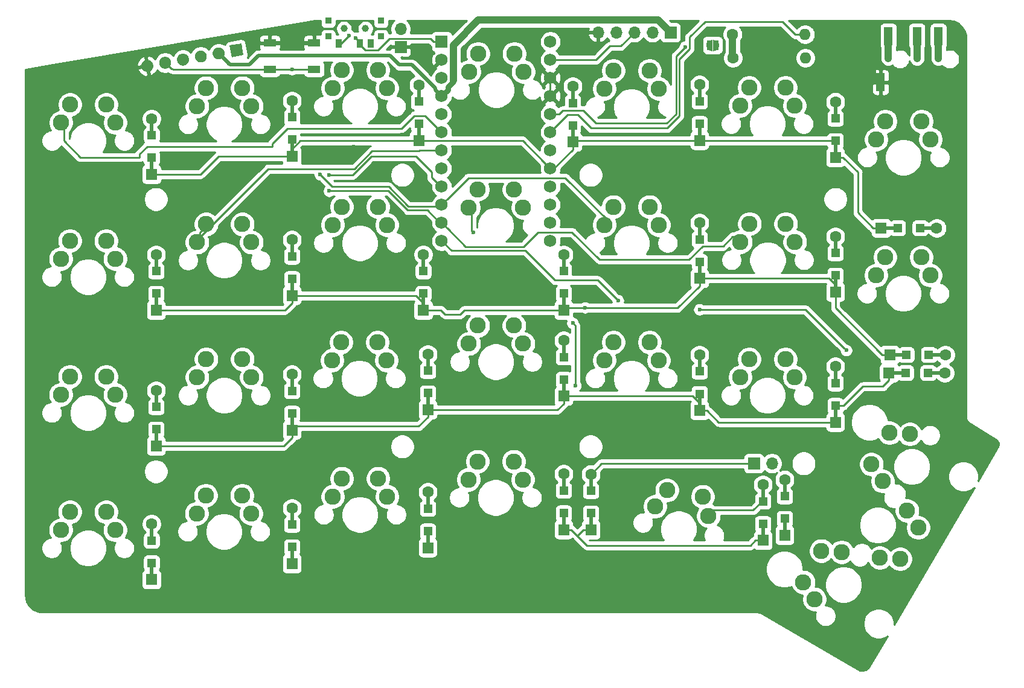
<source format=gbr>
%TF.GenerationSoftware,KiCad,Pcbnew,(5.1.10)-1*%
%TF.CreationDate,2021-10-25T17:00:00-06:00*%
%TF.ProjectId,ErgoTravel,4572676f-5472-4617-9665-6c2e6b696361,rev?*%
%TF.SameCoordinates,Original*%
%TF.FileFunction,Copper,L2,Bot*%
%TF.FilePolarity,Positive*%
%FSLAX46Y46*%
G04 Gerber Fmt 4.6, Leading zero omitted, Abs format (unit mm)*
G04 Created by KiCad (PCBNEW (5.1.10)-1) date 2021-10-25 17:00:00*
%MOMM*%
%LPD*%
G01*
G04 APERTURE LIST*
%TA.AperFunction,EtchedComponent*%
%ADD10C,0.010000*%
%TD*%
%TA.AperFunction,ComponentPad*%
%ADD11C,2.286000*%
%TD*%
%TA.AperFunction,SMDPad,CuDef*%
%ADD12R,0.500000X2.500000*%
%TD*%
%TA.AperFunction,SMDPad,CuDef*%
%ADD13R,1.200000X1.200000*%
%TD*%
%TA.AperFunction,ComponentPad*%
%ADD14R,1.600000X1.600000*%
%TD*%
%TA.AperFunction,ComponentPad*%
%ADD15C,1.600000*%
%TD*%
%TA.AperFunction,SMDPad,CuDef*%
%ADD16R,2.500000X0.500000*%
%TD*%
%TA.AperFunction,SMDPad,CuDef*%
%ADD17R,1.200000X2.500000*%
%TD*%
%TA.AperFunction,SMDPad,CuDef*%
%ADD18R,1.800000X1.100000*%
%TD*%
%TA.AperFunction,ComponentPad*%
%ADD19R,1.752600X1.752600*%
%TD*%
%TA.AperFunction,ComponentPad*%
%ADD20C,1.752600*%
%TD*%
%TA.AperFunction,ComponentPad*%
%ADD21C,0.100000*%
%TD*%
%TA.AperFunction,ComponentPad*%
%ADD22O,1.600000X1.600000*%
%TD*%
%TA.AperFunction,ComponentPad*%
%ADD23R,1.700000X1.700000*%
%TD*%
%TA.AperFunction,ComponentPad*%
%ADD24O,1.700000X1.700000*%
%TD*%
%TA.AperFunction,ComponentPad*%
%ADD25R,0.800000X1.400000*%
%TD*%
%TA.AperFunction,WasherPad*%
%ADD26C,1.000000*%
%TD*%
%TA.AperFunction,SMDPad,CuDef*%
%ADD27R,0.900000X1.250000*%
%TD*%
%TA.AperFunction,SMDPad,CuDef*%
%ADD28R,0.900000X0.900000*%
%TD*%
%TA.AperFunction,ViaPad*%
%ADD29C,0.600000*%
%TD*%
%TA.AperFunction,Conductor*%
%ADD30C,0.250000*%
%TD*%
%TA.AperFunction,Conductor*%
%ADD31C,0.500000*%
%TD*%
%TA.AperFunction,Conductor*%
%ADD32C,1.000000*%
%TD*%
%TA.AperFunction,Conductor*%
%ADD33C,0.750000*%
%TD*%
%TA.AperFunction,Conductor*%
%ADD34C,0.254000*%
%TD*%
%TA.AperFunction,Conductor*%
%ADD35C,0.100000*%
%TD*%
G04 APERTURE END LIST*
D10*
%TO.C,SJ1*%
G36*
X171916000Y-49796000D02*
G01*
X171659500Y-49841200D01*
X171433900Y-49971500D01*
X171266500Y-50171000D01*
X171177400Y-50415800D01*
X171177400Y-50676200D01*
X171266500Y-50921000D01*
X171433900Y-51120500D01*
X171659500Y-51250800D01*
X171916000Y-51296000D01*
X171916000Y-49796000D01*
G37*
X171916000Y-49796000D02*
X171659500Y-49841200D01*
X171433900Y-49971500D01*
X171266500Y-50171000D01*
X171177400Y-50415800D01*
X171177400Y-50676200D01*
X171266500Y-50921000D01*
X171433900Y-51120500D01*
X171659500Y-51250800D01*
X171916000Y-51296000D01*
X171916000Y-49796000D01*
G36*
X172116000Y-51296000D02*
G01*
X172372500Y-51250800D01*
X172598100Y-51120500D01*
X172765500Y-50921000D01*
X172854600Y-50676200D01*
X172854600Y-50415800D01*
X172765500Y-50171000D01*
X172598100Y-49971500D01*
X172372500Y-49841200D01*
X172116000Y-49796000D01*
X172116000Y-51296000D01*
G37*
X172116000Y-51296000D02*
X172372500Y-51250800D01*
X172598100Y-51120500D01*
X172765500Y-50921000D01*
X172854600Y-50676200D01*
X172854600Y-50415800D01*
X172765500Y-50171000D01*
X172598100Y-49971500D01*
X172372500Y-49841200D01*
X172116000Y-49796000D01*
X172116000Y-51296000D01*
%TD*%
D11*
%TO.P,K25,1*%
%TO.N,MOSI*%
X199290403Y-115849280D03*
%TO.P,K25,2*%
%TO.N,Net-(D24-Pad2)*%
X198315107Y-122618542D03*
%TO.P,K25,1*%
%TO.N,MOSI*%
X200855107Y-118219132D03*
%TO.P,K25,2*%
%TO.N,Net-(D24-Pad2)*%
X195480403Y-122448394D03*
%TD*%
%TO.P,K28,1*%
%TO.N,col6*%
X195863303Y-111704956D03*
%TO.P,K28,2*%
%TO.N,Net-(D27-Pad2)*%
X196838599Y-104935694D03*
%TO.P,K28,1*%
%TO.N,col6*%
X194298599Y-109335104D03*
%TO.P,K28,2*%
%TO.N,Net-(D27-Pad2)*%
X199673303Y-105105842D03*
%TD*%
%TO.P,K27,1*%
%TO.N,col6*%
X194927844Y-82837492D03*
%TO.P,K27,2*%
%TO.N,Net-(D26-Pad2)*%
X201277844Y-80297492D03*
%TO.P,K27,1*%
%TO.N,col6*%
X196197844Y-80297492D03*
%TO.P,K27,2*%
%TO.N,Net-(D26-Pad2)*%
X202547844Y-82837492D03*
%TD*%
%TO.P,K26,1*%
%TO.N,col6*%
X194967978Y-63752754D03*
%TO.P,K26,2*%
%TO.N,Net-(D25-Pad2)*%
X201317978Y-61212754D03*
%TO.P,K26,1*%
%TO.N,col6*%
X196237978Y-61212754D03*
%TO.P,K26,2*%
%TO.N,Net-(D25-Pad2)*%
X202587978Y-63752754D03*
%TD*%
%TO.P,K24,1*%
%TO.N,MOSI*%
X186297819Y-128250117D03*
%TO.P,K24,2*%
%TO.N,Net-(D24-Pad2)*%
X187273115Y-121480855D03*
%TO.P,K24,1*%
%TO.N,MOSI*%
X184733115Y-125880265D03*
%TO.P,K24,2*%
%TO.N,Net-(D24-Pad2)*%
X190107819Y-121651003D03*
%TD*%
%TO.P,K23,1*%
%TO.N,MOSI*%
X175875684Y-97126612D03*
%TO.P,K23,2*%
%TO.N,Net-(D23-Pad2)*%
X182225684Y-94586612D03*
%TO.P,K23,1*%
%TO.N,MOSI*%
X177145684Y-94586612D03*
%TO.P,K23,2*%
%TO.N,Net-(D23-Pad2)*%
X183495684Y-97126612D03*
%TD*%
%TO.P,K22,1*%
%TO.N,MOSI*%
X175935222Y-78133990D03*
%TO.P,K22,2*%
%TO.N,Net-(D22-Pad2)*%
X182285222Y-75593990D03*
%TO.P,K22,1*%
%TO.N,MOSI*%
X177205222Y-75593990D03*
%TO.P,K22,2*%
%TO.N,Net-(D22-Pad2)*%
X183555222Y-78133990D03*
%TD*%
%TO.P,K21,1*%
%TO.N,MOSI*%
X175875684Y-59022292D03*
%TO.P,K21,2*%
%TO.N,Net-(D21-Pad2)*%
X182225684Y-56482292D03*
%TO.P,K21,1*%
%TO.N,MOSI*%
X177145684Y-56482292D03*
%TO.P,K21,2*%
%TO.N,Net-(D21-Pad2)*%
X183495684Y-59022292D03*
%TD*%
%TO.P,K20,1*%
%TO.N,MISO*%
X163931191Y-115258071D03*
%TO.P,K20,2*%
%TO.N,Net-(D20-Pad2)*%
X170625786Y-113859325D03*
%TO.P,K20,1*%
%TO.N,MISO*%
X165622963Y-112977192D03*
%TO.P,K20,2*%
%TO.N,Net-(D20-Pad2)*%
X171435426Y-116581270D03*
%TD*%
%TO.P,K19,1*%
%TO.N,MISO*%
X156823524Y-94745092D03*
%TO.P,K19,2*%
%TO.N,Net-(D19-Pad2)*%
X163173524Y-92205092D03*
%TO.P,K19,1*%
%TO.N,MISO*%
X158093524Y-92205092D03*
%TO.P,K19,2*%
%TO.N,Net-(D19-Pad2)*%
X164443524Y-94745092D03*
%TD*%
%TO.P,K18,1*%
%TO.N,MISO*%
X156823524Y-75752470D03*
%TO.P,K18,2*%
%TO.N,Net-(D18-Pad2)*%
X163173524Y-73212470D03*
%TO.P,K18,1*%
%TO.N,MISO*%
X158093524Y-73212470D03*
%TO.P,K18,2*%
%TO.N,Net-(D18-Pad2)*%
X164443524Y-75752470D03*
%TD*%
%TO.P,K17,1*%
%TO.N,MISO*%
X156823524Y-56640772D03*
%TO.P,K17,2*%
%TO.N,Net-(D17-Pad2)*%
X163173524Y-54100772D03*
%TO.P,K17,1*%
%TO.N,MISO*%
X158093524Y-54100772D03*
%TO.P,K17,2*%
%TO.N,Net-(D17-Pad2)*%
X164443524Y-56640772D03*
%TD*%
%TO.P,K16,1*%
%TO.N,SCK*%
X137771364Y-111475270D03*
%TO.P,K16,2*%
%TO.N,Net-(D16-Pad2)*%
X144121364Y-108935270D03*
%TO.P,K16,1*%
%TO.N,SCK*%
X139041364Y-108935270D03*
%TO.P,K16,2*%
%TO.N,Net-(D16-Pad2)*%
X145391364Y-111475270D03*
%TD*%
%TO.P,K15,1*%
%TO.N,SCK*%
X137830902Y-92423110D03*
%TO.P,K15,2*%
%TO.N,Net-(D15-Pad2)*%
X144180902Y-89883110D03*
%TO.P,K15,1*%
%TO.N,SCK*%
X139100902Y-89883110D03*
%TO.P,K15,2*%
%TO.N,Net-(D15-Pad2)*%
X145450902Y-92423110D03*
%TD*%
%TO.P,K14,1*%
%TO.N,SCK*%
X137811632Y-73311412D03*
%TO.P,K14,2*%
%TO.N,Net-(D14-Pad2)*%
X144161632Y-70771412D03*
%TO.P,K14,1*%
%TO.N,SCK*%
X139081632Y-70771412D03*
%TO.P,K14,2*%
%TO.N,Net-(D14-Pad2)*%
X145431632Y-73311412D03*
%TD*%
%TO.P,K13,1*%
%TO.N,SCK*%
X137850172Y-54259252D03*
%TO.P,K13,2*%
%TO.N,Net-(D13-Pad2)*%
X144200172Y-51719252D03*
%TO.P,K13,1*%
%TO.N,SCK*%
X139120172Y-51719252D03*
%TO.P,K13,2*%
%TO.N,Net-(D13-Pad2)*%
X145470172Y-54259252D03*
%TD*%
%TO.P,K12,1*%
%TO.N,col2*%
X118759472Y-113856790D03*
%TO.P,K12,2*%
%TO.N,Net-(D12-Pad2)*%
X125109472Y-111316790D03*
%TO.P,K12,1*%
%TO.N,col2*%
X120029472Y-111316790D03*
%TO.P,K12,2*%
%TO.N,Net-(D12-Pad2)*%
X126379472Y-113856790D03*
%TD*%
%TO.P,K11,1*%
%TO.N,col2*%
X118659666Y-94745092D03*
%TO.P,K11,2*%
%TO.N,Net-(D11-Pad2)*%
X125009666Y-92205092D03*
%TO.P,K11,1*%
%TO.N,col2*%
X119929666Y-92205092D03*
%TO.P,K11,2*%
%TO.N,Net-(D11-Pad2)*%
X126279666Y-94745092D03*
%TD*%
%TO.P,K10,1*%
%TO.N,col2*%
X118719204Y-75752470D03*
%TO.P,K10,2*%
%TO.N,Net-(D10-Pad2)*%
X125069204Y-73212470D03*
%TO.P,K10,1*%
%TO.N,col2*%
X119989204Y-73212470D03*
%TO.P,K10,2*%
%TO.N,Net-(D10-Pad2)*%
X126339204Y-75752470D03*
%TD*%
%TO.P,K9,1*%
%TO.N,col2*%
X118719204Y-56581234D03*
%TO.P,K9,2*%
%TO.N,Net-(D9-Pad2)*%
X125069204Y-54041234D03*
%TO.P,K9,1*%
%TO.N,col2*%
X119989204Y-54041234D03*
%TO.P,K9,2*%
%TO.N,Net-(D9-Pad2)*%
X126339204Y-56581234D03*
%TD*%
%TO.P,K8,1*%
%TO.N,col1*%
X99667044Y-116238310D03*
%TO.P,K8,2*%
%TO.N,Net-(D8-Pad2)*%
X106017044Y-113698310D03*
%TO.P,K8,1*%
%TO.N,col1*%
X100937044Y-113698310D03*
%TO.P,K8,2*%
%TO.N,Net-(D8-Pad2)*%
X107287044Y-116238310D03*
%TD*%
%TO.P,K7,1*%
%TO.N,col1*%
X99726582Y-97126612D03*
%TO.P,K7,2*%
%TO.N,Net-(D7-Pad2)*%
X106076582Y-94586612D03*
%TO.P,K7,1*%
%TO.N,col1*%
X100996582Y-94586612D03*
%TO.P,K7,2*%
%TO.N,Net-(D7-Pad2)*%
X107346582Y-97126612D03*
%TD*%
%TO.P,K6,1*%
%TO.N,col1*%
X99726582Y-78193528D03*
%TO.P,K6,2*%
%TO.N,Net-(D6-Pad2)*%
X106076582Y-75653528D03*
%TO.P,K6,1*%
%TO.N,col1*%
X100996582Y-75653528D03*
%TO.P,K6,2*%
%TO.N,Net-(D6-Pad2)*%
X107346582Y-78193528D03*
%TD*%
%TO.P,K5,1*%
%TO.N,col1*%
X99726582Y-59081830D03*
%TO.P,K5,2*%
%TO.N,Net-(D5-Pad2)*%
X106076582Y-56541830D03*
%TO.P,K5,1*%
%TO.N,col1*%
X100996582Y-56541830D03*
%TO.P,K5,2*%
%TO.N,Net-(D5-Pad2)*%
X107346582Y-59081830D03*
%TD*%
%TO.P,K4,1*%
%TO.N,col0*%
X80614884Y-118560292D03*
%TO.P,K4,2*%
%TO.N,Net-(D4-Pad2)*%
X86964884Y-116020292D03*
%TO.P,K4,1*%
%TO.N,col0*%
X81884884Y-116020292D03*
%TO.P,K4,2*%
%TO.N,Net-(D4-Pad2)*%
X88234884Y-118560292D03*
%TD*%
%TO.P,K3,1*%
%TO.N,col0*%
X80614884Y-99567670D03*
%TO.P,K3,2*%
%TO.N,Net-(D3-Pad2)*%
X86964884Y-97027670D03*
%TO.P,K3,1*%
%TO.N,col0*%
X81884884Y-97027670D03*
%TO.P,K3,2*%
%TO.N,Net-(D3-Pad2)*%
X88234884Y-99567670D03*
%TD*%
%TO.P,K2,1*%
%TO.N,col0*%
X80614884Y-80515510D03*
%TO.P,K2,2*%
%TO.N,Net-(D2-Pad2)*%
X86964884Y-77975510D03*
%TO.P,K2,1*%
%TO.N,col0*%
X81884884Y-77975510D03*
%TO.P,K2,2*%
%TO.N,Net-(D2-Pad2)*%
X88234884Y-80515510D03*
%TD*%
%TO.P,K1,1*%
%TO.N,col0*%
X80634288Y-61403812D03*
%TO.P,K1,2*%
%TO.N,Net-(D1-Pad2)*%
X86984288Y-58863812D03*
%TO.P,K1,1*%
%TO.N,col0*%
X81904288Y-58863812D03*
%TO.P,K1,2*%
%TO.N,Net-(D1-Pad2)*%
X88254288Y-61403812D03*
%TD*%
D12*
%TO.P,D1,1*%
%TO.N,row0*%
X93345000Y-67470000D03*
D13*
X93345000Y-66345000D03*
%TO.P,D1,2*%
%TO.N,Net-(D1-Pad2)*%
X93345000Y-63195000D03*
D12*
X93345000Y-62070000D03*
D14*
%TO.P,D1,1*%
%TO.N,row0*%
X93345000Y-68670000D03*
D15*
%TO.P,D1,2*%
%TO.N,Net-(D1-Pad2)*%
X93345000Y-60870000D03*
%TD*%
D12*
%TO.P,D2,1*%
%TO.N,row1*%
X93980000Y-86520000D03*
D13*
X93980000Y-85395000D03*
%TO.P,D2,2*%
%TO.N,Net-(D2-Pad2)*%
X93980000Y-82245000D03*
D12*
X93980000Y-81120000D03*
D14*
%TO.P,D2,1*%
%TO.N,row1*%
X93980000Y-87720000D03*
D15*
%TO.P,D2,2*%
%TO.N,Net-(D2-Pad2)*%
X93980000Y-79920000D03*
%TD*%
D12*
%TO.P,D3,1*%
%TO.N,row2*%
X93980000Y-105570000D03*
D13*
X93980000Y-104445000D03*
%TO.P,D3,2*%
%TO.N,Net-(D3-Pad2)*%
X93980000Y-101295000D03*
D12*
X93980000Y-100170000D03*
D14*
%TO.P,D3,1*%
%TO.N,row2*%
X93980000Y-106770000D03*
D15*
%TO.P,D3,2*%
%TO.N,Net-(D3-Pad2)*%
X93980000Y-98970000D03*
%TD*%
D12*
%TO.P,D4,1*%
%TO.N,row3*%
X93345000Y-124315000D03*
D13*
X93345000Y-123190000D03*
%TO.P,D4,2*%
%TO.N,Net-(D4-Pad2)*%
X93345000Y-120040000D03*
D12*
X93345000Y-118915000D03*
D14*
%TO.P,D4,1*%
%TO.N,row3*%
X93345000Y-125515000D03*
D15*
%TO.P,D4,2*%
%TO.N,Net-(D4-Pad2)*%
X93345000Y-117715000D03*
%TD*%
D12*
%TO.P,D5,1*%
%TO.N,row0*%
X113030000Y-64930000D03*
D13*
X113030000Y-63805000D03*
%TO.P,D5,2*%
%TO.N,Net-(D5-Pad2)*%
X113030000Y-60655000D03*
D12*
X113030000Y-59530000D03*
D14*
%TO.P,D5,1*%
%TO.N,row0*%
X113030000Y-66130000D03*
D15*
%TO.P,D5,2*%
%TO.N,Net-(D5-Pad2)*%
X113030000Y-58330000D03*
%TD*%
D12*
%TO.P,D6,1*%
%TO.N,row1*%
X113030000Y-84455000D03*
D13*
X113030000Y-83330000D03*
%TO.P,D6,2*%
%TO.N,Net-(D6-Pad2)*%
X113030000Y-80180000D03*
D12*
X113030000Y-79055000D03*
D14*
%TO.P,D6,1*%
%TO.N,row1*%
X113030000Y-85655000D03*
D15*
%TO.P,D6,2*%
%TO.N,Net-(D6-Pad2)*%
X113030000Y-77855000D03*
%TD*%
D12*
%TO.P,D7,1*%
%TO.N,row2*%
X113030000Y-103335000D03*
D13*
X113030000Y-102210000D03*
%TO.P,D7,2*%
%TO.N,Net-(D7-Pad2)*%
X113030000Y-99060000D03*
D12*
X113030000Y-97935000D03*
D14*
%TO.P,D7,1*%
%TO.N,row2*%
X113030000Y-104535000D03*
D15*
%TO.P,D7,2*%
%TO.N,Net-(D7-Pad2)*%
X113030000Y-96735000D03*
%TD*%
D12*
%TO.P,D8,1*%
%TO.N,row3*%
X113030000Y-122080000D03*
D13*
X113030000Y-120955000D03*
%TO.P,D8,2*%
%TO.N,Net-(D8-Pad2)*%
X113030000Y-117805000D03*
D12*
X113030000Y-116680000D03*
D14*
%TO.P,D8,1*%
%TO.N,row3*%
X113030000Y-123280000D03*
D15*
%TO.P,D8,2*%
%TO.N,Net-(D8-Pad2)*%
X113030000Y-115480000D03*
%TD*%
D12*
%TO.P,D9,1*%
%TO.N,row0*%
X130810000Y-62720000D03*
D13*
X130810000Y-61595000D03*
%TO.P,D9,2*%
%TO.N,Net-(D9-Pad2)*%
X130810000Y-58445000D03*
D12*
X130810000Y-57320000D03*
D14*
%TO.P,D9,1*%
%TO.N,row0*%
X130810000Y-63920000D03*
D15*
%TO.P,D9,2*%
%TO.N,Net-(D9-Pad2)*%
X130810000Y-56120000D03*
%TD*%
D12*
%TO.P,D10,1*%
%TO.N,row1*%
X131445000Y-86520000D03*
D13*
X131445000Y-85395000D03*
%TO.P,D10,2*%
%TO.N,Net-(D10-Pad2)*%
X131445000Y-82245000D03*
D12*
X131445000Y-81120000D03*
D14*
%TO.P,D10,1*%
%TO.N,row1*%
X131445000Y-87720000D03*
D15*
%TO.P,D10,2*%
%TO.N,Net-(D10-Pad2)*%
X131445000Y-79920000D03*
%TD*%
D12*
%TO.P,D11,1*%
%TO.N,row2*%
X132080000Y-100490000D03*
D13*
X132080000Y-99365000D03*
%TO.P,D11,2*%
%TO.N,Net-(D11-Pad2)*%
X132080000Y-96215000D03*
D12*
X132080000Y-95090000D03*
D14*
%TO.P,D11,1*%
%TO.N,row2*%
X132080000Y-101690000D03*
D15*
%TO.P,D11,2*%
%TO.N,Net-(D11-Pad2)*%
X132080000Y-93890000D03*
%TD*%
D12*
%TO.P,D12,1*%
%TO.N,row3*%
X132080000Y-119845000D03*
D13*
X132080000Y-118720000D03*
%TO.P,D12,2*%
%TO.N,Net-(D12-Pad2)*%
X132080000Y-115570000D03*
D12*
X132080000Y-114445000D03*
D14*
%TO.P,D12,1*%
%TO.N,row3*%
X132080000Y-121045000D03*
D15*
%TO.P,D12,2*%
%TO.N,Net-(D12-Pad2)*%
X132080000Y-113245000D03*
%TD*%
D12*
%TO.P,D13,1*%
%TO.N,row0*%
X152400000Y-62935000D03*
D13*
X152400000Y-61810000D03*
%TO.P,D13,2*%
%TO.N,Net-(D13-Pad2)*%
X152400000Y-58660000D03*
D12*
X152400000Y-57535000D03*
D14*
%TO.P,D13,1*%
%TO.N,row0*%
X152400000Y-64135000D03*
D15*
%TO.P,D13,2*%
%TO.N,Net-(D13-Pad2)*%
X152400000Y-56335000D03*
%TD*%
D12*
%TO.P,D14,1*%
%TO.N,row1*%
X151130000Y-86520000D03*
D13*
X151130000Y-85395000D03*
%TO.P,D14,2*%
%TO.N,Net-(D14-Pad2)*%
X151130000Y-82245000D03*
D12*
X151130000Y-81120000D03*
D14*
%TO.P,D14,1*%
%TO.N,row1*%
X151130000Y-87720000D03*
D15*
%TO.P,D14,2*%
%TO.N,Net-(D14-Pad2)*%
X151130000Y-79920000D03*
%TD*%
D12*
%TO.P,D15,1*%
%TO.N,row2*%
X151130000Y-98585000D03*
D13*
X151130000Y-97460000D03*
%TO.P,D15,2*%
%TO.N,Net-(D15-Pad2)*%
X151130000Y-94310000D03*
D12*
X151130000Y-93185000D03*
D14*
%TO.P,D15,1*%
%TO.N,row2*%
X151130000Y-99785000D03*
D15*
%TO.P,D15,2*%
%TO.N,Net-(D15-Pad2)*%
X151130000Y-91985000D03*
%TD*%
D12*
%TO.P,D16,1*%
%TO.N,row3*%
X151130000Y-117305000D03*
D13*
X151130000Y-116180000D03*
%TO.P,D16,2*%
%TO.N,Net-(D16-Pad2)*%
X151130000Y-113030000D03*
D12*
X151130000Y-111905000D03*
D14*
%TO.P,D16,1*%
%TO.N,row3*%
X151130000Y-118505000D03*
D15*
%TO.P,D16,2*%
%TO.N,Net-(D16-Pad2)*%
X151130000Y-110705000D03*
%TD*%
D12*
%TO.P,D17,1*%
%TO.N,row0*%
X170180000Y-62695000D03*
D13*
X170180000Y-61570000D03*
%TO.P,D17,2*%
%TO.N,Net-(D17-Pad2)*%
X170180000Y-58420000D03*
D12*
X170180000Y-57295000D03*
D14*
%TO.P,D17,1*%
%TO.N,row0*%
X170180000Y-63895000D03*
D15*
%TO.P,D17,2*%
%TO.N,Net-(D17-Pad2)*%
X170180000Y-56095000D03*
%TD*%
D12*
%TO.P,D18,1*%
%TO.N,row1*%
X170180000Y-82075000D03*
D13*
X170180000Y-80950000D03*
%TO.P,D18,2*%
%TO.N,Net-(D18-Pad2)*%
X170180000Y-77800000D03*
D12*
X170180000Y-76675000D03*
D14*
%TO.P,D18,1*%
%TO.N,row1*%
X170180000Y-83275000D03*
D15*
%TO.P,D18,2*%
%TO.N,Net-(D18-Pad2)*%
X170180000Y-75475000D03*
%TD*%
D12*
%TO.P,D19,1*%
%TO.N,row2*%
X170180000Y-100580000D03*
D13*
X170180000Y-99455000D03*
%TO.P,D19,2*%
%TO.N,Net-(D19-Pad2)*%
X170180000Y-96305000D03*
D12*
X170180000Y-95180000D03*
D14*
%TO.P,D19,1*%
%TO.N,row2*%
X170180000Y-101780000D03*
D15*
%TO.P,D19,2*%
%TO.N,Net-(D19-Pad2)*%
X170180000Y-93980000D03*
%TD*%
D12*
%TO.P,D20,1*%
%TO.N,row3*%
X179070000Y-118815000D03*
D13*
X179070000Y-117690000D03*
%TO.P,D20,2*%
%TO.N,Net-(D20-Pad2)*%
X179070000Y-114540000D03*
D12*
X179070000Y-113415000D03*
D14*
%TO.P,D20,1*%
%TO.N,row3*%
X179070000Y-120015000D03*
D15*
%TO.P,D20,2*%
%TO.N,Net-(D20-Pad2)*%
X179070000Y-112215000D03*
%TD*%
D12*
%TO.P,D21,1*%
%TO.N,row0*%
X189230000Y-65090000D03*
D13*
X189230000Y-63965000D03*
%TO.P,D21,2*%
%TO.N,Net-(D21-Pad2)*%
X189230000Y-60815000D03*
D12*
X189230000Y-59690000D03*
D14*
%TO.P,D21,1*%
%TO.N,row0*%
X189230000Y-66290000D03*
D15*
%TO.P,D21,2*%
%TO.N,Net-(D21-Pad2)*%
X189230000Y-58490000D03*
%TD*%
D12*
%TO.P,D22,1*%
%TO.N,row1*%
X189230000Y-83980000D03*
D13*
X189230000Y-82855000D03*
%TO.P,D22,2*%
%TO.N,Net-(D22-Pad2)*%
X189230000Y-79705000D03*
D12*
X189230000Y-78580000D03*
D14*
%TO.P,D22,1*%
%TO.N,row1*%
X189230000Y-85180000D03*
D15*
%TO.P,D22,2*%
%TO.N,Net-(D22-Pad2)*%
X189230000Y-77380000D03*
%TD*%
D12*
%TO.P,D23,1*%
%TO.N,row2*%
X189230000Y-102235000D03*
D13*
X189230000Y-101110000D03*
%TO.P,D23,2*%
%TO.N,Net-(D23-Pad2)*%
X189230000Y-97960000D03*
D12*
X189230000Y-96835000D03*
D14*
%TO.P,D23,1*%
%TO.N,row2*%
X189230000Y-103435000D03*
D15*
%TO.P,D23,2*%
%TO.N,Net-(D23-Pad2)*%
X189230000Y-95635000D03*
%TD*%
D12*
%TO.P,D24,1*%
%TO.N,row3*%
X182118000Y-118092000D03*
D13*
X182118000Y-116967000D03*
%TO.P,D24,2*%
%TO.N,Net-(D24-Pad2)*%
X182118000Y-113817000D03*
D12*
X182118000Y-112692000D03*
D14*
%TO.P,D24,1*%
%TO.N,row3*%
X182118000Y-119292000D03*
D15*
%TO.P,D24,2*%
%TO.N,Net-(D24-Pad2)*%
X182118000Y-111492000D03*
%TD*%
D16*
%TO.P,D25,1*%
%TO.N,row0*%
X196850000Y-76200000D03*
D13*
X197975000Y-76200000D03*
%TO.P,D25,2*%
%TO.N,Net-(D25-Pad2)*%
X201125000Y-76200000D03*
D16*
X202250000Y-76200000D03*
D14*
%TO.P,D25,1*%
%TO.N,row0*%
X195650000Y-76200000D03*
D15*
%TO.P,D25,2*%
%TO.N,Net-(D25-Pad2)*%
X203450000Y-76200000D03*
%TD*%
D16*
%TO.P,D26,1*%
%TO.N,row1*%
X198050000Y-93980000D03*
D13*
X199175000Y-93980000D03*
%TO.P,D26,2*%
%TO.N,Net-(D26-Pad2)*%
X202325000Y-93980000D03*
D16*
X203450000Y-93980000D03*
D14*
%TO.P,D26,1*%
%TO.N,row1*%
X196850000Y-93980000D03*
D15*
%TO.P,D26,2*%
%TO.N,Net-(D26-Pad2)*%
X204650000Y-93980000D03*
%TD*%
D16*
%TO.P,D27,1*%
%TO.N,row2*%
X197960000Y-96520000D03*
D13*
X199085000Y-96520000D03*
%TO.P,D27,2*%
%TO.N,Net-(D27-Pad2)*%
X202235000Y-96520000D03*
D16*
X203360000Y-96520000D03*
D14*
%TO.P,D27,1*%
%TO.N,row2*%
X196760000Y-96520000D03*
D15*
%TO.P,D27,2*%
%TO.N,Net-(D27-Pad2)*%
X204560000Y-96520000D03*
%TD*%
D17*
%TO.P,J3,4*%
%TO.N,GND*%
X195575000Y-55750000D03*
%TO.P,J3,1*%
%TO.N,sda*%
X196675000Y-49250000D03*
%TO.P,J3,2*%
%TO.N,scl*%
X200675000Y-49250000D03*
%TO.P,J3,3*%
%TO.N,VCC*%
X203675000Y-49250000D03*
%TD*%
D18*
%TO.P,SW2,1*%
%TO.N,RESET*%
X109930000Y-53920000D03*
X116130000Y-53920000D03*
%TO.P,SW2,2*%
%TO.N,GND*%
X109930000Y-50220000D03*
X116130000Y-50220000D03*
%TD*%
D19*
%TO.P,U1,1*%
%TO.N,/RAW*%
X134020038Y-50054000D03*
D20*
%TO.P,U1,2*%
%TO.N,GND*%
X134020038Y-52594000D03*
%TO.P,U1,3*%
%TO.N,RESET*%
X134020038Y-55134000D03*
%TO.P,U1,4*%
%TO.N,VCC*%
X134020038Y-57674000D03*
%TO.P,U1,5*%
%TO.N,Net-(U1-Pad5)*%
X134020038Y-60214000D03*
%TO.P,U1,6*%
%TO.N,col0*%
X134020038Y-62754000D03*
%TO.P,U1,7*%
%TO.N,col1*%
X134020038Y-65294000D03*
%TO.P,U1,8*%
%TO.N,col2*%
X134020038Y-67834000D03*
%TO.P,U1,9*%
%TO.N,SCK*%
X134020038Y-70374000D03*
%TO.P,U1,10*%
%TO.N,MISO*%
X134020038Y-72914000D03*
%TO.P,U1,11*%
%TO.N,MOSI*%
X134020038Y-75454000D03*
%TO.P,U1,12*%
%TO.N,col6*%
X134020038Y-77994000D03*
%TO.P,U1,24*%
%TO.N,backlight*%
X149260038Y-77994000D03*
%TO.P,U1,23*%
%TO.N,row3*%
X149260038Y-75454000D03*
%TO.P,U1,22*%
%TO.N,row2*%
X149260038Y-72914000D03*
%TO.P,U1,21*%
%TO.N,row1*%
X149260038Y-70374000D03*
%TO.P,U1,20*%
%TO.N,row0*%
X149260038Y-67834000D03*
%TO.P,U1,19*%
%TO.N,Net-(U1-Pad19)*%
X149260038Y-65294000D03*
%TO.P,U1,18*%
%TO.N,scl*%
X149260038Y-62754000D03*
%TO.P,U1,17*%
%TO.N,sdaPM*%
X149260038Y-60214000D03*
%TO.P,U1,16*%
%TO.N,GND*%
X149260038Y-57674000D03*
%TO.P,U1,15*%
X149260038Y-55134000D03*
%TO.P,U1,14*%
%TO.N,RX*%
X149260038Y-52594000D03*
%TO.P,U1,13*%
%TO.N,ws2812di*%
X149260038Y-50054000D03*
%TD*%
%TA.AperFunction,ComponentPad*%
D21*
%TO.P,J4,1*%
%TO.N,MISO*%
G36*
X104270959Y-50560514D02*
G01*
X105945133Y-50265312D01*
X106240335Y-51939486D01*
X104566161Y-52234688D01*
X104270959Y-50560514D01*
G37*
%TD.AperFunction*%
%TO.P,J4,2*%
%TO.N,VCC*%
%TA.AperFunction,ComponentPad*%
G36*
G01*
X102606634Y-50853979D02*
X102606634Y-50853979D01*
G75*
G02*
X103591322Y-51543465I147601J-837087D01*
G01*
X103591322Y-51543465D01*
G75*
G02*
X102901836Y-52528153I-837087J-147601D01*
G01*
X102901836Y-52528153D01*
G75*
G02*
X101917148Y-51838667I-147601J837087D01*
G01*
X101917148Y-51838667D01*
G75*
G02*
X102606634Y-50853979I837087J147601D01*
G01*
G37*
%TD.AperFunction*%
%TO.P,J4,3*%
%TO.N,SCK*%
%TA.AperFunction,ComponentPad*%
G36*
G01*
X100105223Y-51295046D02*
X100105223Y-51295046D01*
G75*
G02*
X101089911Y-51984532I147601J-837087D01*
G01*
X101089911Y-51984532D01*
G75*
G02*
X100400425Y-52969220I-837087J-147601D01*
G01*
X100400425Y-52969220D01*
G75*
G02*
X99415737Y-52279734I-147601J837087D01*
G01*
X99415737Y-52279734D01*
G75*
G02*
X100105223Y-51295046I837087J147601D01*
G01*
G37*
%TD.AperFunction*%
%TO.P,J4,4*%
%TO.N,MOSI*%
%TA.AperFunction,ComponentPad*%
G36*
G01*
X97603811Y-51736112D02*
X97603811Y-51736112D01*
G75*
G02*
X98588499Y-52425598I147601J-837087D01*
G01*
X98588499Y-52425598D01*
G75*
G02*
X97899013Y-53410286I-837087J-147601D01*
G01*
X97899013Y-53410286D01*
G75*
G02*
X96914325Y-52720800I-147601J837087D01*
G01*
X96914325Y-52720800D01*
G75*
G02*
X97603811Y-51736112I837087J147601D01*
G01*
G37*
%TD.AperFunction*%
%TO.P,J4,5*%
%TO.N,RESET*%
%TA.AperFunction,ComponentPad*%
G36*
G01*
X95102399Y-52177178D02*
X95102399Y-52177178D01*
G75*
G02*
X96087087Y-52866664I147601J-837087D01*
G01*
X96087087Y-52866664D01*
G75*
G02*
X95397601Y-53851352I-837087J-147601D01*
G01*
X95397601Y-53851352D01*
G75*
G02*
X94412913Y-53161866I-147601J837087D01*
G01*
X94412913Y-53161866D01*
G75*
G02*
X95102399Y-52177178I837087J147601D01*
G01*
G37*
%TD.AperFunction*%
%TO.P,J4,6*%
%TO.N,GND*%
%TA.AperFunction,ComponentPad*%
G36*
G01*
X92600988Y-52618245D02*
X92600988Y-52618245D01*
G75*
G02*
X93585676Y-53307731I147601J-837087D01*
G01*
X93585676Y-53307731D01*
G75*
G02*
X92896190Y-54292419I-837087J-147601D01*
G01*
X92896190Y-54292419D01*
G75*
G02*
X91911502Y-53602933I-147601J837087D01*
G01*
X91911502Y-53602933D01*
G75*
G02*
X92600988Y-52618245I837087J147601D01*
G01*
G37*
%TD.AperFunction*%
%TD*%
D15*
%TO.P,R1,1*%
%TO.N,VCC*%
X174863760Y-52324000D03*
D22*
%TO.P,R1,2*%
%TO.N,sda*%
X185023760Y-52324000D03*
%TD*%
D15*
%TO.P,R2,1*%
%TO.N,VCC*%
X174830740Y-49022000D03*
D22*
%TO.P,R2,2*%
%TO.N,scl*%
X184990740Y-49022000D03*
%TD*%
D23*
%TO.P,J1,1*%
%TO.N,VCC*%
X166116000Y-48768000D03*
D24*
%TO.P,J1,2*%
%TO.N,ws2812di*%
X163576000Y-48768000D03*
%TO.P,J1,3*%
%TO.N,RX*%
X161036000Y-48768000D03*
%TO.P,J1,4*%
%TO.N,RESET*%
X158496000Y-48768000D03*
%TO.P,J1,5*%
%TO.N,GND*%
X155956000Y-48768000D03*
%TD*%
D25*
%TO.P,SJ1,2*%
%TO.N,sda*%
X172466000Y-50546000D03*
%TO.P,SJ1,1*%
%TO.N,sdaPM*%
X171566000Y-50546000D03*
X171566000Y-50546000D03*
%TO.P,SJ1,2*%
%TO.N,sda*%
X172466000Y-50546000D03*
%TD*%
D12*
%TO.P,D28,1*%
%TO.N,row3*%
X154940000Y-117329999D03*
D13*
X154940000Y-116204999D03*
%TO.P,D28,2*%
%TO.N,Net-(D28-Pad2)*%
X154940000Y-113054999D03*
D12*
X154940000Y-111929999D03*
D14*
%TO.P,D28,1*%
%TO.N,row3*%
X154940000Y-118529999D03*
D15*
%TO.P,D28,2*%
%TO.N,Net-(D28-Pad2)*%
X154940000Y-110729999D03*
%TD*%
D23*
%TO.P,J13,1*%
%TO.N,Net-(D28-Pad2)*%
X177800000Y-109220000D03*
D24*
%TO.P,J13,2*%
%TO.N,col6*%
X180340000Y-109220000D03*
%TD*%
D23*
%TO.P,J14,1*%
%TO.N,GND*%
X128270000Y-50800001D03*
D24*
%TO.P,J14,2*%
%TO.N,Net-(J14-Pad2)*%
X128270000Y-48260001D03*
%TD*%
D26*
%TO.P,SW3,*%
%TO.N,*%
X120329000Y-48217000D03*
X123329000Y-48217000D03*
D27*
%TO.P,SW3,2*%
%TO.N,/RAW*%
X122579000Y-50292000D03*
%TO.P,SW3,3*%
%TO.N,Net-(SW3-Pad3)*%
X124079000Y-50292000D03*
%TO.P,SW3,1*%
%TO.N,Net-(J14-Pad2)*%
X119579000Y-50292000D03*
D28*
%TO.P,SW3,0*%
%TO.N,N/C*%
X118129000Y-47117000D03*
X118129000Y-49317000D03*
X125529000Y-49317000D03*
X125529000Y-47117000D03*
%TD*%
D26*
%TO.P,SW4,*%
%TO.N,*%
X123329000Y-48217000D03*
X120329000Y-48217000D03*
%TD*%
D29*
%TO.N,row1*%
X154120010Y-87357010D03*
%TO.N,row3*%
X152781000Y-98297996D03*
X152400000Y-89535000D03*
%TO.N,VCC*%
X104140000Y-53076831D03*
X203676077Y-52392560D03*
%TO.N,GND*%
X113030000Y-50220000D03*
X194447842Y-52392560D03*
X116100000Y-56200000D03*
X110900000Y-60000000D03*
X126000000Y-60400000D03*
X97500000Y-66400000D03*
X142000000Y-65900000D03*
X162600000Y-83400000D03*
X131000000Y-70600000D03*
X121700000Y-64800000D03*
X128500000Y-63100000D03*
X172800000Y-90100000D03*
X180400000Y-90000000D03*
X180700000Y-85800000D03*
X173000000Y-85600000D03*
X155800000Y-85500000D03*
X153300000Y-72800000D03*
X141700000Y-72400000D03*
X131600000Y-48200000D03*
X189200000Y-112500000D03*
X184400000Y-118200000D03*
X117300000Y-65700000D03*
X136200000Y-60800000D03*
X136300000Y-66500000D03*
X179700000Y-49100000D03*
X108400000Y-57000000D03*
X104400000Y-55000000D03*
%TO.N,sda*%
X196650711Y-52392560D03*
%TO.N,scl*%
X200699227Y-52392560D03*
%TO.N,col6*%
X190754008Y-93345000D03*
X158750000Y-86360000D03*
X170180000Y-87630000D03*
%TO.N,SCK*%
X118250000Y-68750000D03*
X138430000Y-76835000D03*
%TO.N,MISO*%
X117000000Y-68699987D03*
%TO.N,MOSI*%
X118250000Y-71000000D03*
%TO.N,RESET*%
X113030000Y-53920000D03*
X113030000Y-53920000D03*
%TO.N,sdaPM*%
X168148000Y-50800000D03*
%TO.N,/RAW*%
X121945513Y-49520010D03*
%TO.N,Net-(J14-Pad2)*%
X121031000Y-49166998D03*
%TD*%
D30*
%TO.N,row0*%
X131860000Y-63920000D02*
X131895301Y-63955301D01*
X131895301Y-63955301D02*
X145381339Y-63955301D01*
X148383739Y-66957701D02*
X149260038Y-67834000D01*
X145381339Y-63955301D02*
X148383739Y-66957701D01*
X152400000Y-64135000D02*
X152400000Y-65185000D01*
X152400000Y-65185000D02*
X149751000Y-67834000D01*
X149751000Y-67834000D02*
X149260038Y-67834000D01*
X170180000Y-63895000D02*
X152640000Y-63895000D01*
X152640000Y-63895000D02*
X152400000Y-64135000D01*
X111980000Y-66130000D02*
X113030000Y-66130000D01*
X102733590Y-66130000D02*
X111980000Y-66130000D01*
X100193590Y-68670000D02*
X102733590Y-66130000D01*
X93345000Y-68670000D02*
X100193590Y-68670000D01*
X194600000Y-76200000D02*
X194629722Y-76200000D01*
X194629722Y-76200000D02*
X195650000Y-76200000D01*
X192364047Y-74004491D02*
X194559556Y-76200000D01*
X194559556Y-76200000D02*
X194629722Y-76200000D01*
X192364047Y-68374047D02*
X192364047Y-74004491D01*
X189230000Y-66290000D02*
X190280000Y-66290000D01*
X190280000Y-66290000D02*
X192364047Y-68374047D01*
X130810000Y-63920000D02*
X114190000Y-63920000D01*
X114190000Y-63920000D02*
X113030000Y-65080000D01*
X113030000Y-65080000D02*
X113030000Y-66130000D01*
X170180000Y-63895000D02*
X189160000Y-63895000D01*
X189160000Y-63895000D02*
X189230000Y-63965000D01*
X131860000Y-63920000D02*
X130810000Y-63920000D01*
%TO.N,row1*%
X151130000Y-87415000D02*
X154178000Y-87415000D01*
X154178000Y-87415000D02*
X167090000Y-87415000D01*
X151130000Y-87415000D02*
X150825000Y-87720000D01*
X150825000Y-87720000D02*
X137210786Y-87720000D01*
X137210786Y-87720000D02*
X136637415Y-88293371D01*
X134494083Y-88293371D02*
X133920712Y-87720000D01*
X136637415Y-88293371D02*
X134494083Y-88293371D01*
X133920712Y-87720000D02*
X131445000Y-87720000D01*
X131445000Y-87720000D02*
X132495000Y-87720000D01*
X189230000Y-85180000D02*
X189230000Y-87410000D01*
X189230000Y-87410000D02*
X195800000Y-93980000D01*
X195800000Y-93980000D02*
X196850000Y-93980000D01*
X170180000Y-83275000D02*
X188375000Y-83275000D01*
X188375000Y-83275000D02*
X189230000Y-84130000D01*
X189230000Y-84130000D02*
X189230000Y-85180000D01*
X167090000Y-87415000D02*
X170180000Y-84325000D01*
X170180000Y-84325000D02*
X170180000Y-83275000D01*
X113030000Y-85655000D02*
X130430000Y-85655000D01*
X130430000Y-85655000D02*
X131445000Y-86670000D01*
X131445000Y-86670000D02*
X131445000Y-87720000D01*
X93980000Y-87720000D02*
X112015000Y-87720000D01*
X112015000Y-87720000D02*
X113030000Y-86705000D01*
X113030000Y-86705000D02*
X113030000Y-85655000D01*
%TO.N,row2*%
X113030000Y-104535000D02*
X113552000Y-104013000D01*
X132080000Y-102740000D02*
X132080000Y-101690000D01*
X113552000Y-104013000D02*
X130807000Y-104013000D01*
X130807000Y-104013000D02*
X132080000Y-102740000D01*
X189230000Y-101110000D02*
X190355000Y-101110000D01*
X196760000Y-97570000D02*
X196760000Y-96520000D01*
X190355000Y-101110000D02*
X193040000Y-98425000D01*
X193040000Y-98425000D02*
X195905000Y-98425000D01*
X195905000Y-98425000D02*
X196760000Y-97570000D01*
X170180000Y-101780000D02*
X171230000Y-101780000D01*
X171230000Y-101780000D02*
X172885000Y-103435000D01*
X188180000Y-103435000D02*
X189230000Y-103435000D01*
X172885000Y-103435000D02*
X188180000Y-103435000D01*
X151130000Y-99785000D02*
X169235000Y-99785000D01*
X169235000Y-99785000D02*
X170180000Y-100730000D01*
X170180000Y-100730000D02*
X170180000Y-101780000D01*
X132080000Y-101690000D02*
X150275000Y-101690000D01*
X150275000Y-101690000D02*
X151130000Y-100835000D01*
X151130000Y-100835000D02*
X151130000Y-99785000D01*
X93980000Y-106770000D02*
X111845000Y-106770000D01*
X111845000Y-106770000D02*
X113030000Y-105585000D01*
X113030000Y-105585000D02*
X113030000Y-104535000D01*
%TO.N,row3*%
X154414983Y-120739983D02*
X153055000Y-119380000D01*
X153055000Y-119380000D02*
X152180000Y-118505000D01*
X154940000Y-118529999D02*
X153890000Y-118529999D01*
X153890000Y-118529999D02*
X153055000Y-119364999D01*
X153055000Y-119364999D02*
X153055000Y-119380000D01*
X152400000Y-89535000D02*
X152781000Y-89916000D01*
X152781000Y-97873732D02*
X152781000Y-98297996D01*
X152781000Y-89916000D02*
X152781000Y-97873732D01*
X179070000Y-120015000D02*
X178020000Y-120015000D01*
X178020000Y-120015000D02*
X177295017Y-120739983D01*
X177295017Y-120739983D02*
X154414983Y-120739983D01*
X152180000Y-118505000D02*
X151130000Y-118505000D01*
%TO.N,Net-(D20-Pad2)*%
X171163342Y-115792033D02*
X177692967Y-115792033D01*
X177692967Y-115792033D02*
X179070000Y-114415000D01*
X179070000Y-114415000D02*
X179070000Y-113415000D01*
%TO.N,MOSI*%
X200797683Y-118855969D02*
X201078080Y-118575572D01*
D31*
%TO.N,VCC*%
X104313169Y-53250000D02*
X103604234Y-52541065D01*
X107066233Y-53250000D02*
X104313169Y-53250000D01*
X108316233Y-52000000D02*
X107066233Y-53250000D01*
X126790035Y-52000000D02*
X108316233Y-52000000D01*
X128084045Y-53294011D02*
X126790035Y-52000000D01*
X103604234Y-52541065D02*
X102754235Y-51691066D01*
X133143739Y-56587846D02*
X129849904Y-53294011D01*
X133143739Y-56797701D02*
X133143739Y-56587846D01*
X129849904Y-53294011D02*
X128084045Y-53294011D01*
X134020038Y-57674000D02*
X133143739Y-56797701D01*
D32*
X135636000Y-55448090D02*
X135636000Y-50546000D01*
X139153431Y-47028569D02*
X164376569Y-47028569D01*
X135636000Y-50546000D02*
X139153431Y-47028569D01*
X164376569Y-47028569D02*
X166116000Y-48768000D01*
D33*
X135636000Y-55448090D02*
X135636000Y-55633090D01*
X135636000Y-55633090D02*
X134896337Y-56372753D01*
X134896337Y-56372753D02*
X134896337Y-56797701D01*
X134896337Y-56797701D02*
X134020038Y-57674000D01*
D32*
X203675000Y-49250000D02*
X203675000Y-52391483D01*
X203675000Y-52391483D02*
X203676077Y-52392560D01*
X174830740Y-49022000D02*
X174830740Y-52290980D01*
X174830740Y-52290980D02*
X174863760Y-52324000D01*
D31*
%TO.N,GND*%
X113030000Y-50220000D02*
X116130000Y-50220000D01*
X109930000Y-50220000D02*
X113030000Y-50220000D01*
D30*
X149260038Y-55134000D02*
X149260038Y-56373275D01*
X149260038Y-56373275D02*
X149260038Y-57674000D01*
D32*
X194447842Y-54714503D02*
X194447842Y-52392560D01*
X195483339Y-55750000D02*
X194447842Y-54714503D01*
X195575000Y-55750000D02*
X195483339Y-55750000D01*
%TO.N,sda*%
X196675000Y-49250000D02*
X196675000Y-52368271D01*
X196675000Y-52368271D02*
X196650711Y-52392560D01*
D30*
%TO.N,scl*%
X153132662Y-60325000D02*
X151689038Y-60325000D01*
X151689038Y-60325000D02*
X149260038Y-62754000D01*
X154988831Y-62181169D02*
X153132662Y-60325000D01*
X165656831Y-62181169D02*
X154988831Y-62181169D01*
D32*
X200699227Y-52392560D02*
X200699227Y-49274227D01*
X200699227Y-49274227D02*
X200675000Y-49250000D01*
D30*
X183583770Y-49022000D02*
X184833260Y-49022000D01*
X181805770Y-47244000D02*
X183583770Y-49022000D01*
X168773002Y-49412998D02*
X170942000Y-47244000D01*
X170942000Y-47244000D02*
X181805770Y-47244000D01*
X167339436Y-52533568D02*
X168773002Y-51100002D01*
X167339436Y-60498564D02*
X167339436Y-52533568D01*
X165656831Y-62181169D02*
X167339436Y-60498564D01*
X168773002Y-51100002D02*
X168773002Y-49412998D01*
%TO.N,col0*%
X134020038Y-62754000D02*
X131718038Y-60452000D01*
X131718038Y-60452000D02*
X130214856Y-60452000D01*
X110279998Y-64345002D02*
X110279998Y-64770000D01*
X130214856Y-60452000D02*
X130191427Y-60428571D01*
X130191427Y-60428571D02*
X128389998Y-62230000D01*
X128389998Y-62230000D02*
X112395000Y-62230000D01*
X112395000Y-62230000D02*
X110279998Y-64345002D01*
X110279998Y-64770000D02*
X92710000Y-64770000D01*
X92710000Y-64770000D02*
X91642285Y-65837715D01*
X91642285Y-65837715D02*
X91642285Y-66262713D01*
X81039288Y-63970786D02*
X81039288Y-60673812D01*
X91642285Y-66262713D02*
X83331215Y-66262713D01*
X83331215Y-66262713D02*
X81039288Y-63970786D01*
%TO.N,col1*%
X100131582Y-77463528D02*
X109720108Y-67875002D01*
X109720108Y-67875002D02*
X121800002Y-67875002D01*
X121800002Y-67875002D02*
X124270004Y-65405000D01*
X124270004Y-65405000D02*
X130810000Y-65405000D01*
X130810000Y-65405000D02*
X130921000Y-65294000D01*
X130921000Y-65294000D02*
X134020038Y-65294000D01*
X100131582Y-77463528D02*
X100131582Y-76828528D01*
X100131582Y-76828528D02*
X101016582Y-75943528D01*
%TO.N,col6*%
X190454009Y-93045001D02*
X190754008Y-93345000D01*
X185039008Y-87630000D02*
X190454009Y-93045001D01*
X170180000Y-87630000D02*
X185039008Y-87630000D01*
X158750000Y-86360000D02*
X155920411Y-83530411D01*
X155920411Y-83530411D02*
X149914166Y-83530411D01*
X149914166Y-83530411D02*
X145746576Y-79362821D01*
X145746576Y-79362821D02*
X135388859Y-79362821D01*
X135388859Y-79362821D02*
X134020038Y-77994000D01*
%TO.N,SCK*%
X118250000Y-68750000D02*
X121561415Y-68750000D01*
X132588000Y-69088000D02*
X133874000Y-70374000D01*
X121561415Y-68750000D02*
X124144415Y-66167000D01*
X132588000Y-68326000D02*
X132588000Y-69088000D01*
X124144415Y-66167000D02*
X130429000Y-66167000D01*
X130429000Y-66167000D02*
X132588000Y-68326000D01*
X133874000Y-70374000D02*
X134020038Y-70374000D01*
X138216632Y-72581412D02*
X138216632Y-76621632D01*
X138216632Y-76621632D02*
X138430000Y-76835000D01*
%TO.N,MISO*%
X157228524Y-75022470D02*
X151378753Y-69172699D01*
X151378753Y-69172699D02*
X137761339Y-69172699D01*
X137761339Y-69172699D02*
X134896337Y-72037701D01*
X134896337Y-72037701D02*
X134020038Y-72914000D01*
X129352000Y-73152000D02*
X133782038Y-73152000D01*
X118700013Y-70400000D02*
X126600000Y-70400000D01*
X117000000Y-68699987D02*
X118700013Y-70400000D01*
X133782038Y-73152000D02*
X134020038Y-72914000D01*
X126600000Y-70400000D02*
X129352000Y-73152000D01*
%TO.N,MOSI*%
X134896337Y-76330299D02*
X134020038Y-75454000D01*
X137366038Y-78800000D02*
X134896337Y-76330299D01*
X147500679Y-76792699D02*
X145493378Y-78800000D01*
X156132091Y-80611371D02*
X152313419Y-76792699D01*
X168733627Y-80611371D02*
X156132091Y-80611371D01*
X152313419Y-76792699D02*
X147500679Y-76792699D01*
X170619997Y-78725001D02*
X168733627Y-80611371D01*
X173489326Y-78725001D02*
X170619997Y-78725001D01*
X145493378Y-78800000D02*
X137366038Y-78800000D01*
X174810337Y-77403990D02*
X173489326Y-78725001D01*
X176340222Y-77403990D02*
X174810337Y-77403990D01*
X129263590Y-73700000D02*
X132000000Y-73700000D01*
X133754000Y-75454000D02*
X134020038Y-75454000D01*
X126563590Y-71000000D02*
X129263590Y-73700000D01*
X132000000Y-73700000D02*
X133754000Y-75454000D01*
X118250000Y-71000000D02*
X126563590Y-71000000D01*
%TO.N,RESET*%
X96282264Y-53864264D02*
X96338000Y-53920000D01*
X96338000Y-53920000D02*
X109930000Y-53920000D01*
X95250000Y-53014265D02*
X96099999Y-53864264D01*
X96099999Y-53864264D02*
X96282264Y-53864264D01*
X113030000Y-53920000D02*
X109930000Y-53920000D01*
X113030000Y-53920000D02*
X116130000Y-53920000D01*
%TO.N,sdaPM*%
X149260038Y-60214000D02*
X150499313Y-60214000D01*
X150499313Y-60214000D02*
X151023313Y-59690000D01*
X151023313Y-59690000D02*
X153860654Y-59690000D01*
X153860654Y-59690000D02*
X155670327Y-61499673D01*
X155670327Y-61499673D02*
X165576327Y-61499673D01*
X165576327Y-61499673D02*
X166889425Y-60186575D01*
X166889425Y-60186575D02*
X166889425Y-52058575D01*
X166889425Y-52058575D02*
X168148000Y-50800000D01*
%TO.N,RX*%
X149260038Y-52594000D02*
X155686000Y-52594000D01*
X155686000Y-52594000D02*
X157607000Y-50673000D01*
X157607000Y-50673000D02*
X159131000Y-50673000D01*
X159131000Y-50673000D02*
X161036000Y-48768000D01*
%TO.N,Net-(D28-Pad2)*%
X177800000Y-109220000D02*
X156449999Y-109220000D01*
X156449999Y-109220000D02*
X154940000Y-110729999D01*
%TO.N,/RAW*%
X122245512Y-49820009D02*
X121945513Y-49520010D01*
X122579000Y-50292000D02*
X122579000Y-50153497D01*
X122579000Y-50153497D02*
X122245512Y-49820009D01*
X134020038Y-50054000D02*
X132893738Y-50054000D01*
X126706002Y-49625000D02*
X125089001Y-51242001D01*
X132893738Y-50054000D02*
X132464738Y-49625000D01*
X125089001Y-51242001D02*
X123354001Y-51242001D01*
X132464738Y-49625000D02*
X126706002Y-49625000D01*
X123354001Y-51242001D02*
X122579000Y-50467000D01*
X122579000Y-50467000D02*
X122579000Y-50292000D01*
%TO.N,Net-(J14-Pad2)*%
X119579000Y-50292000D02*
X119905998Y-50292000D01*
X119905998Y-50292000D02*
X121031000Y-49166998D01*
%TO.N,Net-(SW3-Pad3)*%
X124079000Y-50117000D02*
X124079000Y-50292000D01*
%TD*%
D34*
%TO.N,GND*%
X117040928Y-47567000D02*
X117053188Y-47691482D01*
X117089498Y-47811180D01*
X117148463Y-47921494D01*
X117227815Y-48018185D01*
X117324506Y-48097537D01*
X117434820Y-48156502D01*
X117554518Y-48192812D01*
X117679000Y-48205072D01*
X118579000Y-48205072D01*
X118703482Y-48192812D01*
X118823180Y-48156502D01*
X118933494Y-48097537D01*
X119030185Y-48018185D01*
X119109537Y-47921494D01*
X119168502Y-47811180D01*
X119204812Y-47691482D01*
X119217072Y-47567000D01*
X119217072Y-47065000D01*
X124440928Y-47065000D01*
X124440928Y-47567000D01*
X124453188Y-47691482D01*
X124489498Y-47811180D01*
X124548463Y-47921494D01*
X124627815Y-48018185D01*
X124724506Y-48097537D01*
X124834820Y-48156502D01*
X124954518Y-48192812D01*
X125079000Y-48205072D01*
X125979000Y-48205072D01*
X126103482Y-48192812D01*
X126223180Y-48156502D01*
X126333494Y-48097537D01*
X126430185Y-48018185D01*
X126509537Y-47921494D01*
X126568502Y-47811180D01*
X126604812Y-47691482D01*
X126617072Y-47567000D01*
X126617072Y-47065000D01*
X127385516Y-47065000D01*
X127323368Y-47106526D01*
X127116525Y-47313369D01*
X126954010Y-47556590D01*
X126842068Y-47826843D01*
X126785000Y-48113741D01*
X126785000Y-48406261D01*
X126842068Y-48693159D01*
X126913247Y-48865000D01*
X126743327Y-48865000D01*
X126706002Y-48861324D01*
X126668677Y-48865000D01*
X126668669Y-48865000D01*
X126617072Y-48870082D01*
X126617072Y-48867000D01*
X126604812Y-48742518D01*
X126568502Y-48622820D01*
X126509537Y-48512506D01*
X126430185Y-48415815D01*
X126333494Y-48336463D01*
X126223180Y-48277498D01*
X126103482Y-48241188D01*
X125979000Y-48228928D01*
X125079000Y-48228928D01*
X124954518Y-48241188D01*
X124834820Y-48277498D01*
X124724506Y-48336463D01*
X124627815Y-48415815D01*
X124548463Y-48512506D01*
X124489498Y-48622820D01*
X124453188Y-48742518D01*
X124440928Y-48867000D01*
X124440928Y-49028928D01*
X124122204Y-49028928D01*
X124210612Y-48940520D01*
X124334824Y-48754624D01*
X124420383Y-48548067D01*
X124464000Y-48328788D01*
X124464000Y-48105212D01*
X124420383Y-47885933D01*
X124334824Y-47679376D01*
X124210612Y-47493480D01*
X124052520Y-47335388D01*
X123866624Y-47211176D01*
X123660067Y-47125617D01*
X123440788Y-47082000D01*
X123217212Y-47082000D01*
X122997933Y-47125617D01*
X122791376Y-47211176D01*
X122605480Y-47335388D01*
X122447388Y-47493480D01*
X122323176Y-47679376D01*
X122237617Y-47885933D01*
X122194000Y-48105212D01*
X122194000Y-48328788D01*
X122237617Y-48548067D01*
X122278067Y-48645722D01*
X122218242Y-48620942D01*
X122037602Y-48585010D01*
X121853424Y-48585010D01*
X121776824Y-48600247D01*
X121757262Y-48570970D01*
X121627028Y-48440736D01*
X121473889Y-48338412D01*
X121462984Y-48333895D01*
X121464000Y-48328788D01*
X121464000Y-48105212D01*
X121420383Y-47885933D01*
X121334824Y-47679376D01*
X121210612Y-47493480D01*
X121052520Y-47335388D01*
X120866624Y-47211176D01*
X120660067Y-47125617D01*
X120440788Y-47082000D01*
X120217212Y-47082000D01*
X119997933Y-47125617D01*
X119791376Y-47211176D01*
X119605480Y-47335388D01*
X119447388Y-47493480D01*
X119323176Y-47679376D01*
X119237617Y-47885933D01*
X119194000Y-48105212D01*
X119194000Y-48328788D01*
X119237617Y-48548067D01*
X119323176Y-48754624D01*
X119447388Y-48940520D01*
X119535796Y-49028928D01*
X119217072Y-49028928D01*
X119217072Y-48867000D01*
X119204812Y-48742518D01*
X119168502Y-48622820D01*
X119109537Y-48512506D01*
X119030185Y-48415815D01*
X118933494Y-48336463D01*
X118823180Y-48277498D01*
X118703482Y-48241188D01*
X118579000Y-48228928D01*
X117679000Y-48228928D01*
X117554518Y-48241188D01*
X117434820Y-48277498D01*
X117324506Y-48336463D01*
X117227815Y-48415815D01*
X117148463Y-48512506D01*
X117089498Y-48622820D01*
X117053188Y-48742518D01*
X117040928Y-48867000D01*
X117040928Y-49033004D01*
X117030000Y-49031928D01*
X116415750Y-49035000D01*
X116257000Y-49193750D01*
X116257000Y-50093000D01*
X116277000Y-50093000D01*
X116277000Y-50347000D01*
X116257000Y-50347000D01*
X116257000Y-50367000D01*
X116003000Y-50367000D01*
X116003000Y-50347000D01*
X114753750Y-50347000D01*
X114595000Y-50505750D01*
X114591928Y-50770000D01*
X114604188Y-50894482D01*
X114640498Y-51014180D01*
X114694388Y-51115000D01*
X111365612Y-51115000D01*
X111419502Y-51014180D01*
X111455812Y-50894482D01*
X111468072Y-50770000D01*
X111465000Y-50505750D01*
X111306250Y-50347000D01*
X110057000Y-50347000D01*
X110057000Y-50367000D01*
X109803000Y-50367000D01*
X109803000Y-50347000D01*
X108553750Y-50347000D01*
X108395000Y-50505750D01*
X108391928Y-50770000D01*
X108404188Y-50894482D01*
X108440498Y-51014180D01*
X108494388Y-51115000D01*
X108359702Y-51115000D01*
X108316233Y-51110719D01*
X108272764Y-51115000D01*
X108272756Y-51115000D01*
X108162979Y-51125812D01*
X108142742Y-51127805D01*
X108102895Y-51139893D01*
X107975920Y-51178411D01*
X107822174Y-51260589D01*
X107822172Y-51260590D01*
X107822173Y-51260590D01*
X107721186Y-51343468D01*
X107721184Y-51343470D01*
X107687416Y-51371183D01*
X107659703Y-51404951D01*
X106767942Y-52296713D01*
X106824370Y-52196467D01*
X106863282Y-52077590D01*
X106878255Y-51953405D01*
X106868713Y-51828686D01*
X106573511Y-50154512D01*
X106539821Y-50034050D01*
X106483277Y-49922476D01*
X106406053Y-49824077D01*
X106311116Y-49742634D01*
X106202114Y-49681277D01*
X106167663Y-49670000D01*
X108391928Y-49670000D01*
X108395000Y-49934250D01*
X108553750Y-50093000D01*
X109803000Y-50093000D01*
X109803000Y-49193750D01*
X110057000Y-49193750D01*
X110057000Y-50093000D01*
X111306250Y-50093000D01*
X111465000Y-49934250D01*
X111468072Y-49670000D01*
X114591928Y-49670000D01*
X114595000Y-49934250D01*
X114753750Y-50093000D01*
X116003000Y-50093000D01*
X116003000Y-49193750D01*
X115844250Y-49035000D01*
X115230000Y-49031928D01*
X115105518Y-49044188D01*
X114985820Y-49080498D01*
X114875506Y-49139463D01*
X114778815Y-49218815D01*
X114699463Y-49315506D01*
X114640498Y-49425820D01*
X114604188Y-49545518D01*
X114591928Y-49670000D01*
X111468072Y-49670000D01*
X111455812Y-49545518D01*
X111419502Y-49425820D01*
X111360537Y-49315506D01*
X111281185Y-49218815D01*
X111184494Y-49139463D01*
X111074180Y-49080498D01*
X110954482Y-49044188D01*
X110830000Y-49031928D01*
X110215750Y-49035000D01*
X110057000Y-49193750D01*
X109803000Y-49193750D01*
X109644250Y-49035000D01*
X109030000Y-49031928D01*
X108905518Y-49044188D01*
X108785820Y-49080498D01*
X108675506Y-49139463D01*
X108578815Y-49218815D01*
X108499463Y-49315506D01*
X108440498Y-49425820D01*
X108404188Y-49545518D01*
X108391928Y-49670000D01*
X106167663Y-49670000D01*
X106083237Y-49642365D01*
X105959052Y-49627392D01*
X105834333Y-49636934D01*
X104160159Y-49932136D01*
X104039697Y-49965826D01*
X103928123Y-50022370D01*
X103829724Y-50099594D01*
X103748281Y-50194531D01*
X103686924Y-50303533D01*
X103648012Y-50422410D01*
X103639101Y-50496320D01*
X103457646Y-50375076D01*
X103187393Y-50263134D01*
X102900495Y-50206066D01*
X102607975Y-50206066D01*
X102321077Y-50263134D01*
X102050824Y-50375076D01*
X101807603Y-50537591D01*
X101600760Y-50744434D01*
X101438245Y-50987655D01*
X101370941Y-51150143D01*
X101199456Y-50978658D01*
X100956235Y-50816143D01*
X100685982Y-50704201D01*
X100399084Y-50647133D01*
X100106564Y-50647133D01*
X99819666Y-50704201D01*
X99549413Y-50816143D01*
X99306192Y-50978658D01*
X99099349Y-51185501D01*
X98936834Y-51428722D01*
X98869530Y-51591210D01*
X98698044Y-51419724D01*
X98454823Y-51257209D01*
X98184570Y-51145267D01*
X97897672Y-51088199D01*
X97605152Y-51088199D01*
X97318254Y-51145267D01*
X97048001Y-51257209D01*
X96804780Y-51419724D01*
X96597937Y-51626567D01*
X96435422Y-51869788D01*
X96368118Y-52032276D01*
X96196632Y-51860790D01*
X95953411Y-51698275D01*
X95683158Y-51586333D01*
X95396260Y-51529265D01*
X95103740Y-51529265D01*
X94816842Y-51586333D01*
X94546589Y-51698275D01*
X94303368Y-51860790D01*
X94096525Y-52067633D01*
X93934010Y-52310854D01*
X93862334Y-52483896D01*
X93772564Y-52379826D01*
X93543068Y-52200724D01*
X93283040Y-52069836D01*
X93002473Y-51992192D01*
X92849747Y-51973782D01*
X92644417Y-52133180D01*
X92851606Y-53308208D01*
X92871302Y-53304735D01*
X92915409Y-53554876D01*
X92895713Y-53558349D01*
X93102902Y-54733378D01*
X93350367Y-54812935D01*
X93487586Y-54743400D01*
X93724676Y-54574480D01*
X93924256Y-54362550D01*
X94078655Y-54115757D01*
X94126172Y-53990544D01*
X94303368Y-54167740D01*
X94546589Y-54330255D01*
X94816842Y-54442197D01*
X95103740Y-54499265D01*
X95396260Y-54499265D01*
X95621228Y-54454516D01*
X95675722Y-54499238D01*
X95807752Y-54569810D01*
X95951013Y-54613267D01*
X96038992Y-54621932D01*
X96045753Y-54625546D01*
X96189014Y-54669003D01*
X96300667Y-54680000D01*
X96338000Y-54683677D01*
X96375333Y-54680000D01*
X108430130Y-54680000D01*
X108440498Y-54714180D01*
X108499463Y-54824494D01*
X108578815Y-54921185D01*
X108675506Y-55000537D01*
X108785820Y-55059502D01*
X108905518Y-55095812D01*
X109030000Y-55108072D01*
X110830000Y-55108072D01*
X110954482Y-55095812D01*
X111074180Y-55059502D01*
X111184494Y-55000537D01*
X111281185Y-54921185D01*
X111360537Y-54824494D01*
X111419502Y-54714180D01*
X111429870Y-54680000D01*
X112484465Y-54680000D01*
X112587111Y-54748586D01*
X112757271Y-54819068D01*
X112937911Y-54855000D01*
X113122089Y-54855000D01*
X113302729Y-54819068D01*
X113472889Y-54748586D01*
X113575535Y-54680000D01*
X114630130Y-54680000D01*
X114640498Y-54714180D01*
X114699463Y-54824494D01*
X114778815Y-54921185D01*
X114875506Y-55000537D01*
X114985820Y-55059502D01*
X115105518Y-55095812D01*
X115230000Y-55108072D01*
X117030000Y-55108072D01*
X117154482Y-55095812D01*
X117274180Y-55059502D01*
X117384494Y-55000537D01*
X117481185Y-54921185D01*
X117560537Y-54824494D01*
X117619502Y-54714180D01*
X117655812Y-54594482D01*
X117668072Y-54470000D01*
X117668072Y-53370000D01*
X117655812Y-53245518D01*
X117619502Y-53125820D01*
X117560537Y-53015506D01*
X117481185Y-52918815D01*
X117439981Y-52885000D01*
X118630966Y-52885000D01*
X118608141Y-52907825D01*
X118413561Y-53199035D01*
X118279532Y-53522611D01*
X118211204Y-53866116D01*
X118211204Y-54216352D01*
X118279532Y-54559857D01*
X118392806Y-54833326D01*
X118200581Y-54871562D01*
X117877005Y-55005591D01*
X117585795Y-55200171D01*
X117338141Y-55447825D01*
X117143561Y-55739035D01*
X117009532Y-56062611D01*
X116941204Y-56406116D01*
X116941204Y-56756352D01*
X117009532Y-57099857D01*
X117143561Y-57423433D01*
X117287226Y-57638443D01*
X117015783Y-57692436D01*
X116745366Y-57804446D01*
X116501998Y-57967060D01*
X116295030Y-58174028D01*
X116132416Y-58417396D01*
X116020406Y-58687813D01*
X115963304Y-58974886D01*
X115963304Y-59267582D01*
X116020406Y-59554655D01*
X116132416Y-59825072D01*
X116295030Y-60068440D01*
X116501998Y-60275408D01*
X116745366Y-60438022D01*
X117015783Y-60550032D01*
X117302856Y-60607134D01*
X117595552Y-60607134D01*
X117882625Y-60550032D01*
X118153042Y-60438022D01*
X118396410Y-60275408D01*
X118603378Y-60068440D01*
X118765992Y-59825072D01*
X118878002Y-59554655D01*
X118935104Y-59267582D01*
X118935104Y-58974886D01*
X118878002Y-58687813D01*
X118765992Y-58417396D01*
X118727129Y-58359234D01*
X118894322Y-58359234D01*
X119237827Y-58290906D01*
X119561403Y-58156877D01*
X119852613Y-57962297D01*
X120100267Y-57714643D01*
X120294847Y-57423433D01*
X120428876Y-57099857D01*
X120497204Y-56756352D01*
X120497204Y-56406116D01*
X120428876Y-56062611D01*
X120315602Y-55789142D01*
X120507827Y-55750906D01*
X120831403Y-55616877D01*
X121122613Y-55422297D01*
X121370267Y-55174643D01*
X121564847Y-54883433D01*
X121698876Y-54559857D01*
X121767204Y-54216352D01*
X121767204Y-53866116D01*
X121698876Y-53522611D01*
X121564847Y-53199035D01*
X121370267Y-52907825D01*
X121347442Y-52885000D01*
X123710966Y-52885000D01*
X123688141Y-52907825D01*
X123493561Y-53199035D01*
X123359532Y-53522611D01*
X123291204Y-53866116D01*
X123291204Y-54216352D01*
X123359532Y-54559857D01*
X123493561Y-54883433D01*
X123688141Y-55174643D01*
X123935795Y-55422297D01*
X124227005Y-55616877D01*
X124550581Y-55750906D01*
X124742806Y-55789142D01*
X124629532Y-56062611D01*
X124561204Y-56406116D01*
X124561204Y-56756352D01*
X124629532Y-57099857D01*
X124763561Y-57423433D01*
X124958141Y-57714643D01*
X125205795Y-57962297D01*
X125497005Y-58156877D01*
X125820581Y-58290906D01*
X126164086Y-58359234D01*
X126331279Y-58359234D01*
X126292416Y-58417396D01*
X126180406Y-58687813D01*
X126123304Y-58974886D01*
X126123304Y-59267582D01*
X126180406Y-59554655D01*
X126292416Y-59825072D01*
X126455030Y-60068440D01*
X126661998Y-60275408D01*
X126905366Y-60438022D01*
X127175783Y-60550032D01*
X127462856Y-60607134D01*
X127755552Y-60607134D01*
X128042625Y-60550032D01*
X128313042Y-60438022D01*
X128556410Y-60275408D01*
X128763378Y-60068440D01*
X128925992Y-59825072D01*
X129038002Y-59554655D01*
X129095104Y-59267582D01*
X129095104Y-58974886D01*
X129038002Y-58687813D01*
X128925992Y-58417396D01*
X128763378Y-58174028D01*
X128556410Y-57967060D01*
X128313042Y-57804446D01*
X128042625Y-57692436D01*
X127771182Y-57638443D01*
X127914847Y-57423433D01*
X128048876Y-57099857D01*
X128117204Y-56756352D01*
X128117204Y-56406116D01*
X128048876Y-56062611D01*
X127914847Y-55739035D01*
X127720267Y-55447825D01*
X127472613Y-55200171D01*
X127181403Y-55005591D01*
X126857827Y-54871562D01*
X126665602Y-54833326D01*
X126778876Y-54559857D01*
X126847204Y-54216352D01*
X126847204Y-53866116D01*
X126778876Y-53522611D01*
X126644847Y-53199035D01*
X126458293Y-52919837D01*
X127427519Y-53889065D01*
X127455228Y-53922828D01*
X127488990Y-53950536D01*
X127488997Y-53950543D01*
X127567115Y-54014652D01*
X127589986Y-54033422D01*
X127743732Y-54115600D01*
X127910555Y-54166206D01*
X128040568Y-54179011D01*
X128040578Y-54179011D01*
X128084044Y-54183292D01*
X128127510Y-54179011D01*
X129483326Y-54179011D01*
X130146085Y-54841770D01*
X130130273Y-54848320D01*
X129895241Y-55005363D01*
X129695363Y-55205241D01*
X129538320Y-55440273D01*
X129430147Y-55701426D01*
X129375000Y-55978665D01*
X129375000Y-56261335D01*
X129430147Y-56538574D01*
X129538320Y-56799727D01*
X129695363Y-57034759D01*
X129895241Y-57234637D01*
X129921928Y-57252469D01*
X129921928Y-57278959D01*
X129855506Y-57314463D01*
X129758815Y-57393815D01*
X129679463Y-57490506D01*
X129620498Y-57600820D01*
X129584188Y-57720518D01*
X129571928Y-57845000D01*
X129571928Y-59045000D01*
X129584188Y-59169482D01*
X129620498Y-59289180D01*
X129679463Y-59399494D01*
X129758815Y-59496185D01*
X129855506Y-59575537D01*
X129965820Y-59634502D01*
X130085518Y-59670812D01*
X130108435Y-59673069D01*
X130042440Y-59679569D01*
X129975756Y-59699797D01*
X129899181Y-59723025D01*
X129767151Y-59793597D01*
X129651426Y-59888570D01*
X129627628Y-59917568D01*
X128075197Y-61470000D01*
X123728428Y-61470000D01*
X123774455Y-61450935D01*
X124205030Y-61163234D01*
X124571204Y-60797060D01*
X124858905Y-60366485D01*
X125057077Y-59888056D01*
X125158104Y-59380158D01*
X125158104Y-58862310D01*
X125057077Y-58354412D01*
X124858905Y-57875983D01*
X124571204Y-57445408D01*
X124205030Y-57079234D01*
X123774455Y-56791533D01*
X123296026Y-56593361D01*
X122788128Y-56492334D01*
X122270280Y-56492334D01*
X121762382Y-56593361D01*
X121283953Y-56791533D01*
X120853378Y-57079234D01*
X120487204Y-57445408D01*
X120199503Y-57875983D01*
X120001331Y-58354412D01*
X119900304Y-58862310D01*
X119900304Y-59380158D01*
X120001331Y-59888056D01*
X120199503Y-60366485D01*
X120487204Y-60797060D01*
X120853378Y-61163234D01*
X121283953Y-61450935D01*
X121329980Y-61470000D01*
X114228354Y-61470000D01*
X114255812Y-61379482D01*
X114268072Y-61255000D01*
X114268072Y-60055000D01*
X114255812Y-59930518D01*
X114219502Y-59810820D01*
X114160537Y-59700506D01*
X114081185Y-59603815D01*
X113984494Y-59524463D01*
X113918072Y-59488959D01*
X113918072Y-59462469D01*
X113944759Y-59444637D01*
X114144637Y-59244759D01*
X114301680Y-59009727D01*
X114409853Y-58748574D01*
X114465000Y-58471335D01*
X114465000Y-58188665D01*
X114409853Y-57911426D01*
X114301680Y-57650273D01*
X114144637Y-57415241D01*
X113944759Y-57215363D01*
X113709727Y-57058320D01*
X113448574Y-56950147D01*
X113171335Y-56895000D01*
X112888665Y-56895000D01*
X112611426Y-56950147D01*
X112350273Y-57058320D01*
X112115241Y-57215363D01*
X111915363Y-57415241D01*
X111758320Y-57650273D01*
X111650147Y-57911426D01*
X111595000Y-58188665D01*
X111595000Y-58471335D01*
X111650147Y-58748574D01*
X111758320Y-59009727D01*
X111915363Y-59244759D01*
X112115241Y-59444637D01*
X112141928Y-59462469D01*
X112141928Y-59488959D01*
X112075506Y-59524463D01*
X111978815Y-59603815D01*
X111899463Y-59700506D01*
X111840498Y-59810820D01*
X111804188Y-59930518D01*
X111791928Y-60055000D01*
X111791928Y-61255000D01*
X111804188Y-61379482D01*
X111840498Y-61499180D01*
X111899463Y-61609494D01*
X111921047Y-61635795D01*
X111854999Y-61689999D01*
X111831201Y-61718997D01*
X109769001Y-63781198D01*
X109739997Y-63805001D01*
X109702627Y-63850537D01*
X109645024Y-63920726D01*
X109610127Y-63986014D01*
X109597306Y-64010000D01*
X104640677Y-64010000D01*
X104781833Y-63951531D01*
X105212408Y-63663830D01*
X105578582Y-63297656D01*
X105866283Y-62867081D01*
X106064455Y-62388652D01*
X106165482Y-61880754D01*
X106165482Y-61362906D01*
X106064455Y-60855008D01*
X105866283Y-60376579D01*
X105578582Y-59946004D01*
X105212408Y-59579830D01*
X104781833Y-59292129D01*
X104303404Y-59093957D01*
X103795506Y-58992930D01*
X103277658Y-58992930D01*
X102769760Y-59093957D01*
X102291331Y-59292129D01*
X101860756Y-59579830D01*
X101494582Y-59946004D01*
X101206881Y-60376579D01*
X101008709Y-60855008D01*
X100907682Y-61362906D01*
X100907682Y-61880754D01*
X101008709Y-62388652D01*
X101206881Y-62867081D01*
X101494582Y-63297656D01*
X101860756Y-63663830D01*
X102291331Y-63951531D01*
X102432487Y-64010000D01*
X94543354Y-64010000D01*
X94570812Y-63919482D01*
X94583072Y-63795000D01*
X94583072Y-62595000D01*
X94570812Y-62470518D01*
X94534502Y-62350820D01*
X94475537Y-62240506D01*
X94396185Y-62143815D01*
X94299494Y-62064463D01*
X94233072Y-62028959D01*
X94233072Y-62002469D01*
X94259759Y-61984637D01*
X94459637Y-61784759D01*
X94616680Y-61549727D01*
X94647433Y-61475482D01*
X96970682Y-61475482D01*
X96970682Y-61768178D01*
X97027784Y-62055251D01*
X97139794Y-62325668D01*
X97302408Y-62569036D01*
X97509376Y-62776004D01*
X97752744Y-62938618D01*
X98023161Y-63050628D01*
X98310234Y-63107730D01*
X98602930Y-63107730D01*
X98890003Y-63050628D01*
X99160420Y-62938618D01*
X99403788Y-62776004D01*
X99610756Y-62569036D01*
X99773370Y-62325668D01*
X99885380Y-62055251D01*
X99942482Y-61768178D01*
X99942482Y-61475482D01*
X99885380Y-61188409D01*
X99773370Y-60917992D01*
X99734507Y-60859830D01*
X99901700Y-60859830D01*
X100245205Y-60791502D01*
X100568781Y-60657473D01*
X100859991Y-60462893D01*
X101107645Y-60215239D01*
X101302225Y-59924029D01*
X101436254Y-59600453D01*
X101504582Y-59256948D01*
X101504582Y-58906712D01*
X101436254Y-58563207D01*
X101322980Y-58289738D01*
X101515205Y-58251502D01*
X101838781Y-58117473D01*
X102129991Y-57922893D01*
X102377645Y-57675239D01*
X102572225Y-57384029D01*
X102706254Y-57060453D01*
X102774582Y-56716948D01*
X102774582Y-56366712D01*
X104298582Y-56366712D01*
X104298582Y-56716948D01*
X104366910Y-57060453D01*
X104500939Y-57384029D01*
X104695519Y-57675239D01*
X104943173Y-57922893D01*
X105234383Y-58117473D01*
X105557959Y-58251502D01*
X105750184Y-58289738D01*
X105636910Y-58563207D01*
X105568582Y-58906712D01*
X105568582Y-59256948D01*
X105636910Y-59600453D01*
X105770939Y-59924029D01*
X105965519Y-60215239D01*
X106213173Y-60462893D01*
X106504383Y-60657473D01*
X106827959Y-60791502D01*
X107171464Y-60859830D01*
X107338657Y-60859830D01*
X107299794Y-60917992D01*
X107187784Y-61188409D01*
X107130682Y-61475482D01*
X107130682Y-61768178D01*
X107187784Y-62055251D01*
X107299794Y-62325668D01*
X107462408Y-62569036D01*
X107669376Y-62776004D01*
X107912744Y-62938618D01*
X108183161Y-63050628D01*
X108470234Y-63107730D01*
X108762930Y-63107730D01*
X109050003Y-63050628D01*
X109320420Y-62938618D01*
X109563788Y-62776004D01*
X109770756Y-62569036D01*
X109933370Y-62325668D01*
X110045380Y-62055251D01*
X110102482Y-61768178D01*
X110102482Y-61475482D01*
X110045380Y-61188409D01*
X109933370Y-60917992D01*
X109770756Y-60674624D01*
X109563788Y-60467656D01*
X109320420Y-60305042D01*
X109050003Y-60193032D01*
X108778560Y-60139039D01*
X108922225Y-59924029D01*
X109056254Y-59600453D01*
X109124582Y-59256948D01*
X109124582Y-58906712D01*
X109056254Y-58563207D01*
X108922225Y-58239631D01*
X108727645Y-57948421D01*
X108479991Y-57700767D01*
X108188781Y-57506187D01*
X107865205Y-57372158D01*
X107672980Y-57333922D01*
X107786254Y-57060453D01*
X107854582Y-56716948D01*
X107854582Y-56366712D01*
X107786254Y-56023207D01*
X107652225Y-55699631D01*
X107457645Y-55408421D01*
X107209991Y-55160767D01*
X106918781Y-54966187D01*
X106595205Y-54832158D01*
X106251700Y-54763830D01*
X105901464Y-54763830D01*
X105557959Y-54832158D01*
X105234383Y-54966187D01*
X104943173Y-55160767D01*
X104695519Y-55408421D01*
X104500939Y-55699631D01*
X104366910Y-56023207D01*
X104298582Y-56366712D01*
X102774582Y-56366712D01*
X102706254Y-56023207D01*
X102572225Y-55699631D01*
X102377645Y-55408421D01*
X102129991Y-55160767D01*
X101838781Y-54966187D01*
X101515205Y-54832158D01*
X101171700Y-54763830D01*
X100821464Y-54763830D01*
X100477959Y-54832158D01*
X100154383Y-54966187D01*
X99863173Y-55160767D01*
X99615519Y-55408421D01*
X99420939Y-55699631D01*
X99286910Y-56023207D01*
X99218582Y-56366712D01*
X99218582Y-56716948D01*
X99286910Y-57060453D01*
X99400184Y-57333922D01*
X99207959Y-57372158D01*
X98884383Y-57506187D01*
X98593173Y-57700767D01*
X98345519Y-57948421D01*
X98150939Y-58239631D01*
X98016910Y-58563207D01*
X97948582Y-58906712D01*
X97948582Y-59256948D01*
X98016910Y-59600453D01*
X98150939Y-59924029D01*
X98294604Y-60139039D01*
X98023161Y-60193032D01*
X97752744Y-60305042D01*
X97509376Y-60467656D01*
X97302408Y-60674624D01*
X97139794Y-60917992D01*
X97027784Y-61188409D01*
X96970682Y-61475482D01*
X94647433Y-61475482D01*
X94724853Y-61288574D01*
X94780000Y-61011335D01*
X94780000Y-60728665D01*
X94724853Y-60451426D01*
X94616680Y-60190273D01*
X94459637Y-59955241D01*
X94259759Y-59755363D01*
X94024727Y-59598320D01*
X93763574Y-59490147D01*
X93486335Y-59435000D01*
X93203665Y-59435000D01*
X92926426Y-59490147D01*
X92665273Y-59598320D01*
X92430241Y-59755363D01*
X92230363Y-59955241D01*
X92073320Y-60190273D01*
X91965147Y-60451426D01*
X91910000Y-60728665D01*
X91910000Y-61011335D01*
X91965147Y-61288574D01*
X92073320Y-61549727D01*
X92230363Y-61784759D01*
X92430241Y-61984637D01*
X92456928Y-62002469D01*
X92456928Y-62028959D01*
X92390506Y-62064463D01*
X92293815Y-62143815D01*
X92214463Y-62240506D01*
X92155498Y-62350820D01*
X92119188Y-62470518D01*
X92106928Y-62595000D01*
X92106928Y-63795000D01*
X92119188Y-63919482D01*
X92155498Y-64039180D01*
X92214463Y-64149494D01*
X92236047Y-64175794D01*
X92222092Y-64187247D01*
X92169999Y-64229999D01*
X92146201Y-64258997D01*
X91131287Y-65273911D01*
X91102284Y-65297714D01*
X91052750Y-65358072D01*
X91007311Y-65413439D01*
X90959593Y-65502713D01*
X86564415Y-65502713D01*
X86773989Y-65189063D01*
X86972161Y-64710634D01*
X87073188Y-64202736D01*
X87073188Y-63684888D01*
X86972161Y-63176990D01*
X86773989Y-62698561D01*
X86486288Y-62267986D01*
X86120114Y-61901812D01*
X85689539Y-61614111D01*
X85211110Y-61415939D01*
X84703212Y-61314912D01*
X84185364Y-61314912D01*
X83677466Y-61415939D01*
X83199037Y-61614111D01*
X82768462Y-61901812D01*
X82402288Y-62267986D01*
X82114587Y-62698561D01*
X81916415Y-63176990D01*
X81817512Y-63674209D01*
X81799288Y-63655985D01*
X81799288Y-62753284D01*
X82015351Y-62537221D01*
X82209931Y-62246011D01*
X82343960Y-61922435D01*
X82412288Y-61578930D01*
X82412288Y-61228694D01*
X82343960Y-60885189D01*
X82230686Y-60611720D01*
X82422911Y-60573484D01*
X82746487Y-60439455D01*
X83037697Y-60244875D01*
X83285351Y-59997221D01*
X83479931Y-59706011D01*
X83613960Y-59382435D01*
X83682288Y-59038930D01*
X83682288Y-58688694D01*
X85206288Y-58688694D01*
X85206288Y-59038930D01*
X85274616Y-59382435D01*
X85408645Y-59706011D01*
X85603225Y-59997221D01*
X85850879Y-60244875D01*
X86142089Y-60439455D01*
X86465665Y-60573484D01*
X86657890Y-60611720D01*
X86544616Y-60885189D01*
X86476288Y-61228694D01*
X86476288Y-61578930D01*
X86544616Y-61922435D01*
X86678645Y-62246011D01*
X86873225Y-62537221D01*
X87120879Y-62784875D01*
X87412089Y-62979455D01*
X87735665Y-63113484D01*
X88079170Y-63181812D01*
X88246363Y-63181812D01*
X88207500Y-63239974D01*
X88095490Y-63510391D01*
X88038388Y-63797464D01*
X88038388Y-64090160D01*
X88095490Y-64377233D01*
X88207500Y-64647650D01*
X88370114Y-64891018D01*
X88577082Y-65097986D01*
X88820450Y-65260600D01*
X89090867Y-65372610D01*
X89377940Y-65429712D01*
X89670636Y-65429712D01*
X89957709Y-65372610D01*
X90228126Y-65260600D01*
X90471494Y-65097986D01*
X90678462Y-64891018D01*
X90841076Y-64647650D01*
X90953086Y-64377233D01*
X91010188Y-64090160D01*
X91010188Y-63797464D01*
X90953086Y-63510391D01*
X90841076Y-63239974D01*
X90678462Y-62996606D01*
X90471494Y-62789638D01*
X90228126Y-62627024D01*
X89957709Y-62515014D01*
X89686266Y-62461021D01*
X89829931Y-62246011D01*
X89963960Y-61922435D01*
X90032288Y-61578930D01*
X90032288Y-61228694D01*
X89963960Y-60885189D01*
X89829931Y-60561613D01*
X89635351Y-60270403D01*
X89387697Y-60022749D01*
X89096487Y-59828169D01*
X88772911Y-59694140D01*
X88580686Y-59655904D01*
X88693960Y-59382435D01*
X88762288Y-59038930D01*
X88762288Y-58688694D01*
X88693960Y-58345189D01*
X88559931Y-58021613D01*
X88365351Y-57730403D01*
X88117697Y-57482749D01*
X87826487Y-57288169D01*
X87502911Y-57154140D01*
X87159406Y-57085812D01*
X86809170Y-57085812D01*
X86465665Y-57154140D01*
X86142089Y-57288169D01*
X85850879Y-57482749D01*
X85603225Y-57730403D01*
X85408645Y-58021613D01*
X85274616Y-58345189D01*
X85206288Y-58688694D01*
X83682288Y-58688694D01*
X83613960Y-58345189D01*
X83479931Y-58021613D01*
X83285351Y-57730403D01*
X83037697Y-57482749D01*
X82746487Y-57288169D01*
X82422911Y-57154140D01*
X82079406Y-57085812D01*
X81729170Y-57085812D01*
X81385665Y-57154140D01*
X81062089Y-57288169D01*
X80770879Y-57482749D01*
X80523225Y-57730403D01*
X80328645Y-58021613D01*
X80194616Y-58345189D01*
X80126288Y-58688694D01*
X80126288Y-59038930D01*
X80194616Y-59382435D01*
X80307890Y-59655904D01*
X80115665Y-59694140D01*
X79792089Y-59828169D01*
X79500879Y-60022749D01*
X79253225Y-60270403D01*
X79058645Y-60561613D01*
X78924616Y-60885189D01*
X78856288Y-61228694D01*
X78856288Y-61578930D01*
X78924616Y-61922435D01*
X79058645Y-62246011D01*
X79202310Y-62461021D01*
X78930867Y-62515014D01*
X78660450Y-62627024D01*
X78417082Y-62789638D01*
X78210114Y-62996606D01*
X78047500Y-63239974D01*
X77935490Y-63510391D01*
X77878388Y-63797464D01*
X77878388Y-64090160D01*
X77935490Y-64377233D01*
X78047500Y-64647650D01*
X78210114Y-64891018D01*
X78417082Y-65097986D01*
X78660450Y-65260600D01*
X78930867Y-65372610D01*
X79217940Y-65429712D01*
X79510636Y-65429712D01*
X79797709Y-65372610D01*
X80068126Y-65260600D01*
X80311494Y-65097986D01*
X80518462Y-64891018D01*
X80665164Y-64671463D01*
X82767416Y-66773716D01*
X82791214Y-66802714D01*
X82906939Y-66897687D01*
X83038968Y-66968259D01*
X83182229Y-67011716D01*
X83293882Y-67022713D01*
X83293891Y-67022713D01*
X83331214Y-67026389D01*
X83368537Y-67022713D01*
X91604952Y-67022713D01*
X91642285Y-67026390D01*
X91791271Y-67011716D01*
X91934532Y-66968259D01*
X92066561Y-66897687D01*
X92106928Y-66864559D01*
X92106928Y-66945000D01*
X92119188Y-67069482D01*
X92155498Y-67189180D01*
X92214463Y-67299494D01*
X92229958Y-67318375D01*
X92190506Y-67339463D01*
X92093815Y-67418815D01*
X92014463Y-67515506D01*
X91955498Y-67625820D01*
X91919188Y-67745518D01*
X91906928Y-67870000D01*
X91906928Y-69470000D01*
X91919188Y-69594482D01*
X91955498Y-69714180D01*
X92014463Y-69824494D01*
X92093815Y-69921185D01*
X92190506Y-70000537D01*
X92300820Y-70059502D01*
X92420518Y-70095812D01*
X92545000Y-70108072D01*
X94145000Y-70108072D01*
X94269482Y-70095812D01*
X94389180Y-70059502D01*
X94499494Y-70000537D01*
X94596185Y-69921185D01*
X94675537Y-69824494D01*
X94734502Y-69714180D01*
X94770812Y-69594482D01*
X94783072Y-69470000D01*
X94783072Y-69430000D01*
X100156268Y-69430000D01*
X100193590Y-69433676D01*
X100230912Y-69430000D01*
X100230923Y-69430000D01*
X100342576Y-69419003D01*
X100485837Y-69375546D01*
X100617866Y-69304974D01*
X100733591Y-69210001D01*
X100757394Y-69180997D01*
X103048393Y-66890000D01*
X111591928Y-66890000D01*
X111591928Y-66930000D01*
X111604188Y-67054482D01*
X111622547Y-67115002D01*
X109757441Y-67115002D01*
X109720108Y-67111325D01*
X109682775Y-67115002D01*
X109571122Y-67125999D01*
X109427861Y-67169456D01*
X109295832Y-67240028D01*
X109180107Y-67335001D01*
X109156309Y-67363999D01*
X102188917Y-74331391D01*
X102129991Y-74272465D01*
X101838781Y-74077885D01*
X101515205Y-73943856D01*
X101171700Y-73875528D01*
X100821464Y-73875528D01*
X100477959Y-73943856D01*
X100154383Y-74077885D01*
X99863173Y-74272465D01*
X99615519Y-74520119D01*
X99420939Y-74811329D01*
X99286910Y-75134905D01*
X99218582Y-75478410D01*
X99218582Y-75828646D01*
X99286910Y-76172151D01*
X99400184Y-76445620D01*
X99207959Y-76483856D01*
X98884383Y-76617885D01*
X98593173Y-76812465D01*
X98345519Y-77060119D01*
X98150939Y-77351329D01*
X98016910Y-77674905D01*
X97948582Y-78018410D01*
X97948582Y-78368646D01*
X98016910Y-78712151D01*
X98150939Y-79035727D01*
X98294604Y-79250737D01*
X98023161Y-79304730D01*
X97752744Y-79416740D01*
X97509376Y-79579354D01*
X97302408Y-79786322D01*
X97139794Y-80029690D01*
X97027784Y-80300107D01*
X96970682Y-80587180D01*
X96970682Y-80879876D01*
X97027784Y-81166949D01*
X97139794Y-81437366D01*
X97302408Y-81680734D01*
X97509376Y-81887702D01*
X97752744Y-82050316D01*
X98023161Y-82162326D01*
X98310234Y-82219428D01*
X98602930Y-82219428D01*
X98890003Y-82162326D01*
X99160420Y-82050316D01*
X99403788Y-81887702D01*
X99610756Y-81680734D01*
X99773370Y-81437366D01*
X99885380Y-81166949D01*
X99942482Y-80879876D01*
X99942482Y-80587180D01*
X99920090Y-80474604D01*
X100907682Y-80474604D01*
X100907682Y-80992452D01*
X101008709Y-81500350D01*
X101206881Y-81978779D01*
X101494582Y-82409354D01*
X101860756Y-82775528D01*
X102291331Y-83063229D01*
X102769760Y-83261401D01*
X103277658Y-83362428D01*
X103795506Y-83362428D01*
X104303404Y-83261401D01*
X104781833Y-83063229D01*
X105212408Y-82775528D01*
X105578582Y-82409354D01*
X105866283Y-81978779D01*
X106064455Y-81500350D01*
X106165482Y-80992452D01*
X106165482Y-80474604D01*
X106064455Y-79966706D01*
X105866283Y-79488277D01*
X105578582Y-79057702D01*
X105212408Y-78691528D01*
X104781833Y-78403827D01*
X104303404Y-78205655D01*
X103795506Y-78104628D01*
X103277658Y-78104628D01*
X102769760Y-78205655D01*
X102291331Y-78403827D01*
X101860756Y-78691528D01*
X101494582Y-79057702D01*
X101206881Y-79488277D01*
X101008709Y-79966706D01*
X100907682Y-80474604D01*
X99920090Y-80474604D01*
X99885380Y-80300107D01*
X99773370Y-80029690D01*
X99734507Y-79971528D01*
X99901700Y-79971528D01*
X100245205Y-79903200D01*
X100568781Y-79769171D01*
X100859991Y-79574591D01*
X101107645Y-79326937D01*
X101302225Y-79035727D01*
X101436254Y-78712151D01*
X101504582Y-78368646D01*
X101504582Y-78018410D01*
X101436254Y-77674905D01*
X101322980Y-77401436D01*
X101515205Y-77363200D01*
X101838781Y-77229171D01*
X102129991Y-77034591D01*
X102377645Y-76786937D01*
X102572225Y-76495727D01*
X102706254Y-76172151D01*
X102758024Y-75911887D01*
X103191501Y-75478410D01*
X104298582Y-75478410D01*
X104298582Y-75828646D01*
X104366910Y-76172151D01*
X104500939Y-76495727D01*
X104695519Y-76786937D01*
X104943173Y-77034591D01*
X105234383Y-77229171D01*
X105557959Y-77363200D01*
X105750184Y-77401436D01*
X105636910Y-77674905D01*
X105568582Y-78018410D01*
X105568582Y-78368646D01*
X105636910Y-78712151D01*
X105770939Y-79035727D01*
X105965519Y-79326937D01*
X106213173Y-79574591D01*
X106504383Y-79769171D01*
X106827959Y-79903200D01*
X107171464Y-79971528D01*
X107338657Y-79971528D01*
X107299794Y-80029690D01*
X107187784Y-80300107D01*
X107130682Y-80587180D01*
X107130682Y-80879876D01*
X107187784Y-81166949D01*
X107299794Y-81437366D01*
X107462408Y-81680734D01*
X107669376Y-81887702D01*
X107912744Y-82050316D01*
X108183161Y-82162326D01*
X108470234Y-82219428D01*
X108762930Y-82219428D01*
X109050003Y-82162326D01*
X109320420Y-82050316D01*
X109563788Y-81887702D01*
X109770756Y-81680734D01*
X109933370Y-81437366D01*
X110045380Y-81166949D01*
X110102482Y-80879876D01*
X110102482Y-80587180D01*
X110045380Y-80300107D01*
X109933370Y-80029690D01*
X109770756Y-79786322D01*
X109563788Y-79579354D01*
X109320420Y-79416740D01*
X109050003Y-79304730D01*
X108778560Y-79250737D01*
X108922225Y-79035727D01*
X109056254Y-78712151D01*
X109124582Y-78368646D01*
X109124582Y-78018410D01*
X109063964Y-77713665D01*
X111595000Y-77713665D01*
X111595000Y-77996335D01*
X111650147Y-78273574D01*
X111758320Y-78534727D01*
X111915363Y-78769759D01*
X112115241Y-78969637D01*
X112141928Y-78987469D01*
X112141928Y-79013959D01*
X112075506Y-79049463D01*
X111978815Y-79128815D01*
X111899463Y-79225506D01*
X111840498Y-79335820D01*
X111804188Y-79455518D01*
X111791928Y-79580000D01*
X111791928Y-80780000D01*
X111804188Y-80904482D01*
X111840498Y-81024180D01*
X111899463Y-81134494D01*
X111978815Y-81231185D01*
X112075506Y-81310537D01*
X112185820Y-81369502D01*
X112305518Y-81405812D01*
X112430000Y-81418072D01*
X113630000Y-81418072D01*
X113754482Y-81405812D01*
X113874180Y-81369502D01*
X113984494Y-81310537D01*
X114081185Y-81231185D01*
X114160537Y-81134494D01*
X114219502Y-81024180D01*
X114255812Y-80904482D01*
X114268072Y-80780000D01*
X114268072Y-79580000D01*
X114255812Y-79455518D01*
X114219502Y-79335820D01*
X114160537Y-79225506D01*
X114081185Y-79128815D01*
X113984494Y-79049463D01*
X113918072Y-79013959D01*
X113918072Y-78987469D01*
X113944759Y-78969637D01*
X114144637Y-78769759D01*
X114301680Y-78534727D01*
X114409853Y-78273574D01*
X114465000Y-77996335D01*
X114465000Y-77713665D01*
X114409853Y-77436426D01*
X114301680Y-77175273D01*
X114144637Y-76940241D01*
X113944759Y-76740363D01*
X113709727Y-76583320D01*
X113448574Y-76475147D01*
X113171335Y-76420000D01*
X112888665Y-76420000D01*
X112611426Y-76475147D01*
X112350273Y-76583320D01*
X112115241Y-76740363D01*
X111915363Y-76940241D01*
X111758320Y-77175273D01*
X111650147Y-77436426D01*
X111595000Y-77713665D01*
X109063964Y-77713665D01*
X109056254Y-77674905D01*
X108922225Y-77351329D01*
X108727645Y-77060119D01*
X108479991Y-76812465D01*
X108188781Y-76617885D01*
X107865205Y-76483856D01*
X107672980Y-76445620D01*
X107786254Y-76172151D01*
X107854582Y-75828646D01*
X107854582Y-75478410D01*
X107786254Y-75134905D01*
X107652225Y-74811329D01*
X107457645Y-74520119D01*
X107209991Y-74272465D01*
X106918781Y-74077885D01*
X106595205Y-73943856D01*
X106251700Y-73875528D01*
X105901464Y-73875528D01*
X105557959Y-73943856D01*
X105234383Y-74077885D01*
X104943173Y-74272465D01*
X104695519Y-74520119D01*
X104500939Y-74811329D01*
X104366910Y-75134905D01*
X104298582Y-75478410D01*
X103191501Y-75478410D01*
X110034910Y-68635002D01*
X116065000Y-68635002D01*
X116065000Y-68792076D01*
X116100932Y-68972716D01*
X116171414Y-69142876D01*
X116273738Y-69296015D01*
X116403972Y-69426249D01*
X116557111Y-69528573D01*
X116727271Y-69599055D01*
X116848351Y-69623140D01*
X117576460Y-70351250D01*
X117523738Y-70403972D01*
X117421414Y-70557111D01*
X117350932Y-70727271D01*
X117315000Y-70907911D01*
X117315000Y-71092089D01*
X117350932Y-71272729D01*
X117421414Y-71442889D01*
X117523738Y-71596028D01*
X117653972Y-71726262D01*
X117807111Y-71828586D01*
X117977271Y-71899068D01*
X118157911Y-71935000D01*
X118342089Y-71935000D01*
X118522729Y-71899068D01*
X118692889Y-71828586D01*
X118795535Y-71760000D01*
X118962663Y-71760000D01*
X118855795Y-71831407D01*
X118608141Y-72079061D01*
X118413561Y-72370271D01*
X118279532Y-72693847D01*
X118211204Y-73037352D01*
X118211204Y-73387588D01*
X118279532Y-73731093D01*
X118392806Y-74004562D01*
X118200581Y-74042798D01*
X117877005Y-74176827D01*
X117585795Y-74371407D01*
X117338141Y-74619061D01*
X117143561Y-74910271D01*
X117009532Y-75233847D01*
X116941204Y-75577352D01*
X116941204Y-75927588D01*
X117009532Y-76271093D01*
X117143561Y-76594669D01*
X117287226Y-76809679D01*
X117015783Y-76863672D01*
X116745366Y-76975682D01*
X116501998Y-77138296D01*
X116295030Y-77345264D01*
X116132416Y-77588632D01*
X116020406Y-77859049D01*
X115963304Y-78146122D01*
X115963304Y-78438818D01*
X116020406Y-78725891D01*
X116132416Y-78996308D01*
X116295030Y-79239676D01*
X116501998Y-79446644D01*
X116745366Y-79609258D01*
X117015783Y-79721268D01*
X117302856Y-79778370D01*
X117595552Y-79778370D01*
X117882625Y-79721268D01*
X118153042Y-79609258D01*
X118396410Y-79446644D01*
X118603378Y-79239676D01*
X118765992Y-78996308D01*
X118878002Y-78725891D01*
X118935104Y-78438818D01*
X118935104Y-78146122D01*
X118912712Y-78033546D01*
X119900304Y-78033546D01*
X119900304Y-78551394D01*
X120001331Y-79059292D01*
X120199503Y-79537721D01*
X120487204Y-79968296D01*
X120853378Y-80334470D01*
X121283953Y-80622171D01*
X121762382Y-80820343D01*
X122270280Y-80921370D01*
X122788128Y-80921370D01*
X123296026Y-80820343D01*
X123774455Y-80622171D01*
X124205030Y-80334470D01*
X124571204Y-79968296D01*
X124697911Y-79778665D01*
X130010000Y-79778665D01*
X130010000Y-80061335D01*
X130065147Y-80338574D01*
X130173320Y-80599727D01*
X130330363Y-80834759D01*
X130530241Y-81034637D01*
X130556928Y-81052469D01*
X130556928Y-81078959D01*
X130490506Y-81114463D01*
X130393815Y-81193815D01*
X130314463Y-81290506D01*
X130255498Y-81400820D01*
X130219188Y-81520518D01*
X130206928Y-81645000D01*
X130206928Y-82845000D01*
X130219188Y-82969482D01*
X130255498Y-83089180D01*
X130314463Y-83199494D01*
X130393815Y-83296185D01*
X130490506Y-83375537D01*
X130600820Y-83434502D01*
X130720518Y-83470812D01*
X130845000Y-83483072D01*
X132045000Y-83483072D01*
X132169482Y-83470812D01*
X132289180Y-83434502D01*
X132399494Y-83375537D01*
X132496185Y-83296185D01*
X132575537Y-83199494D01*
X132634502Y-83089180D01*
X132670812Y-82969482D01*
X132683072Y-82845000D01*
X132683072Y-81645000D01*
X132670812Y-81520518D01*
X132634502Y-81400820D01*
X132575537Y-81290506D01*
X132496185Y-81193815D01*
X132399494Y-81114463D01*
X132333072Y-81078959D01*
X132333072Y-81052469D01*
X132359759Y-81034637D01*
X132559637Y-80834759D01*
X132716680Y-80599727D01*
X132824853Y-80338574D01*
X132880000Y-80061335D01*
X132880000Y-79778665D01*
X132824853Y-79501426D01*
X132716680Y-79240273D01*
X132559637Y-79005241D01*
X132359759Y-78805363D01*
X132124727Y-78648320D01*
X131863574Y-78540147D01*
X131586335Y-78485000D01*
X131303665Y-78485000D01*
X131026426Y-78540147D01*
X130765273Y-78648320D01*
X130530241Y-78805363D01*
X130330363Y-79005241D01*
X130173320Y-79240273D01*
X130065147Y-79501426D01*
X130010000Y-79778665D01*
X124697911Y-79778665D01*
X124858905Y-79537721D01*
X125057077Y-79059292D01*
X125158104Y-78551394D01*
X125158104Y-78033546D01*
X125057077Y-77525648D01*
X124858905Y-77047219D01*
X124571204Y-76616644D01*
X124205030Y-76250470D01*
X123774455Y-75962769D01*
X123296026Y-75764597D01*
X122788128Y-75663570D01*
X122270280Y-75663570D01*
X121762382Y-75764597D01*
X121283953Y-75962769D01*
X120853378Y-76250470D01*
X120487204Y-76616644D01*
X120199503Y-77047219D01*
X120001331Y-77525648D01*
X119900304Y-78033546D01*
X118912712Y-78033546D01*
X118878002Y-77859049D01*
X118765992Y-77588632D01*
X118727129Y-77530470D01*
X118894322Y-77530470D01*
X119237827Y-77462142D01*
X119561403Y-77328113D01*
X119852613Y-77133533D01*
X120100267Y-76885879D01*
X120294847Y-76594669D01*
X120428876Y-76271093D01*
X120497204Y-75927588D01*
X120497204Y-75577352D01*
X120428876Y-75233847D01*
X120315602Y-74960378D01*
X120507827Y-74922142D01*
X120831403Y-74788113D01*
X121122613Y-74593533D01*
X121370267Y-74345879D01*
X121564847Y-74054669D01*
X121698876Y-73731093D01*
X121767204Y-73387588D01*
X121767204Y-73037352D01*
X121698876Y-72693847D01*
X121564847Y-72370271D01*
X121370267Y-72079061D01*
X121122613Y-71831407D01*
X121015745Y-71760000D01*
X124042663Y-71760000D01*
X123935795Y-71831407D01*
X123688141Y-72079061D01*
X123493561Y-72370271D01*
X123359532Y-72693847D01*
X123291204Y-73037352D01*
X123291204Y-73387588D01*
X123359532Y-73731093D01*
X123493561Y-74054669D01*
X123688141Y-74345879D01*
X123935795Y-74593533D01*
X124227005Y-74788113D01*
X124550581Y-74922142D01*
X124742806Y-74960378D01*
X124629532Y-75233847D01*
X124561204Y-75577352D01*
X124561204Y-75927588D01*
X124629532Y-76271093D01*
X124763561Y-76594669D01*
X124958141Y-76885879D01*
X125205795Y-77133533D01*
X125497005Y-77328113D01*
X125820581Y-77462142D01*
X126164086Y-77530470D01*
X126331279Y-77530470D01*
X126292416Y-77588632D01*
X126180406Y-77859049D01*
X126123304Y-78146122D01*
X126123304Y-78438818D01*
X126180406Y-78725891D01*
X126292416Y-78996308D01*
X126455030Y-79239676D01*
X126661998Y-79446644D01*
X126905366Y-79609258D01*
X127175783Y-79721268D01*
X127462856Y-79778370D01*
X127755552Y-79778370D01*
X128042625Y-79721268D01*
X128313042Y-79609258D01*
X128556410Y-79446644D01*
X128763378Y-79239676D01*
X128925992Y-78996308D01*
X129038002Y-78725891D01*
X129095104Y-78438818D01*
X129095104Y-78146122D01*
X129038002Y-77859049D01*
X128925992Y-77588632D01*
X128763378Y-77345264D01*
X128556410Y-77138296D01*
X128313042Y-76975682D01*
X128042625Y-76863672D01*
X127771182Y-76809679D01*
X127914847Y-76594669D01*
X128048876Y-76271093D01*
X128117204Y-75927588D01*
X128117204Y-75577352D01*
X128048876Y-75233847D01*
X127914847Y-74910271D01*
X127720267Y-74619061D01*
X127472613Y-74371407D01*
X127181403Y-74176827D01*
X126857827Y-74042798D01*
X126665602Y-74004562D01*
X126778876Y-73731093D01*
X126847204Y-73387588D01*
X126847204Y-73037352D01*
X126778876Y-72693847D01*
X126644847Y-72370271D01*
X126450267Y-72079061D01*
X126202613Y-71831407D01*
X126095745Y-71760000D01*
X126248789Y-71760000D01*
X128699790Y-74211002D01*
X128723589Y-74240001D01*
X128752587Y-74263799D01*
X128839314Y-74334974D01*
X128971343Y-74405546D01*
X129114604Y-74449003D01*
X129263590Y-74463677D01*
X129300923Y-74460000D01*
X131685199Y-74460000D01*
X132512323Y-75287125D01*
X132508738Y-75305150D01*
X132508738Y-75602850D01*
X132566816Y-75894830D01*
X132680741Y-76169869D01*
X132846134Y-76417398D01*
X133056640Y-76627904D01*
X133200458Y-76724000D01*
X133056640Y-76820096D01*
X132846134Y-77030602D01*
X132680741Y-77278131D01*
X132566816Y-77553170D01*
X132508738Y-77845150D01*
X132508738Y-78142850D01*
X132566816Y-78434830D01*
X132680741Y-78709869D01*
X132846134Y-78957398D01*
X133056640Y-79167904D01*
X133304169Y-79333297D01*
X133579208Y-79447222D01*
X133871188Y-79505300D01*
X134168888Y-79505300D01*
X134408813Y-79457576D01*
X134825059Y-79873823D01*
X134848858Y-79902822D01*
X134964583Y-79997795D01*
X135096612Y-80068367D01*
X135239873Y-80111824D01*
X135351526Y-80122821D01*
X135351535Y-80122821D01*
X135388858Y-80126497D01*
X135426181Y-80122821D01*
X145431775Y-80122821D01*
X149350366Y-84041413D01*
X149374165Y-84070412D01*
X149489890Y-84165385D01*
X149621919Y-84235957D01*
X149765180Y-84279414D01*
X149876833Y-84290411D01*
X149876842Y-84290411D01*
X149914165Y-84294087D01*
X149951488Y-84290411D01*
X150143888Y-84290411D01*
X150078815Y-84343815D01*
X149999463Y-84440506D01*
X149940498Y-84550820D01*
X149904188Y-84670518D01*
X149891928Y-84795000D01*
X149891928Y-85995000D01*
X149904188Y-86119482D01*
X149940498Y-86239180D01*
X149999463Y-86349494D01*
X150014958Y-86368375D01*
X149975506Y-86389463D01*
X149878815Y-86468815D01*
X149799463Y-86565506D01*
X149740498Y-86675820D01*
X149704188Y-86795518D01*
X149691928Y-86920000D01*
X149691928Y-86960000D01*
X137248108Y-86960000D01*
X137210785Y-86956324D01*
X137173462Y-86960000D01*
X137173453Y-86960000D01*
X137061800Y-86970997D01*
X136918539Y-87014454D01*
X136786509Y-87085026D01*
X136732592Y-87129275D01*
X136670785Y-87179999D01*
X136646986Y-87208998D01*
X136322614Y-87533371D01*
X134808885Y-87533371D01*
X134484515Y-87209002D01*
X134460713Y-87179999D01*
X134344988Y-87085026D01*
X134212959Y-87014454D01*
X134069698Y-86970997D01*
X133958045Y-86960000D01*
X133958034Y-86960000D01*
X133920712Y-86956324D01*
X133883390Y-86960000D01*
X132883072Y-86960000D01*
X132883072Y-86920000D01*
X132870812Y-86795518D01*
X132834502Y-86675820D01*
X132775537Y-86565506D01*
X132696185Y-86468815D01*
X132599494Y-86389463D01*
X132560042Y-86368375D01*
X132575537Y-86349494D01*
X132634502Y-86239180D01*
X132670812Y-86119482D01*
X132683072Y-85995000D01*
X132683072Y-84795000D01*
X132670812Y-84670518D01*
X132634502Y-84550820D01*
X132575537Y-84440506D01*
X132496185Y-84343815D01*
X132399494Y-84264463D01*
X132289180Y-84205498D01*
X132169482Y-84169188D01*
X132045000Y-84156928D01*
X130845000Y-84156928D01*
X130720518Y-84169188D01*
X130600820Y-84205498D01*
X130490506Y-84264463D01*
X130393815Y-84343815D01*
X130314463Y-84440506D01*
X130255498Y-84550820D01*
X130219188Y-84670518D01*
X130206928Y-84795000D01*
X130206928Y-84895000D01*
X114468072Y-84895000D01*
X114468072Y-84855000D01*
X114455812Y-84730518D01*
X114419502Y-84610820D01*
X114360537Y-84500506D01*
X114281185Y-84403815D01*
X114184494Y-84324463D01*
X114145042Y-84303375D01*
X114160537Y-84284494D01*
X114219502Y-84174180D01*
X114255812Y-84054482D01*
X114268072Y-83930000D01*
X114268072Y-82730000D01*
X114255812Y-82605518D01*
X114219502Y-82485820D01*
X114160537Y-82375506D01*
X114081185Y-82278815D01*
X113984494Y-82199463D01*
X113874180Y-82140498D01*
X113754482Y-82104188D01*
X113630000Y-82091928D01*
X112430000Y-82091928D01*
X112305518Y-82104188D01*
X112185820Y-82140498D01*
X112075506Y-82199463D01*
X111978815Y-82278815D01*
X111899463Y-82375506D01*
X111840498Y-82485820D01*
X111804188Y-82605518D01*
X111791928Y-82730000D01*
X111791928Y-83930000D01*
X111804188Y-84054482D01*
X111840498Y-84174180D01*
X111899463Y-84284494D01*
X111914958Y-84303375D01*
X111875506Y-84324463D01*
X111778815Y-84403815D01*
X111699463Y-84500506D01*
X111640498Y-84610820D01*
X111604188Y-84730518D01*
X111591928Y-84855000D01*
X111591928Y-86455000D01*
X111604188Y-86579482D01*
X111640498Y-86699180D01*
X111699463Y-86809494D01*
X111767636Y-86892563D01*
X111700199Y-86960000D01*
X95418072Y-86960000D01*
X95418072Y-86920000D01*
X95405812Y-86795518D01*
X95369502Y-86675820D01*
X95310537Y-86565506D01*
X95231185Y-86468815D01*
X95134494Y-86389463D01*
X95095042Y-86368375D01*
X95110537Y-86349494D01*
X95169502Y-86239180D01*
X95205812Y-86119482D01*
X95218072Y-85995000D01*
X95218072Y-84795000D01*
X95205812Y-84670518D01*
X95169502Y-84550820D01*
X95110537Y-84440506D01*
X95031185Y-84343815D01*
X94934494Y-84264463D01*
X94824180Y-84205498D01*
X94704482Y-84169188D01*
X94580000Y-84156928D01*
X93380000Y-84156928D01*
X93255518Y-84169188D01*
X93135820Y-84205498D01*
X93025506Y-84264463D01*
X92928815Y-84343815D01*
X92849463Y-84440506D01*
X92790498Y-84550820D01*
X92754188Y-84670518D01*
X92741928Y-84795000D01*
X92741928Y-85995000D01*
X92754188Y-86119482D01*
X92790498Y-86239180D01*
X92849463Y-86349494D01*
X92864958Y-86368375D01*
X92825506Y-86389463D01*
X92728815Y-86468815D01*
X92649463Y-86565506D01*
X92590498Y-86675820D01*
X92554188Y-86795518D01*
X92541928Y-86920000D01*
X92541928Y-88520000D01*
X92554188Y-88644482D01*
X92590498Y-88764180D01*
X92649463Y-88874494D01*
X92728815Y-88971185D01*
X92825506Y-89050537D01*
X92935820Y-89109502D01*
X93055518Y-89145812D01*
X93180000Y-89158072D01*
X94780000Y-89158072D01*
X94904482Y-89145812D01*
X95024180Y-89109502D01*
X95134494Y-89050537D01*
X95231185Y-88971185D01*
X95310537Y-88874494D01*
X95369502Y-88764180D01*
X95405812Y-88644482D01*
X95418072Y-88520000D01*
X95418072Y-88480000D01*
X111977678Y-88480000D01*
X112015000Y-88483676D01*
X112052322Y-88480000D01*
X112052333Y-88480000D01*
X112163986Y-88469003D01*
X112307247Y-88425546D01*
X112439276Y-88354974D01*
X112555001Y-88260001D01*
X112578804Y-88230998D01*
X113541004Y-87268798D01*
X113570001Y-87245001D01*
X113664974Y-87129276D01*
X113684326Y-87093072D01*
X113830000Y-87093072D01*
X113954482Y-87080812D01*
X114074180Y-87044502D01*
X114184494Y-86985537D01*
X114281185Y-86906185D01*
X114360537Y-86809494D01*
X114419502Y-86699180D01*
X114455812Y-86579482D01*
X114468072Y-86455000D01*
X114468072Y-86415000D01*
X130115199Y-86415000D01*
X130182636Y-86482437D01*
X130114463Y-86565506D01*
X130055498Y-86675820D01*
X130019188Y-86795518D01*
X130006928Y-86920000D01*
X130006928Y-88520000D01*
X130019188Y-88644482D01*
X130055498Y-88764180D01*
X130114463Y-88874494D01*
X130193815Y-88971185D01*
X130290506Y-89050537D01*
X130400820Y-89109502D01*
X130520518Y-89145812D01*
X130645000Y-89158072D01*
X132245000Y-89158072D01*
X132369482Y-89145812D01*
X132489180Y-89109502D01*
X132599494Y-89050537D01*
X132696185Y-88971185D01*
X132775537Y-88874494D01*
X132834502Y-88764180D01*
X132870812Y-88644482D01*
X132883072Y-88520000D01*
X132883072Y-88480000D01*
X133605911Y-88480000D01*
X133930283Y-88804373D01*
X133954082Y-88833372D01*
X133983080Y-88857170D01*
X134069806Y-88928345D01*
X134194506Y-88994999D01*
X134201836Y-88998917D01*
X134345097Y-89042374D01*
X134456750Y-89053371D01*
X134456759Y-89053371D01*
X134494082Y-89057047D01*
X134531405Y-89053371D01*
X136600093Y-89053371D01*
X136637415Y-89057047D01*
X136674737Y-89053371D01*
X136674748Y-89053371D01*
X136786401Y-89042374D01*
X136929662Y-88998917D01*
X137061691Y-88928345D01*
X137177416Y-88833372D01*
X137201218Y-88804369D01*
X137525588Y-88480000D01*
X138000489Y-88480000D01*
X137967493Y-88502047D01*
X137719839Y-88749701D01*
X137525259Y-89040911D01*
X137391230Y-89364487D01*
X137322902Y-89707992D01*
X137322902Y-90058228D01*
X137391230Y-90401733D01*
X137504504Y-90675202D01*
X137312279Y-90713438D01*
X136988703Y-90847467D01*
X136697493Y-91042047D01*
X136449839Y-91289701D01*
X136255259Y-91580911D01*
X136121230Y-91904487D01*
X136052902Y-92247992D01*
X136052902Y-92598228D01*
X136121230Y-92941733D01*
X136255259Y-93265309D01*
X136398924Y-93480319D01*
X136127481Y-93534312D01*
X135857064Y-93646322D01*
X135613696Y-93808936D01*
X135406728Y-94015904D01*
X135244114Y-94259272D01*
X135132104Y-94529689D01*
X135075002Y-94816762D01*
X135075002Y-95109458D01*
X135132104Y-95396531D01*
X135244114Y-95666948D01*
X135406728Y-95910316D01*
X135613696Y-96117284D01*
X135857064Y-96279898D01*
X136127481Y-96391908D01*
X136414554Y-96449010D01*
X136707250Y-96449010D01*
X136994323Y-96391908D01*
X137264740Y-96279898D01*
X137508108Y-96117284D01*
X137715076Y-95910316D01*
X137877690Y-95666948D01*
X137989700Y-95396531D01*
X138046802Y-95109458D01*
X138046802Y-94816762D01*
X138024410Y-94704186D01*
X139012002Y-94704186D01*
X139012002Y-95222034D01*
X139113029Y-95729932D01*
X139311201Y-96208361D01*
X139598902Y-96638936D01*
X139965076Y-97005110D01*
X140395651Y-97292811D01*
X140874080Y-97490983D01*
X141381978Y-97592010D01*
X141899826Y-97592010D01*
X142407724Y-97490983D01*
X142886153Y-97292811D01*
X143316728Y-97005110D01*
X143682902Y-96638936D01*
X143970603Y-96208361D01*
X144168775Y-95729932D01*
X144269802Y-95222034D01*
X144269802Y-94704186D01*
X144168775Y-94196288D01*
X143970603Y-93717859D01*
X143682902Y-93287284D01*
X143316728Y-92921110D01*
X142886153Y-92633409D01*
X142407724Y-92435237D01*
X141899826Y-92334210D01*
X141381978Y-92334210D01*
X140874080Y-92435237D01*
X140395651Y-92633409D01*
X139965076Y-92921110D01*
X139598902Y-93287284D01*
X139311201Y-93717859D01*
X139113029Y-94196288D01*
X139012002Y-94704186D01*
X138024410Y-94704186D01*
X137989700Y-94529689D01*
X137877690Y-94259272D01*
X137838827Y-94201110D01*
X138006020Y-94201110D01*
X138349525Y-94132782D01*
X138673101Y-93998753D01*
X138964311Y-93804173D01*
X139211965Y-93556519D01*
X139406545Y-93265309D01*
X139540574Y-92941733D01*
X139608902Y-92598228D01*
X139608902Y-92247992D01*
X139540574Y-91904487D01*
X139427300Y-91631018D01*
X139619525Y-91592782D01*
X139943101Y-91458753D01*
X140234311Y-91264173D01*
X140481965Y-91016519D01*
X140676545Y-90725309D01*
X140810574Y-90401733D01*
X140878902Y-90058228D01*
X140878902Y-89707992D01*
X140810574Y-89364487D01*
X140676545Y-89040911D01*
X140481965Y-88749701D01*
X140234311Y-88502047D01*
X140201315Y-88480000D01*
X143080489Y-88480000D01*
X143047493Y-88502047D01*
X142799839Y-88749701D01*
X142605259Y-89040911D01*
X142471230Y-89364487D01*
X142402902Y-89707992D01*
X142402902Y-90058228D01*
X142471230Y-90401733D01*
X142605259Y-90725309D01*
X142799839Y-91016519D01*
X143047493Y-91264173D01*
X143338703Y-91458753D01*
X143662279Y-91592782D01*
X143854504Y-91631018D01*
X143741230Y-91904487D01*
X143672902Y-92247992D01*
X143672902Y-92598228D01*
X143741230Y-92941733D01*
X143875259Y-93265309D01*
X144069839Y-93556519D01*
X144317493Y-93804173D01*
X144608703Y-93998753D01*
X144932279Y-94132782D01*
X145275784Y-94201110D01*
X145442977Y-94201110D01*
X145404114Y-94259272D01*
X145292104Y-94529689D01*
X145235002Y-94816762D01*
X145235002Y-95109458D01*
X145292104Y-95396531D01*
X145404114Y-95666948D01*
X145566728Y-95910316D01*
X145773696Y-96117284D01*
X146017064Y-96279898D01*
X146287481Y-96391908D01*
X146574554Y-96449010D01*
X146867250Y-96449010D01*
X147154323Y-96391908D01*
X147424740Y-96279898D01*
X147668108Y-96117284D01*
X147875076Y-95910316D01*
X148037690Y-95666948D01*
X148149700Y-95396531D01*
X148206802Y-95109458D01*
X148206802Y-94816762D01*
X148149700Y-94529689D01*
X148037690Y-94259272D01*
X147875076Y-94015904D01*
X147668108Y-93808936D01*
X147424740Y-93646322D01*
X147154323Y-93534312D01*
X146882880Y-93480319D01*
X147026545Y-93265309D01*
X147160574Y-92941733D01*
X147228902Y-92598228D01*
X147228902Y-92247992D01*
X147160574Y-91904487D01*
X147026545Y-91580911D01*
X146831965Y-91289701D01*
X146584311Y-91042047D01*
X146293101Y-90847467D01*
X145969525Y-90713438D01*
X145777300Y-90675202D01*
X145890574Y-90401733D01*
X145958902Y-90058228D01*
X145958902Y-89707992D01*
X145890574Y-89364487D01*
X145756545Y-89040911D01*
X145561965Y-88749701D01*
X145314311Y-88502047D01*
X145281315Y-88480000D01*
X149691928Y-88480000D01*
X149691928Y-88520000D01*
X149704188Y-88644482D01*
X149740498Y-88764180D01*
X149799463Y-88874494D01*
X149878815Y-88971185D01*
X149975506Y-89050537D01*
X150085820Y-89109502D01*
X150205518Y-89145812D01*
X150330000Y-89158072D01*
X151544092Y-89158072D01*
X151500932Y-89262271D01*
X151465000Y-89442911D01*
X151465000Y-89627089D01*
X151500932Y-89807729D01*
X151571414Y-89977889D01*
X151673738Y-90131028D01*
X151803972Y-90261262D01*
X151957111Y-90363586D01*
X152021000Y-90390049D01*
X152021000Y-90854488D01*
X151809727Y-90713320D01*
X151548574Y-90605147D01*
X151271335Y-90550000D01*
X150988665Y-90550000D01*
X150711426Y-90605147D01*
X150450273Y-90713320D01*
X150215241Y-90870363D01*
X150015363Y-91070241D01*
X149858320Y-91305273D01*
X149750147Y-91566426D01*
X149695000Y-91843665D01*
X149695000Y-92126335D01*
X149750147Y-92403574D01*
X149858320Y-92664727D01*
X150015363Y-92899759D01*
X150215241Y-93099637D01*
X150241928Y-93117469D01*
X150241928Y-93143959D01*
X150175506Y-93179463D01*
X150078815Y-93258815D01*
X149999463Y-93355506D01*
X149940498Y-93465820D01*
X149904188Y-93585518D01*
X149891928Y-93710000D01*
X149891928Y-94910000D01*
X149904188Y-95034482D01*
X149940498Y-95154180D01*
X149999463Y-95264494D01*
X150078815Y-95361185D01*
X150175506Y-95440537D01*
X150285820Y-95499502D01*
X150405518Y-95535812D01*
X150530000Y-95548072D01*
X151730000Y-95548072D01*
X151854482Y-95535812D01*
X151974180Y-95499502D01*
X152021001Y-95474475D01*
X152021001Y-96295525D01*
X151974180Y-96270498D01*
X151854482Y-96234188D01*
X151730000Y-96221928D01*
X150530000Y-96221928D01*
X150405518Y-96234188D01*
X150285820Y-96270498D01*
X150175506Y-96329463D01*
X150078815Y-96408815D01*
X149999463Y-96505506D01*
X149940498Y-96615820D01*
X149904188Y-96735518D01*
X149891928Y-96860000D01*
X149891928Y-98060000D01*
X149904188Y-98184482D01*
X149940498Y-98304180D01*
X149999463Y-98414494D01*
X150014958Y-98433375D01*
X149975506Y-98454463D01*
X149878815Y-98533815D01*
X149799463Y-98630506D01*
X149740498Y-98740820D01*
X149704188Y-98860518D01*
X149691928Y-98985000D01*
X149691928Y-100585000D01*
X149704188Y-100709482D01*
X149740498Y-100829180D01*
X149794388Y-100930000D01*
X133518072Y-100930000D01*
X133518072Y-100890000D01*
X133505812Y-100765518D01*
X133469502Y-100645820D01*
X133410537Y-100535506D01*
X133331185Y-100438815D01*
X133234494Y-100359463D01*
X133195042Y-100338375D01*
X133210537Y-100319494D01*
X133269502Y-100209180D01*
X133305812Y-100089482D01*
X133318072Y-99965000D01*
X133318072Y-98765000D01*
X133305812Y-98640518D01*
X133269502Y-98520820D01*
X133210537Y-98410506D01*
X133131185Y-98313815D01*
X133034494Y-98234463D01*
X132924180Y-98175498D01*
X132804482Y-98139188D01*
X132680000Y-98126928D01*
X131480000Y-98126928D01*
X131355518Y-98139188D01*
X131235820Y-98175498D01*
X131125506Y-98234463D01*
X131028815Y-98313815D01*
X130949463Y-98410506D01*
X130890498Y-98520820D01*
X130854188Y-98640518D01*
X130841928Y-98765000D01*
X130841928Y-99965000D01*
X130854188Y-100089482D01*
X130890498Y-100209180D01*
X130949463Y-100319494D01*
X130964958Y-100338375D01*
X130925506Y-100359463D01*
X130828815Y-100438815D01*
X130749463Y-100535506D01*
X130690498Y-100645820D01*
X130654188Y-100765518D01*
X130641928Y-100890000D01*
X130641928Y-102490000D01*
X130654188Y-102614482D01*
X130690498Y-102734180D01*
X130749463Y-102844494D01*
X130817636Y-102927563D01*
X130492199Y-103253000D01*
X114243637Y-103253000D01*
X114184494Y-103204463D01*
X114145042Y-103183375D01*
X114160537Y-103164494D01*
X114219502Y-103054180D01*
X114255812Y-102934482D01*
X114268072Y-102810000D01*
X114268072Y-101610000D01*
X114255812Y-101485518D01*
X114219502Y-101365820D01*
X114160537Y-101255506D01*
X114081185Y-101158815D01*
X113984494Y-101079463D01*
X113874180Y-101020498D01*
X113754482Y-100984188D01*
X113630000Y-100971928D01*
X112430000Y-100971928D01*
X112305518Y-100984188D01*
X112185820Y-101020498D01*
X112075506Y-101079463D01*
X111978815Y-101158815D01*
X111899463Y-101255506D01*
X111840498Y-101365820D01*
X111804188Y-101485518D01*
X111791928Y-101610000D01*
X111791928Y-102810000D01*
X111804188Y-102934482D01*
X111840498Y-103054180D01*
X111899463Y-103164494D01*
X111914958Y-103183375D01*
X111875506Y-103204463D01*
X111778815Y-103283815D01*
X111699463Y-103380506D01*
X111640498Y-103490820D01*
X111604188Y-103610518D01*
X111591928Y-103735000D01*
X111591928Y-105335000D01*
X111604188Y-105459482D01*
X111640498Y-105579180D01*
X111699463Y-105689494D01*
X111767636Y-105772563D01*
X111530199Y-106010000D01*
X95418072Y-106010000D01*
X95418072Y-105970000D01*
X95405812Y-105845518D01*
X95369502Y-105725820D01*
X95310537Y-105615506D01*
X95231185Y-105518815D01*
X95134494Y-105439463D01*
X95095042Y-105418375D01*
X95110537Y-105399494D01*
X95169502Y-105289180D01*
X95205812Y-105169482D01*
X95218072Y-105045000D01*
X95218072Y-103845000D01*
X95205812Y-103720518D01*
X95169502Y-103600820D01*
X95110537Y-103490506D01*
X95031185Y-103393815D01*
X94934494Y-103314463D01*
X94824180Y-103255498D01*
X94704482Y-103219188D01*
X94580000Y-103206928D01*
X93380000Y-103206928D01*
X93255518Y-103219188D01*
X93135820Y-103255498D01*
X93025506Y-103314463D01*
X92928815Y-103393815D01*
X92849463Y-103490506D01*
X92790498Y-103600820D01*
X92754188Y-103720518D01*
X92741928Y-103845000D01*
X92741928Y-105045000D01*
X92754188Y-105169482D01*
X92790498Y-105289180D01*
X92849463Y-105399494D01*
X92864958Y-105418375D01*
X92825506Y-105439463D01*
X92728815Y-105518815D01*
X92649463Y-105615506D01*
X92590498Y-105725820D01*
X92554188Y-105845518D01*
X92541928Y-105970000D01*
X92541928Y-107570000D01*
X92554188Y-107694482D01*
X92590498Y-107814180D01*
X92649463Y-107924494D01*
X92728815Y-108021185D01*
X92825506Y-108100537D01*
X92935820Y-108159502D01*
X93055518Y-108195812D01*
X93180000Y-108208072D01*
X94780000Y-108208072D01*
X94904482Y-108195812D01*
X95024180Y-108159502D01*
X95134494Y-108100537D01*
X95231185Y-108021185D01*
X95310537Y-107924494D01*
X95369502Y-107814180D01*
X95405812Y-107694482D01*
X95418072Y-107570000D01*
X95418072Y-107530000D01*
X111807678Y-107530000D01*
X111845000Y-107533676D01*
X111882322Y-107530000D01*
X111882333Y-107530000D01*
X111993986Y-107519003D01*
X112137247Y-107475546D01*
X112269276Y-107404974D01*
X112385001Y-107310001D01*
X112408804Y-107280997D01*
X113010684Y-106679117D01*
X126765000Y-106679117D01*
X126765000Y-107020883D01*
X126831675Y-107356081D01*
X126962463Y-107671831D01*
X127152337Y-107955998D01*
X127394002Y-108197663D01*
X127678169Y-108387537D01*
X127993919Y-108518325D01*
X128329117Y-108585000D01*
X128670883Y-108585000D01*
X129006081Y-108518325D01*
X129321831Y-108387537D01*
X129605998Y-108197663D01*
X129847663Y-107955998D01*
X130037537Y-107671831D01*
X130168325Y-107356081D01*
X130235000Y-107020883D01*
X130235000Y-106679117D01*
X153175000Y-106679117D01*
X153175000Y-107020883D01*
X153241675Y-107356081D01*
X153372463Y-107671831D01*
X153562337Y-107955998D01*
X153804002Y-108197663D01*
X154088169Y-108387537D01*
X154403919Y-108518325D01*
X154739117Y-108585000D01*
X155080883Y-108585000D01*
X155416081Y-108518325D01*
X155731831Y-108387537D01*
X156015998Y-108197663D01*
X156257663Y-107955998D01*
X156447537Y-107671831D01*
X156578325Y-107356081D01*
X156645000Y-107020883D01*
X156645000Y-106679117D01*
X156578325Y-106343919D01*
X156447537Y-106028169D01*
X156257663Y-105744002D01*
X156015998Y-105502337D01*
X155731831Y-105312463D01*
X155416081Y-105181675D01*
X155080883Y-105115000D01*
X154739117Y-105115000D01*
X154403919Y-105181675D01*
X154088169Y-105312463D01*
X153804002Y-105502337D01*
X153562337Y-105744002D01*
X153372463Y-106028169D01*
X153241675Y-106343919D01*
X153175000Y-106679117D01*
X130235000Y-106679117D01*
X130168325Y-106343919D01*
X130037537Y-106028169D01*
X129847663Y-105744002D01*
X129605998Y-105502337D01*
X129321831Y-105312463D01*
X129006081Y-105181675D01*
X128670883Y-105115000D01*
X128329117Y-105115000D01*
X127993919Y-105181675D01*
X127678169Y-105312463D01*
X127394002Y-105502337D01*
X127152337Y-105744002D01*
X126962463Y-106028169D01*
X126831675Y-106343919D01*
X126765000Y-106679117D01*
X113010684Y-106679117D01*
X113541004Y-106148798D01*
X113570001Y-106125001D01*
X113611318Y-106074656D01*
X113664974Y-106009277D01*
X113684326Y-105973072D01*
X113830000Y-105973072D01*
X113954482Y-105960812D01*
X114074180Y-105924502D01*
X114184494Y-105865537D01*
X114281185Y-105786185D01*
X114360537Y-105689494D01*
X114419502Y-105579180D01*
X114455812Y-105459482D01*
X114468072Y-105335000D01*
X114468072Y-104773000D01*
X130769678Y-104773000D01*
X130807000Y-104776676D01*
X130844322Y-104773000D01*
X130844333Y-104773000D01*
X130955986Y-104762003D01*
X131099247Y-104718546D01*
X131231276Y-104647974D01*
X131347001Y-104553001D01*
X131370804Y-104523997D01*
X132591004Y-103303798D01*
X132620001Y-103280001D01*
X132714974Y-103164276D01*
X132734326Y-103128072D01*
X132880000Y-103128072D01*
X133004482Y-103115812D01*
X133124180Y-103079502D01*
X133234494Y-103020537D01*
X133331185Y-102941185D01*
X133410537Y-102844494D01*
X133469502Y-102734180D01*
X133505812Y-102614482D01*
X133518072Y-102490000D01*
X133518072Y-102450000D01*
X150237678Y-102450000D01*
X150275000Y-102453676D01*
X150312322Y-102450000D01*
X150312333Y-102450000D01*
X150423986Y-102439003D01*
X150567247Y-102395546D01*
X150699276Y-102324974D01*
X150815001Y-102230001D01*
X150838803Y-102200998D01*
X151641004Y-101398798D01*
X151670001Y-101375001D01*
X151764974Y-101259276D01*
X151784326Y-101223072D01*
X151930000Y-101223072D01*
X152054482Y-101210812D01*
X152174180Y-101174502D01*
X152284494Y-101115537D01*
X152381185Y-101036185D01*
X152460537Y-100939494D01*
X152519502Y-100829180D01*
X152555812Y-100709482D01*
X152568072Y-100585000D01*
X152568072Y-100545000D01*
X168915532Y-100545000D01*
X168849463Y-100625506D01*
X168790498Y-100735820D01*
X168754188Y-100855518D01*
X168741928Y-100980000D01*
X168741928Y-102580000D01*
X168754188Y-102704482D01*
X168790498Y-102824180D01*
X168849463Y-102934494D01*
X168928815Y-103031185D01*
X169025506Y-103110537D01*
X169135820Y-103169502D01*
X169255518Y-103205812D01*
X169380000Y-103218072D01*
X170980000Y-103218072D01*
X171104482Y-103205812D01*
X171224180Y-103169502D01*
X171334494Y-103110537D01*
X171417563Y-103042365D01*
X172321205Y-103946008D01*
X172344999Y-103975001D01*
X172373992Y-103998795D01*
X172373996Y-103998799D01*
X172394392Y-104015537D01*
X172460724Y-104069974D01*
X172592753Y-104140546D01*
X172736014Y-104184003D01*
X172847667Y-104195000D01*
X172847676Y-104195000D01*
X172884999Y-104198676D01*
X172922322Y-104195000D01*
X187791928Y-104195000D01*
X187791928Y-104235000D01*
X187804188Y-104359482D01*
X187840498Y-104479180D01*
X187899463Y-104589494D01*
X187978815Y-104686185D01*
X188075506Y-104765537D01*
X188185820Y-104824502D01*
X188305518Y-104860812D01*
X188430000Y-104873072D01*
X190030000Y-104873072D01*
X190154482Y-104860812D01*
X190274180Y-104824502D01*
X190384494Y-104765537D01*
X190481185Y-104686185D01*
X190560537Y-104589494D01*
X190619502Y-104479180D01*
X190655812Y-104359482D01*
X190668072Y-104235000D01*
X190668072Y-103186711D01*
X191357758Y-103186711D01*
X191357758Y-103704559D01*
X191458785Y-104212457D01*
X191656957Y-104690886D01*
X191944658Y-105121461D01*
X192310832Y-105487635D01*
X192741407Y-105775336D01*
X193219836Y-105973508D01*
X193727734Y-106074535D01*
X194245582Y-106074535D01*
X194753480Y-105973508D01*
X195231909Y-105775336D01*
X195255396Y-105759642D01*
X195262956Y-105777893D01*
X195457536Y-106069103D01*
X195705190Y-106316757D01*
X195996400Y-106511337D01*
X196319976Y-106645366D01*
X196663481Y-106713694D01*
X197013717Y-106713694D01*
X197357222Y-106645366D01*
X197680798Y-106511337D01*
X197972008Y-106316757D01*
X198195018Y-106093747D01*
X198292240Y-106239251D01*
X198539894Y-106486905D01*
X198831104Y-106681485D01*
X199154680Y-106815514D01*
X199498185Y-106883842D01*
X199848421Y-106883842D01*
X200191926Y-106815514D01*
X200515502Y-106681485D01*
X200806712Y-106486905D01*
X201054366Y-106239251D01*
X201209463Y-106007131D01*
X201353834Y-106223196D01*
X201560802Y-106430164D01*
X201804170Y-106592778D01*
X202074587Y-106704788D01*
X202361660Y-106761890D01*
X202654356Y-106761890D01*
X202941429Y-106704788D01*
X203211846Y-106592778D01*
X203455214Y-106430164D01*
X203662182Y-106223196D01*
X203824796Y-105979828D01*
X203936806Y-105709411D01*
X203993908Y-105422338D01*
X203993908Y-105129642D01*
X203936806Y-104842569D01*
X203824796Y-104572152D01*
X203662182Y-104328784D01*
X203455214Y-104121816D01*
X203211846Y-103959202D01*
X202941429Y-103847192D01*
X202654356Y-103790090D01*
X202361660Y-103790090D01*
X202074587Y-103847192D01*
X201804170Y-103959202D01*
X201560802Y-104121816D01*
X201353834Y-104328784D01*
X201305741Y-104400760D01*
X201248946Y-104263643D01*
X201054366Y-103972433D01*
X200806712Y-103724779D01*
X200515502Y-103530199D01*
X200191926Y-103396170D01*
X199848421Y-103327842D01*
X199498185Y-103327842D01*
X199154680Y-103396170D01*
X198831104Y-103530199D01*
X198539894Y-103724779D01*
X198316884Y-103947789D01*
X198219662Y-103802285D01*
X197972008Y-103554631D01*
X197680798Y-103360051D01*
X197357222Y-103226022D01*
X197013717Y-103157694D01*
X196663481Y-103157694D01*
X196611830Y-103167968D01*
X196514531Y-102678813D01*
X196316359Y-102200384D01*
X196028658Y-101769809D01*
X195662484Y-101403635D01*
X195231909Y-101115934D01*
X194753480Y-100917762D01*
X194245582Y-100816735D01*
X193727734Y-100816735D01*
X193219836Y-100917762D01*
X192741407Y-101115934D01*
X192310832Y-101403635D01*
X191944658Y-101769809D01*
X191656957Y-102200384D01*
X191458785Y-102678813D01*
X191357758Y-103186711D01*
X190668072Y-103186711D01*
X190668072Y-102635000D01*
X190655812Y-102510518D01*
X190619502Y-102390820D01*
X190560537Y-102280506D01*
X190481185Y-102183815D01*
X190384494Y-102104463D01*
X190345042Y-102083375D01*
X190360537Y-102064494D01*
X190419502Y-101954180D01*
X190446661Y-101864649D01*
X190503986Y-101859003D01*
X190647247Y-101815546D01*
X190779276Y-101744974D01*
X190895001Y-101650001D01*
X190918804Y-101620997D01*
X193354803Y-99185000D01*
X195867678Y-99185000D01*
X195905000Y-99188676D01*
X195942322Y-99185000D01*
X195942333Y-99185000D01*
X196053986Y-99174003D01*
X196197247Y-99130546D01*
X196329276Y-99059974D01*
X196445001Y-98965001D01*
X196468803Y-98935998D01*
X197271004Y-98133798D01*
X197300001Y-98110001D01*
X197394974Y-97994276D01*
X197414326Y-97958072D01*
X197560000Y-97958072D01*
X197684482Y-97945812D01*
X197804180Y-97909502D01*
X197914494Y-97850537D01*
X198011185Y-97771185D01*
X198090537Y-97674494D01*
X198111625Y-97635042D01*
X198130506Y-97650537D01*
X198240820Y-97709502D01*
X198360518Y-97745812D01*
X198485000Y-97758072D01*
X199685000Y-97758072D01*
X199809482Y-97745812D01*
X199929180Y-97709502D01*
X200039494Y-97650537D01*
X200136185Y-97571185D01*
X200215537Y-97474494D01*
X200274502Y-97364180D01*
X200310812Y-97244482D01*
X200323072Y-97120000D01*
X200323072Y-95920000D01*
X200996928Y-95920000D01*
X200996928Y-97120000D01*
X201009188Y-97244482D01*
X201045498Y-97364180D01*
X201104463Y-97474494D01*
X201183815Y-97571185D01*
X201280506Y-97650537D01*
X201390820Y-97709502D01*
X201510518Y-97745812D01*
X201635000Y-97758072D01*
X202835000Y-97758072D01*
X202959482Y-97745812D01*
X203079180Y-97709502D01*
X203189494Y-97650537D01*
X203286185Y-97571185D01*
X203365537Y-97474494D01*
X203401041Y-97408072D01*
X203427531Y-97408072D01*
X203445363Y-97434759D01*
X203645241Y-97634637D01*
X203880273Y-97791680D01*
X204141426Y-97899853D01*
X204418665Y-97955000D01*
X204701335Y-97955000D01*
X204978574Y-97899853D01*
X205239727Y-97791680D01*
X205474759Y-97634637D01*
X205674637Y-97434759D01*
X205831680Y-97199727D01*
X205939853Y-96938574D01*
X205995000Y-96661335D01*
X205995000Y-96378665D01*
X205939853Y-96101426D01*
X205831680Y-95840273D01*
X205674637Y-95605241D01*
X205474759Y-95405363D01*
X205277273Y-95273407D01*
X205329727Y-95251680D01*
X205564759Y-95094637D01*
X205764637Y-94894759D01*
X205921680Y-94659727D01*
X206029853Y-94398574D01*
X206085000Y-94121335D01*
X206085000Y-93838665D01*
X206029853Y-93561426D01*
X205921680Y-93300273D01*
X205764637Y-93065241D01*
X205564759Y-92865363D01*
X205329727Y-92708320D01*
X205068574Y-92600147D01*
X204791335Y-92545000D01*
X204508665Y-92545000D01*
X204231426Y-92600147D01*
X203970273Y-92708320D01*
X203735241Y-92865363D01*
X203535363Y-93065241D01*
X203517531Y-93091928D01*
X203491041Y-93091928D01*
X203455537Y-93025506D01*
X203376185Y-92928815D01*
X203279494Y-92849463D01*
X203169180Y-92790498D01*
X203049482Y-92754188D01*
X202925000Y-92741928D01*
X201725000Y-92741928D01*
X201600518Y-92754188D01*
X201480820Y-92790498D01*
X201370506Y-92849463D01*
X201273815Y-92928815D01*
X201194463Y-93025506D01*
X201135498Y-93135820D01*
X201099188Y-93255518D01*
X201086928Y-93380000D01*
X201086928Y-94580000D01*
X201099188Y-94704482D01*
X201135498Y-94824180D01*
X201194463Y-94934494D01*
X201273815Y-95031185D01*
X201370506Y-95110537D01*
X201480820Y-95169502D01*
X201600518Y-95205812D01*
X201725000Y-95218072D01*
X202925000Y-95218072D01*
X203049482Y-95205812D01*
X203169180Y-95169502D01*
X203279494Y-95110537D01*
X203376185Y-95031185D01*
X203455537Y-94934494D01*
X203491041Y-94868072D01*
X203517531Y-94868072D01*
X203535363Y-94894759D01*
X203735241Y-95094637D01*
X203932727Y-95226593D01*
X203880273Y-95248320D01*
X203645241Y-95405363D01*
X203445363Y-95605241D01*
X203427531Y-95631928D01*
X203401041Y-95631928D01*
X203365537Y-95565506D01*
X203286185Y-95468815D01*
X203189494Y-95389463D01*
X203079180Y-95330498D01*
X202959482Y-95294188D01*
X202835000Y-95281928D01*
X201635000Y-95281928D01*
X201510518Y-95294188D01*
X201390820Y-95330498D01*
X201280506Y-95389463D01*
X201183815Y-95468815D01*
X201104463Y-95565506D01*
X201045498Y-95675820D01*
X201009188Y-95795518D01*
X200996928Y-95920000D01*
X200323072Y-95920000D01*
X200310812Y-95795518D01*
X200274502Y-95675820D01*
X200215537Y-95565506D01*
X200136185Y-95468815D01*
X200039494Y-95389463D01*
X199929180Y-95330498D01*
X199809482Y-95294188D01*
X199685000Y-95281928D01*
X198485000Y-95281928D01*
X198360518Y-95294188D01*
X198240820Y-95330498D01*
X198130506Y-95389463D01*
X198111625Y-95404958D01*
X198090537Y-95365506D01*
X198028952Y-95290465D01*
X198101185Y-95231185D01*
X198180537Y-95134494D01*
X198201625Y-95095042D01*
X198220506Y-95110537D01*
X198330820Y-95169502D01*
X198450518Y-95205812D01*
X198575000Y-95218072D01*
X199775000Y-95218072D01*
X199899482Y-95205812D01*
X200019180Y-95169502D01*
X200129494Y-95110537D01*
X200226185Y-95031185D01*
X200305537Y-94934494D01*
X200364502Y-94824180D01*
X200400812Y-94704482D01*
X200413072Y-94580000D01*
X200413072Y-93380000D01*
X200400812Y-93255518D01*
X200364502Y-93135820D01*
X200305537Y-93025506D01*
X200226185Y-92928815D01*
X200129494Y-92849463D01*
X200019180Y-92790498D01*
X199899482Y-92754188D01*
X199775000Y-92741928D01*
X198575000Y-92741928D01*
X198450518Y-92754188D01*
X198330820Y-92790498D01*
X198220506Y-92849463D01*
X198201625Y-92864958D01*
X198180537Y-92825506D01*
X198101185Y-92728815D01*
X198004494Y-92649463D01*
X197894180Y-92590498D01*
X197774482Y-92554188D01*
X197650000Y-92541928D01*
X196050000Y-92541928D01*
X195925518Y-92554188D01*
X195805820Y-92590498D01*
X195695506Y-92649463D01*
X195612437Y-92717635D01*
X189990000Y-87095199D01*
X189990000Y-86618072D01*
X190030000Y-86618072D01*
X190154482Y-86605812D01*
X190274180Y-86569502D01*
X190384494Y-86510537D01*
X190481185Y-86431185D01*
X190560537Y-86334494D01*
X190619502Y-86224180D01*
X190655812Y-86104482D01*
X190668072Y-85980000D01*
X190668072Y-85231144D01*
X192171944Y-85231144D01*
X192171944Y-85523840D01*
X192229046Y-85810913D01*
X192341056Y-86081330D01*
X192503670Y-86324698D01*
X192710638Y-86531666D01*
X192954006Y-86694280D01*
X193224423Y-86806290D01*
X193511496Y-86863392D01*
X193804192Y-86863392D01*
X194091265Y-86806290D01*
X194361682Y-86694280D01*
X194605050Y-86531666D01*
X194812018Y-86324698D01*
X194974632Y-86081330D01*
X195086642Y-85810913D01*
X195143744Y-85523840D01*
X195143744Y-85231144D01*
X195121352Y-85118568D01*
X196108944Y-85118568D01*
X196108944Y-85636416D01*
X196209971Y-86144314D01*
X196408143Y-86622743D01*
X196695844Y-87053318D01*
X197062018Y-87419492D01*
X197492593Y-87707193D01*
X197971022Y-87905365D01*
X198478920Y-88006392D01*
X198996768Y-88006392D01*
X199504666Y-87905365D01*
X199983095Y-87707193D01*
X200413670Y-87419492D01*
X200779844Y-87053318D01*
X201067545Y-86622743D01*
X201265717Y-86144314D01*
X201366744Y-85636416D01*
X201366744Y-85118568D01*
X201265717Y-84610670D01*
X201067545Y-84132241D01*
X200779844Y-83701666D01*
X200413670Y-83335492D01*
X199983095Y-83047791D01*
X199504666Y-82849619D01*
X198996768Y-82748592D01*
X198478920Y-82748592D01*
X197971022Y-82849619D01*
X197492593Y-83047791D01*
X197062018Y-83335492D01*
X196695844Y-83701666D01*
X196408143Y-84132241D01*
X196209971Y-84610670D01*
X196108944Y-85118568D01*
X195121352Y-85118568D01*
X195086642Y-84944071D01*
X194974632Y-84673654D01*
X194935769Y-84615492D01*
X195102962Y-84615492D01*
X195446467Y-84547164D01*
X195770043Y-84413135D01*
X196061253Y-84218555D01*
X196308907Y-83970901D01*
X196503487Y-83679691D01*
X196637516Y-83356115D01*
X196705844Y-83012610D01*
X196705844Y-82662374D01*
X196637516Y-82318869D01*
X196524242Y-82045400D01*
X196716467Y-82007164D01*
X197040043Y-81873135D01*
X197331253Y-81678555D01*
X197578907Y-81430901D01*
X197773487Y-81139691D01*
X197907516Y-80816115D01*
X197975844Y-80472610D01*
X197975844Y-80122374D01*
X199499844Y-80122374D01*
X199499844Y-80472610D01*
X199568172Y-80816115D01*
X199702201Y-81139691D01*
X199896781Y-81430901D01*
X200144435Y-81678555D01*
X200435645Y-81873135D01*
X200759221Y-82007164D01*
X200951446Y-82045400D01*
X200838172Y-82318869D01*
X200769844Y-82662374D01*
X200769844Y-83012610D01*
X200838172Y-83356115D01*
X200972201Y-83679691D01*
X201166781Y-83970901D01*
X201414435Y-84218555D01*
X201705645Y-84413135D01*
X202029221Y-84547164D01*
X202372726Y-84615492D01*
X202539919Y-84615492D01*
X202501056Y-84673654D01*
X202389046Y-84944071D01*
X202331944Y-85231144D01*
X202331944Y-85523840D01*
X202389046Y-85810913D01*
X202501056Y-86081330D01*
X202663670Y-86324698D01*
X202870638Y-86531666D01*
X203114006Y-86694280D01*
X203384423Y-86806290D01*
X203671496Y-86863392D01*
X203964192Y-86863392D01*
X204251265Y-86806290D01*
X204521682Y-86694280D01*
X204765050Y-86531666D01*
X204972018Y-86324698D01*
X205134632Y-86081330D01*
X205246642Y-85810913D01*
X205303744Y-85523840D01*
X205303744Y-85231144D01*
X205246642Y-84944071D01*
X205134632Y-84673654D01*
X204972018Y-84430286D01*
X204765050Y-84223318D01*
X204521682Y-84060704D01*
X204251265Y-83948694D01*
X203979822Y-83894701D01*
X204123487Y-83679691D01*
X204257516Y-83356115D01*
X204325844Y-83012610D01*
X204325844Y-82662374D01*
X204257516Y-82318869D01*
X204123487Y-81995293D01*
X203928907Y-81704083D01*
X203681253Y-81456429D01*
X203390043Y-81261849D01*
X203066467Y-81127820D01*
X202874242Y-81089584D01*
X202987516Y-80816115D01*
X203055844Y-80472610D01*
X203055844Y-80122374D01*
X202987516Y-79778869D01*
X202853487Y-79455293D01*
X202658907Y-79164083D01*
X202411253Y-78916429D01*
X202120043Y-78721849D01*
X201796467Y-78587820D01*
X201452962Y-78519492D01*
X201102726Y-78519492D01*
X200759221Y-78587820D01*
X200435645Y-78721849D01*
X200144435Y-78916429D01*
X199896781Y-79164083D01*
X199702201Y-79455293D01*
X199568172Y-79778869D01*
X199499844Y-80122374D01*
X197975844Y-80122374D01*
X197907516Y-79778869D01*
X197773487Y-79455293D01*
X197578907Y-79164083D01*
X197331253Y-78916429D01*
X197040043Y-78721849D01*
X196716467Y-78587820D01*
X196372962Y-78519492D01*
X196022726Y-78519492D01*
X195679221Y-78587820D01*
X195355645Y-78721849D01*
X195064435Y-78916429D01*
X194816781Y-79164083D01*
X194622201Y-79455293D01*
X194488172Y-79778869D01*
X194419844Y-80122374D01*
X194419844Y-80472610D01*
X194488172Y-80816115D01*
X194601446Y-81089584D01*
X194409221Y-81127820D01*
X194085645Y-81261849D01*
X193794435Y-81456429D01*
X193546781Y-81704083D01*
X193352201Y-81995293D01*
X193218172Y-82318869D01*
X193149844Y-82662374D01*
X193149844Y-83012610D01*
X193218172Y-83356115D01*
X193352201Y-83679691D01*
X193495866Y-83894701D01*
X193224423Y-83948694D01*
X192954006Y-84060704D01*
X192710638Y-84223318D01*
X192503670Y-84430286D01*
X192341056Y-84673654D01*
X192229046Y-84944071D01*
X192171944Y-85231144D01*
X190668072Y-85231144D01*
X190668072Y-84380000D01*
X190655812Y-84255518D01*
X190619502Y-84135820D01*
X190560537Y-84025506D01*
X190481185Y-83928815D01*
X190384494Y-83849463D01*
X190345042Y-83828375D01*
X190360537Y-83809494D01*
X190419502Y-83699180D01*
X190455812Y-83579482D01*
X190468072Y-83455000D01*
X190468072Y-82255000D01*
X190455812Y-82130518D01*
X190419502Y-82010820D01*
X190360537Y-81900506D01*
X190281185Y-81803815D01*
X190184494Y-81724463D01*
X190074180Y-81665498D01*
X189954482Y-81629188D01*
X189830000Y-81616928D01*
X188630000Y-81616928D01*
X188505518Y-81629188D01*
X188385820Y-81665498D01*
X188275506Y-81724463D01*
X188178815Y-81803815D01*
X188099463Y-81900506D01*
X188040498Y-82010820D01*
X188004188Y-82130518D01*
X187991928Y-82255000D01*
X187991928Y-82515000D01*
X181622038Y-82515000D01*
X181787222Y-82349816D01*
X182074923Y-81919241D01*
X182273095Y-81440812D01*
X182374122Y-80932914D01*
X182374122Y-80415066D01*
X182273095Y-79907168D01*
X182074923Y-79428739D01*
X181787222Y-78998164D01*
X181421048Y-78631990D01*
X180990473Y-78344289D01*
X180512044Y-78146117D01*
X180004146Y-78045090D01*
X179486298Y-78045090D01*
X178978400Y-78146117D01*
X178499971Y-78344289D01*
X178069396Y-78631990D01*
X177703222Y-78998164D01*
X177415521Y-79428739D01*
X177217349Y-79907168D01*
X177116322Y-80415066D01*
X177116322Y-80932914D01*
X177217349Y-81440812D01*
X177415521Y-81919241D01*
X177703222Y-82349816D01*
X177868406Y-82515000D01*
X171618072Y-82515000D01*
X171618072Y-82475000D01*
X171605812Y-82350518D01*
X171569502Y-82230820D01*
X171510537Y-82120506D01*
X171431185Y-82023815D01*
X171334494Y-81944463D01*
X171295042Y-81923375D01*
X171310537Y-81904494D01*
X171369502Y-81794180D01*
X171405812Y-81674482D01*
X171418072Y-81550000D01*
X171418072Y-80350000D01*
X171405812Y-80225518D01*
X171369502Y-80105820D01*
X171310537Y-79995506D01*
X171231185Y-79898815D01*
X171134494Y-79819463D01*
X171024180Y-79760498D01*
X170904482Y-79724188D01*
X170780000Y-79711928D01*
X170707872Y-79711928D01*
X170934799Y-79485001D01*
X173452004Y-79485001D01*
X173489326Y-79488677D01*
X173526648Y-79485001D01*
X173526659Y-79485001D01*
X173638312Y-79474004D01*
X173781573Y-79430547D01*
X173913602Y-79359975D01*
X174029327Y-79265002D01*
X174053130Y-79235998D01*
X174345919Y-78943210D01*
X174359579Y-78976189D01*
X174503244Y-79191199D01*
X174231801Y-79245192D01*
X173961384Y-79357202D01*
X173718016Y-79519816D01*
X173511048Y-79726784D01*
X173348434Y-79970152D01*
X173236424Y-80240569D01*
X173179322Y-80527642D01*
X173179322Y-80820338D01*
X173236424Y-81107411D01*
X173348434Y-81377828D01*
X173511048Y-81621196D01*
X173718016Y-81828164D01*
X173961384Y-81990778D01*
X174231801Y-82102788D01*
X174518874Y-82159890D01*
X174811570Y-82159890D01*
X175098643Y-82102788D01*
X175369060Y-81990778D01*
X175612428Y-81828164D01*
X175819396Y-81621196D01*
X175982010Y-81377828D01*
X176094020Y-81107411D01*
X176151122Y-80820338D01*
X176151122Y-80527642D01*
X176094020Y-80240569D01*
X175982010Y-79970152D01*
X175943147Y-79911990D01*
X176110340Y-79911990D01*
X176453845Y-79843662D01*
X176777421Y-79709633D01*
X177068631Y-79515053D01*
X177316285Y-79267399D01*
X177510865Y-78976189D01*
X177644894Y-78652613D01*
X177713222Y-78309108D01*
X177713222Y-77958872D01*
X177644894Y-77615367D01*
X177531620Y-77341898D01*
X177723845Y-77303662D01*
X178047421Y-77169633D01*
X178338631Y-76975053D01*
X178586285Y-76727399D01*
X178780865Y-76436189D01*
X178914894Y-76112613D01*
X178983222Y-75769108D01*
X178983222Y-75418872D01*
X180507222Y-75418872D01*
X180507222Y-75769108D01*
X180575550Y-76112613D01*
X180709579Y-76436189D01*
X180904159Y-76727399D01*
X181151813Y-76975053D01*
X181443023Y-77169633D01*
X181766599Y-77303662D01*
X181958824Y-77341898D01*
X181845550Y-77615367D01*
X181777222Y-77958872D01*
X181777222Y-78309108D01*
X181845550Y-78652613D01*
X181979579Y-78976189D01*
X182174159Y-79267399D01*
X182421813Y-79515053D01*
X182713023Y-79709633D01*
X183036599Y-79843662D01*
X183380104Y-79911990D01*
X183547297Y-79911990D01*
X183508434Y-79970152D01*
X183396424Y-80240569D01*
X183339322Y-80527642D01*
X183339322Y-80820338D01*
X183396424Y-81107411D01*
X183508434Y-81377828D01*
X183671048Y-81621196D01*
X183878016Y-81828164D01*
X184121384Y-81990778D01*
X184391801Y-82102788D01*
X184678874Y-82159890D01*
X184971570Y-82159890D01*
X185258643Y-82102788D01*
X185529060Y-81990778D01*
X185772428Y-81828164D01*
X185979396Y-81621196D01*
X186142010Y-81377828D01*
X186254020Y-81107411D01*
X186311122Y-80820338D01*
X186311122Y-80527642D01*
X186254020Y-80240569D01*
X186142010Y-79970152D01*
X185979396Y-79726784D01*
X185772428Y-79519816D01*
X185529060Y-79357202D01*
X185258643Y-79245192D01*
X184987200Y-79191199D01*
X185130865Y-78976189D01*
X185264894Y-78652613D01*
X185333222Y-78309108D01*
X185333222Y-77958872D01*
X185264894Y-77615367D01*
X185130865Y-77291791D01*
X185095368Y-77238665D01*
X187795000Y-77238665D01*
X187795000Y-77521335D01*
X187850147Y-77798574D01*
X187958320Y-78059727D01*
X188115363Y-78294759D01*
X188315241Y-78494637D01*
X188341928Y-78512469D01*
X188341928Y-78538959D01*
X188275506Y-78574463D01*
X188178815Y-78653815D01*
X188099463Y-78750506D01*
X188040498Y-78860820D01*
X188004188Y-78980518D01*
X187991928Y-79105000D01*
X187991928Y-80305000D01*
X188004188Y-80429482D01*
X188040498Y-80549180D01*
X188099463Y-80659494D01*
X188178815Y-80756185D01*
X188275506Y-80835537D01*
X188385820Y-80894502D01*
X188505518Y-80930812D01*
X188630000Y-80943072D01*
X189830000Y-80943072D01*
X189954482Y-80930812D01*
X190074180Y-80894502D01*
X190184494Y-80835537D01*
X190281185Y-80756185D01*
X190360537Y-80659494D01*
X190419502Y-80549180D01*
X190455812Y-80429482D01*
X190468072Y-80305000D01*
X190468072Y-79105000D01*
X190455812Y-78980518D01*
X190419502Y-78860820D01*
X190360537Y-78750506D01*
X190281185Y-78653815D01*
X190184494Y-78574463D01*
X190118072Y-78538959D01*
X190118072Y-78512469D01*
X190144759Y-78494637D01*
X190344637Y-78294759D01*
X190501680Y-78059727D01*
X190609853Y-77798574D01*
X190665000Y-77521335D01*
X190665000Y-77238665D01*
X190609853Y-76961426D01*
X190501680Y-76700273D01*
X190344637Y-76465241D01*
X190144759Y-76265363D01*
X189909727Y-76108320D01*
X189648574Y-76000147D01*
X189371335Y-75945000D01*
X189088665Y-75945000D01*
X188811426Y-76000147D01*
X188550273Y-76108320D01*
X188315241Y-76265363D01*
X188115363Y-76465241D01*
X187958320Y-76700273D01*
X187850147Y-76961426D01*
X187795000Y-77238665D01*
X185095368Y-77238665D01*
X184936285Y-77000581D01*
X184688631Y-76752927D01*
X184397421Y-76558347D01*
X184073845Y-76424318D01*
X183881620Y-76386082D01*
X183994894Y-76112613D01*
X184063222Y-75769108D01*
X184063222Y-75418872D01*
X183994894Y-75075367D01*
X183860865Y-74751791D01*
X183666285Y-74460581D01*
X183418631Y-74212927D01*
X183127421Y-74018347D01*
X182803845Y-73884318D01*
X182460340Y-73815990D01*
X182110104Y-73815990D01*
X181766599Y-73884318D01*
X181443023Y-74018347D01*
X181151813Y-74212927D01*
X180904159Y-74460581D01*
X180709579Y-74751791D01*
X180575550Y-75075367D01*
X180507222Y-75418872D01*
X178983222Y-75418872D01*
X178914894Y-75075367D01*
X178780865Y-74751791D01*
X178586285Y-74460581D01*
X178338631Y-74212927D01*
X178047421Y-74018347D01*
X177723845Y-73884318D01*
X177380340Y-73815990D01*
X177030104Y-73815990D01*
X176686599Y-73884318D01*
X176363023Y-74018347D01*
X176071813Y-74212927D01*
X175824159Y-74460581D01*
X175629579Y-74751791D01*
X175495550Y-75075367D01*
X175427222Y-75418872D01*
X175427222Y-75769108D01*
X175495550Y-76112613D01*
X175608824Y-76386082D01*
X175416599Y-76424318D01*
X175093023Y-76558347D01*
X174964849Y-76643990D01*
X174847662Y-76643990D01*
X174810337Y-76640314D01*
X174773012Y-76643990D01*
X174773004Y-76643990D01*
X174661351Y-76654987D01*
X174518090Y-76698444D01*
X174386061Y-76769016D01*
X174270336Y-76863989D01*
X174246538Y-76892987D01*
X173174525Y-77965001D01*
X171418072Y-77965001D01*
X171418072Y-77200000D01*
X171405812Y-77075518D01*
X171369502Y-76955820D01*
X171310537Y-76845506D01*
X171231185Y-76748815D01*
X171134494Y-76669463D01*
X171068072Y-76633959D01*
X171068072Y-76607469D01*
X171094759Y-76589637D01*
X171294637Y-76389759D01*
X171451680Y-76154727D01*
X171559853Y-75893574D01*
X171615000Y-75616335D01*
X171615000Y-75333665D01*
X171559853Y-75056426D01*
X171451680Y-74795273D01*
X171294637Y-74560241D01*
X171094759Y-74360363D01*
X170859727Y-74203320D01*
X170598574Y-74095147D01*
X170321335Y-74040000D01*
X170038665Y-74040000D01*
X169761426Y-74095147D01*
X169500273Y-74203320D01*
X169265241Y-74360363D01*
X169065363Y-74560241D01*
X168908320Y-74795273D01*
X168800147Y-75056426D01*
X168745000Y-75333665D01*
X168745000Y-75616335D01*
X168800147Y-75893574D01*
X168908320Y-76154727D01*
X169065363Y-76389759D01*
X169265241Y-76589637D01*
X169291928Y-76607469D01*
X169291928Y-76633959D01*
X169225506Y-76669463D01*
X169128815Y-76748815D01*
X169049463Y-76845506D01*
X168990498Y-76955820D01*
X168954188Y-77075518D01*
X168941928Y-77200000D01*
X168941928Y-78400000D01*
X168954188Y-78524482D01*
X168990498Y-78644180D01*
X169049463Y-78754494D01*
X169128815Y-78851185D01*
X169225506Y-78930537D01*
X169299896Y-78970300D01*
X168418826Y-79851371D01*
X162753651Y-79851371D01*
X162963225Y-79537721D01*
X163161397Y-79059292D01*
X163262424Y-78551394D01*
X163262424Y-78033546D01*
X163161397Y-77525648D01*
X162963225Y-77047219D01*
X162675524Y-76616644D01*
X162309350Y-76250470D01*
X161878775Y-75962769D01*
X161400346Y-75764597D01*
X160892448Y-75663570D01*
X160374600Y-75663570D01*
X159866702Y-75764597D01*
X159388273Y-75962769D01*
X158957698Y-76250470D01*
X158591524Y-76616644D01*
X158303823Y-77047219D01*
X158105651Y-77525648D01*
X158004624Y-78033546D01*
X158004624Y-78551394D01*
X158105651Y-79059292D01*
X158303823Y-79537721D01*
X158513397Y-79851371D01*
X156446893Y-79851371D01*
X156220181Y-79624659D01*
X156257362Y-79609258D01*
X156500730Y-79446644D01*
X156707698Y-79239676D01*
X156870312Y-78996308D01*
X156982322Y-78725891D01*
X157039424Y-78438818D01*
X157039424Y-78146122D01*
X156982322Y-77859049D01*
X156870312Y-77588632D01*
X156831449Y-77530470D01*
X156998642Y-77530470D01*
X157342147Y-77462142D01*
X157665723Y-77328113D01*
X157956933Y-77133533D01*
X158204587Y-76885879D01*
X158399167Y-76594669D01*
X158533196Y-76271093D01*
X158601524Y-75927588D01*
X158601524Y-75577352D01*
X158533196Y-75233847D01*
X158419922Y-74960378D01*
X158612147Y-74922142D01*
X158935723Y-74788113D01*
X159226933Y-74593533D01*
X159474587Y-74345879D01*
X159669167Y-74054669D01*
X159803196Y-73731093D01*
X159871524Y-73387588D01*
X159871524Y-73037352D01*
X161395524Y-73037352D01*
X161395524Y-73387588D01*
X161463852Y-73731093D01*
X161597881Y-74054669D01*
X161792461Y-74345879D01*
X162040115Y-74593533D01*
X162331325Y-74788113D01*
X162654901Y-74922142D01*
X162847126Y-74960378D01*
X162733852Y-75233847D01*
X162665524Y-75577352D01*
X162665524Y-75927588D01*
X162733852Y-76271093D01*
X162867881Y-76594669D01*
X163062461Y-76885879D01*
X163310115Y-77133533D01*
X163601325Y-77328113D01*
X163924901Y-77462142D01*
X164268406Y-77530470D01*
X164435599Y-77530470D01*
X164396736Y-77588632D01*
X164284726Y-77859049D01*
X164227624Y-78146122D01*
X164227624Y-78438818D01*
X164284726Y-78725891D01*
X164396736Y-78996308D01*
X164559350Y-79239676D01*
X164766318Y-79446644D01*
X165009686Y-79609258D01*
X165280103Y-79721268D01*
X165567176Y-79778370D01*
X165859872Y-79778370D01*
X166146945Y-79721268D01*
X166417362Y-79609258D01*
X166660730Y-79446644D01*
X166867698Y-79239676D01*
X167030312Y-78996308D01*
X167142322Y-78725891D01*
X167199424Y-78438818D01*
X167199424Y-78146122D01*
X167142322Y-77859049D01*
X167030312Y-77588632D01*
X166867698Y-77345264D01*
X166660730Y-77138296D01*
X166417362Y-76975682D01*
X166146945Y-76863672D01*
X165875502Y-76809679D01*
X166019167Y-76594669D01*
X166153196Y-76271093D01*
X166221524Y-75927588D01*
X166221524Y-75577352D01*
X166153196Y-75233847D01*
X166019167Y-74910271D01*
X165824587Y-74619061D01*
X165576933Y-74371407D01*
X165285723Y-74176827D01*
X164962147Y-74042798D01*
X164769922Y-74004562D01*
X164883196Y-73731093D01*
X164951524Y-73387588D01*
X164951524Y-73037352D01*
X164883196Y-72693847D01*
X164749167Y-72370271D01*
X164554587Y-72079061D01*
X164454643Y-71979117D01*
X187515000Y-71979117D01*
X187515000Y-72320883D01*
X187581675Y-72656081D01*
X187712463Y-72971831D01*
X187902337Y-73255998D01*
X188144002Y-73497663D01*
X188428169Y-73687537D01*
X188743919Y-73818325D01*
X189079117Y-73885000D01*
X189420883Y-73885000D01*
X189756081Y-73818325D01*
X190071831Y-73687537D01*
X190355998Y-73497663D01*
X190597663Y-73255998D01*
X190787537Y-72971831D01*
X190918325Y-72656081D01*
X190985000Y-72320883D01*
X190985000Y-71979117D01*
X190918325Y-71643919D01*
X190787537Y-71328169D01*
X190597663Y-71044002D01*
X190355998Y-70802337D01*
X190071831Y-70612463D01*
X189756081Y-70481675D01*
X189420883Y-70415000D01*
X189079117Y-70415000D01*
X188743919Y-70481675D01*
X188428169Y-70612463D01*
X188144002Y-70802337D01*
X187902337Y-71044002D01*
X187712463Y-71328169D01*
X187581675Y-71643919D01*
X187515000Y-71979117D01*
X164454643Y-71979117D01*
X164306933Y-71831407D01*
X164015723Y-71636827D01*
X163692147Y-71502798D01*
X163348642Y-71434470D01*
X162998406Y-71434470D01*
X162654901Y-71502798D01*
X162331325Y-71636827D01*
X162040115Y-71831407D01*
X161792461Y-72079061D01*
X161597881Y-72370271D01*
X161463852Y-72693847D01*
X161395524Y-73037352D01*
X159871524Y-73037352D01*
X159803196Y-72693847D01*
X159669167Y-72370271D01*
X159474587Y-72079061D01*
X159226933Y-71831407D01*
X158935723Y-71636827D01*
X158612147Y-71502798D01*
X158268642Y-71434470D01*
X157918406Y-71434470D01*
X157574901Y-71502798D01*
X157251325Y-71636827D01*
X156960115Y-71831407D01*
X156712461Y-72079061D01*
X156517881Y-72370271D01*
X156383852Y-72693847D01*
X156315969Y-73035113D01*
X151942557Y-68661702D01*
X151918754Y-68632698D01*
X151853466Y-68579117D01*
X153175000Y-68579117D01*
X153175000Y-68920883D01*
X153241675Y-69256081D01*
X153372463Y-69571831D01*
X153562337Y-69855998D01*
X153804002Y-70097663D01*
X154088169Y-70287537D01*
X154403919Y-70418325D01*
X154739117Y-70485000D01*
X155080883Y-70485000D01*
X155416081Y-70418325D01*
X155731831Y-70287537D01*
X156015998Y-70097663D01*
X156257663Y-69855998D01*
X156447537Y-69571831D01*
X156578325Y-69256081D01*
X156645000Y-68920883D01*
X156645000Y-68579117D01*
X156578325Y-68243919D01*
X156447537Y-67928169D01*
X156257663Y-67644002D01*
X156015998Y-67402337D01*
X155731831Y-67212463D01*
X155416081Y-67081675D01*
X155080883Y-67015000D01*
X154739117Y-67015000D01*
X154403919Y-67081675D01*
X154088169Y-67212463D01*
X153804002Y-67402337D01*
X153562337Y-67644002D01*
X153372463Y-67928169D01*
X153241675Y-68243919D01*
X153175000Y-68579117D01*
X151853466Y-68579117D01*
X151803029Y-68537725D01*
X151671000Y-68467153D01*
X151527739Y-68423696D01*
X151416086Y-68412699D01*
X151416075Y-68412699D01*
X151378753Y-68409023D01*
X151341431Y-68412699D01*
X150656153Y-68412699D01*
X150713260Y-68274830D01*
X150771338Y-67982850D01*
X150771338Y-67888463D01*
X152911003Y-65748799D01*
X152940001Y-65725001D01*
X153034974Y-65609276D01*
X153054326Y-65573072D01*
X153200000Y-65573072D01*
X153324482Y-65560812D01*
X153444180Y-65524502D01*
X153554494Y-65465537D01*
X153651185Y-65386185D01*
X153730537Y-65289494D01*
X153789502Y-65179180D01*
X153825812Y-65059482D01*
X153838072Y-64935000D01*
X153838072Y-64655000D01*
X168741928Y-64655000D01*
X168741928Y-64695000D01*
X168754188Y-64819482D01*
X168790498Y-64939180D01*
X168849463Y-65049494D01*
X168928815Y-65146185D01*
X169025506Y-65225537D01*
X169135820Y-65284502D01*
X169255518Y-65320812D01*
X169380000Y-65333072D01*
X170980000Y-65333072D01*
X171104482Y-65320812D01*
X171224180Y-65284502D01*
X171334494Y-65225537D01*
X171431185Y-65146185D01*
X171510537Y-65049494D01*
X171569502Y-64939180D01*
X171605812Y-64819482D01*
X171618072Y-64695000D01*
X171618072Y-64655000D01*
X188000792Y-64655000D01*
X188004188Y-64689482D01*
X188040498Y-64809180D01*
X188099463Y-64919494D01*
X188114958Y-64938375D01*
X188075506Y-64959463D01*
X187978815Y-65038815D01*
X187899463Y-65135506D01*
X187840498Y-65245820D01*
X187804188Y-65365518D01*
X187791928Y-65490000D01*
X187791928Y-67090000D01*
X187804188Y-67214482D01*
X187840498Y-67334180D01*
X187899463Y-67444494D01*
X187978815Y-67541185D01*
X188075506Y-67620537D01*
X188185820Y-67679502D01*
X188305518Y-67715812D01*
X188430000Y-67728072D01*
X190030000Y-67728072D01*
X190154482Y-67715812D01*
X190274180Y-67679502D01*
X190384494Y-67620537D01*
X190467563Y-67552364D01*
X191604047Y-68688849D01*
X191604048Y-73967159D01*
X191600371Y-74004491D01*
X191615045Y-74153476D01*
X191658501Y-74296737D01*
X191729073Y-74428767D01*
X191796943Y-74511466D01*
X191824047Y-74544492D01*
X191853045Y-74568290D01*
X193995757Y-76711003D01*
X194019555Y-76740001D01*
X194048553Y-76763799D01*
X194135280Y-76834974D01*
X194211928Y-76875944D01*
X194211928Y-77000000D01*
X194224188Y-77124482D01*
X194260498Y-77244180D01*
X194319463Y-77354494D01*
X194398815Y-77451185D01*
X194495506Y-77530537D01*
X194605820Y-77589502D01*
X194725518Y-77625812D01*
X194850000Y-77638072D01*
X196450000Y-77638072D01*
X196574482Y-77625812D01*
X196694180Y-77589502D01*
X196804494Y-77530537D01*
X196901185Y-77451185D01*
X196980537Y-77354494D01*
X197001625Y-77315042D01*
X197020506Y-77330537D01*
X197130820Y-77389502D01*
X197250518Y-77425812D01*
X197375000Y-77438072D01*
X198575000Y-77438072D01*
X198699482Y-77425812D01*
X198819180Y-77389502D01*
X198929494Y-77330537D01*
X199026185Y-77251185D01*
X199105537Y-77154494D01*
X199164502Y-77044180D01*
X199200812Y-76924482D01*
X199213072Y-76800000D01*
X199213072Y-75600000D01*
X199886928Y-75600000D01*
X199886928Y-76800000D01*
X199899188Y-76924482D01*
X199935498Y-77044180D01*
X199994463Y-77154494D01*
X200073815Y-77251185D01*
X200170506Y-77330537D01*
X200280820Y-77389502D01*
X200400518Y-77425812D01*
X200525000Y-77438072D01*
X201725000Y-77438072D01*
X201849482Y-77425812D01*
X201969180Y-77389502D01*
X202079494Y-77330537D01*
X202176185Y-77251185D01*
X202255537Y-77154494D01*
X202291041Y-77088072D01*
X202317531Y-77088072D01*
X202335363Y-77114759D01*
X202535241Y-77314637D01*
X202770273Y-77471680D01*
X203031426Y-77579853D01*
X203308665Y-77635000D01*
X203591335Y-77635000D01*
X203868574Y-77579853D01*
X204129727Y-77471680D01*
X204364759Y-77314637D01*
X204564637Y-77114759D01*
X204721680Y-76879727D01*
X204829853Y-76618574D01*
X204885000Y-76341335D01*
X204885000Y-76058665D01*
X204829853Y-75781426D01*
X204721680Y-75520273D01*
X204564637Y-75285241D01*
X204364759Y-75085363D01*
X204129727Y-74928320D01*
X203868574Y-74820147D01*
X203591335Y-74765000D01*
X203308665Y-74765000D01*
X203031426Y-74820147D01*
X202770273Y-74928320D01*
X202535241Y-75085363D01*
X202335363Y-75285241D01*
X202317531Y-75311928D01*
X202291041Y-75311928D01*
X202255537Y-75245506D01*
X202176185Y-75148815D01*
X202079494Y-75069463D01*
X201969180Y-75010498D01*
X201849482Y-74974188D01*
X201725000Y-74961928D01*
X200525000Y-74961928D01*
X200400518Y-74974188D01*
X200280820Y-75010498D01*
X200170506Y-75069463D01*
X200073815Y-75148815D01*
X199994463Y-75245506D01*
X199935498Y-75355820D01*
X199899188Y-75475518D01*
X199886928Y-75600000D01*
X199213072Y-75600000D01*
X199200812Y-75475518D01*
X199164502Y-75355820D01*
X199105537Y-75245506D01*
X199026185Y-75148815D01*
X198929494Y-75069463D01*
X198819180Y-75010498D01*
X198699482Y-74974188D01*
X198575000Y-74961928D01*
X197375000Y-74961928D01*
X197250518Y-74974188D01*
X197130820Y-75010498D01*
X197020506Y-75069463D01*
X197001625Y-75084958D01*
X196980537Y-75045506D01*
X196901185Y-74948815D01*
X196804494Y-74869463D01*
X196694180Y-74810498D01*
X196574482Y-74774188D01*
X196450000Y-74761928D01*
X194850000Y-74761928D01*
X194725518Y-74774188D01*
X194605820Y-74810498D01*
X194495506Y-74869463D01*
X194398815Y-74948815D01*
X194391764Y-74957406D01*
X193124047Y-73689690D01*
X193124047Y-68411380D01*
X193127724Y-68374047D01*
X193113050Y-68225061D01*
X193069593Y-68081800D01*
X192999021Y-67949771D01*
X192927846Y-67863044D01*
X192904048Y-67834046D01*
X192875051Y-67810249D01*
X191211208Y-66146406D01*
X192212078Y-66146406D01*
X192212078Y-66439102D01*
X192269180Y-66726175D01*
X192381190Y-66996592D01*
X192543804Y-67239960D01*
X192750772Y-67446928D01*
X192994140Y-67609542D01*
X193264557Y-67721552D01*
X193551630Y-67778654D01*
X193844326Y-67778654D01*
X194131399Y-67721552D01*
X194401816Y-67609542D01*
X194645184Y-67446928D01*
X194852152Y-67239960D01*
X195014766Y-66996592D01*
X195126776Y-66726175D01*
X195183878Y-66439102D01*
X195183878Y-66146406D01*
X195161486Y-66033830D01*
X196149078Y-66033830D01*
X196149078Y-66551678D01*
X196250105Y-67059576D01*
X196448277Y-67538005D01*
X196735978Y-67968580D01*
X197102152Y-68334754D01*
X197532727Y-68622455D01*
X198011156Y-68820627D01*
X198519054Y-68921654D01*
X199036902Y-68921654D01*
X199544800Y-68820627D01*
X200023229Y-68622455D01*
X200453804Y-68334754D01*
X200819978Y-67968580D01*
X201107679Y-67538005D01*
X201305851Y-67059576D01*
X201406878Y-66551678D01*
X201406878Y-66033830D01*
X201305851Y-65525932D01*
X201107679Y-65047503D01*
X200819978Y-64616928D01*
X200453804Y-64250754D01*
X200023229Y-63963053D01*
X199544800Y-63764881D01*
X199036902Y-63663854D01*
X198519054Y-63663854D01*
X198011156Y-63764881D01*
X197532727Y-63963053D01*
X197102152Y-64250754D01*
X196735978Y-64616928D01*
X196448277Y-65047503D01*
X196250105Y-65525932D01*
X196149078Y-66033830D01*
X195161486Y-66033830D01*
X195126776Y-65859333D01*
X195014766Y-65588916D01*
X194975903Y-65530754D01*
X195143096Y-65530754D01*
X195486601Y-65462426D01*
X195810177Y-65328397D01*
X196101387Y-65133817D01*
X196349041Y-64886163D01*
X196543621Y-64594953D01*
X196677650Y-64271377D01*
X196745978Y-63927872D01*
X196745978Y-63577636D01*
X196677650Y-63234131D01*
X196564376Y-62960662D01*
X196756601Y-62922426D01*
X197080177Y-62788397D01*
X197371387Y-62593817D01*
X197619041Y-62346163D01*
X197813621Y-62054953D01*
X197947650Y-61731377D01*
X198015978Y-61387872D01*
X198015978Y-61037636D01*
X199539978Y-61037636D01*
X199539978Y-61387872D01*
X199608306Y-61731377D01*
X199742335Y-62054953D01*
X199936915Y-62346163D01*
X200184569Y-62593817D01*
X200475779Y-62788397D01*
X200799355Y-62922426D01*
X200991580Y-62960662D01*
X200878306Y-63234131D01*
X200809978Y-63577636D01*
X200809978Y-63927872D01*
X200878306Y-64271377D01*
X201012335Y-64594953D01*
X201206915Y-64886163D01*
X201454569Y-65133817D01*
X201745779Y-65328397D01*
X202069355Y-65462426D01*
X202412860Y-65530754D01*
X202580053Y-65530754D01*
X202541190Y-65588916D01*
X202429180Y-65859333D01*
X202372078Y-66146406D01*
X202372078Y-66439102D01*
X202429180Y-66726175D01*
X202541190Y-66996592D01*
X202703804Y-67239960D01*
X202910772Y-67446928D01*
X203154140Y-67609542D01*
X203424557Y-67721552D01*
X203711630Y-67778654D01*
X204004326Y-67778654D01*
X204291399Y-67721552D01*
X204561816Y-67609542D01*
X204805184Y-67446928D01*
X205012152Y-67239960D01*
X205174766Y-66996592D01*
X205286776Y-66726175D01*
X205343878Y-66439102D01*
X205343878Y-66146406D01*
X205286776Y-65859333D01*
X205174766Y-65588916D01*
X205012152Y-65345548D01*
X204805184Y-65138580D01*
X204561816Y-64975966D01*
X204291399Y-64863956D01*
X204019956Y-64809963D01*
X204163621Y-64594953D01*
X204297650Y-64271377D01*
X204365978Y-63927872D01*
X204365978Y-63577636D01*
X204297650Y-63234131D01*
X204163621Y-62910555D01*
X203969041Y-62619345D01*
X203721387Y-62371691D01*
X203430177Y-62177111D01*
X203106601Y-62043082D01*
X202914376Y-62004846D01*
X203027650Y-61731377D01*
X203095978Y-61387872D01*
X203095978Y-61037636D01*
X203027650Y-60694131D01*
X202893621Y-60370555D01*
X202699041Y-60079345D01*
X202451387Y-59831691D01*
X202160177Y-59637111D01*
X201836601Y-59503082D01*
X201493096Y-59434754D01*
X201142860Y-59434754D01*
X200799355Y-59503082D01*
X200475779Y-59637111D01*
X200184569Y-59831691D01*
X199936915Y-60079345D01*
X199742335Y-60370555D01*
X199608306Y-60694131D01*
X199539978Y-61037636D01*
X198015978Y-61037636D01*
X197947650Y-60694131D01*
X197813621Y-60370555D01*
X197619041Y-60079345D01*
X197371387Y-59831691D01*
X197080177Y-59637111D01*
X196756601Y-59503082D01*
X196413096Y-59434754D01*
X196062860Y-59434754D01*
X195719355Y-59503082D01*
X195395779Y-59637111D01*
X195104569Y-59831691D01*
X194856915Y-60079345D01*
X194662335Y-60370555D01*
X194528306Y-60694131D01*
X194459978Y-61037636D01*
X194459978Y-61387872D01*
X194528306Y-61731377D01*
X194641580Y-62004846D01*
X194449355Y-62043082D01*
X194125779Y-62177111D01*
X193834569Y-62371691D01*
X193586915Y-62619345D01*
X193392335Y-62910555D01*
X193258306Y-63234131D01*
X193189978Y-63577636D01*
X193189978Y-63927872D01*
X193258306Y-64271377D01*
X193392335Y-64594953D01*
X193536000Y-64809963D01*
X193264557Y-64863956D01*
X192994140Y-64975966D01*
X192750772Y-65138580D01*
X192543804Y-65345548D01*
X192381190Y-65588916D01*
X192269180Y-65859333D01*
X192212078Y-66146406D01*
X191211208Y-66146406D01*
X190843804Y-65779003D01*
X190820001Y-65749999D01*
X190704276Y-65655026D01*
X190668072Y-65635674D01*
X190668072Y-65490000D01*
X190655812Y-65365518D01*
X190619502Y-65245820D01*
X190560537Y-65135506D01*
X190481185Y-65038815D01*
X190384494Y-64959463D01*
X190345042Y-64938375D01*
X190360537Y-64919494D01*
X190419502Y-64809180D01*
X190455812Y-64689482D01*
X190468072Y-64565000D01*
X190468072Y-63365000D01*
X190455812Y-63240518D01*
X190419502Y-63120820D01*
X190360537Y-63010506D01*
X190281185Y-62913815D01*
X190184494Y-62834463D01*
X190074180Y-62775498D01*
X189954482Y-62739188D01*
X189830000Y-62726928D01*
X188630000Y-62726928D01*
X188505518Y-62739188D01*
X188385820Y-62775498D01*
X188275506Y-62834463D01*
X188178815Y-62913815D01*
X188099463Y-63010506D01*
X188040498Y-63120820D01*
X188036197Y-63135000D01*
X181796585Y-63135000D01*
X182015385Y-62807543D01*
X182213557Y-62329114D01*
X182314584Y-61821216D01*
X182314584Y-61303368D01*
X182213557Y-60795470D01*
X182015385Y-60317041D01*
X181727684Y-59886466D01*
X181361510Y-59520292D01*
X180930935Y-59232591D01*
X180452506Y-59034419D01*
X179944608Y-58933392D01*
X179426760Y-58933392D01*
X178918862Y-59034419D01*
X178440433Y-59232591D01*
X178009858Y-59520292D01*
X177643684Y-59886466D01*
X177355983Y-60317041D01*
X177157811Y-60795470D01*
X177056784Y-61303368D01*
X177056784Y-61821216D01*
X177157811Y-62329114D01*
X177355983Y-62807543D01*
X177574783Y-63135000D01*
X171618072Y-63135000D01*
X171618072Y-63095000D01*
X171605812Y-62970518D01*
X171569502Y-62850820D01*
X171510537Y-62740506D01*
X171431185Y-62643815D01*
X171334494Y-62564463D01*
X171295042Y-62543375D01*
X171310537Y-62524494D01*
X171369502Y-62414180D01*
X171405812Y-62294482D01*
X171418072Y-62170000D01*
X171418072Y-61415944D01*
X173119784Y-61415944D01*
X173119784Y-61708640D01*
X173176886Y-61995713D01*
X173288896Y-62266130D01*
X173451510Y-62509498D01*
X173658478Y-62716466D01*
X173901846Y-62879080D01*
X174172263Y-62991090D01*
X174459336Y-63048192D01*
X174752032Y-63048192D01*
X175039105Y-62991090D01*
X175309522Y-62879080D01*
X175552890Y-62716466D01*
X175759858Y-62509498D01*
X175922472Y-62266130D01*
X176034482Y-61995713D01*
X176091584Y-61708640D01*
X176091584Y-61415944D01*
X176034482Y-61128871D01*
X175922472Y-60858454D01*
X175883609Y-60800292D01*
X176050802Y-60800292D01*
X176394307Y-60731964D01*
X176717883Y-60597935D01*
X177009093Y-60403355D01*
X177256747Y-60155701D01*
X177451327Y-59864491D01*
X177585356Y-59540915D01*
X177653684Y-59197410D01*
X177653684Y-58847174D01*
X177585356Y-58503669D01*
X177472082Y-58230200D01*
X177664307Y-58191964D01*
X177987883Y-58057935D01*
X178279093Y-57863355D01*
X178526747Y-57615701D01*
X178721327Y-57324491D01*
X178855356Y-57000915D01*
X178923684Y-56657410D01*
X178923684Y-56307174D01*
X180447684Y-56307174D01*
X180447684Y-56657410D01*
X180516012Y-57000915D01*
X180650041Y-57324491D01*
X180844621Y-57615701D01*
X181092275Y-57863355D01*
X181383485Y-58057935D01*
X181707061Y-58191964D01*
X181899286Y-58230200D01*
X181786012Y-58503669D01*
X181717684Y-58847174D01*
X181717684Y-59197410D01*
X181786012Y-59540915D01*
X181920041Y-59864491D01*
X182114621Y-60155701D01*
X182362275Y-60403355D01*
X182653485Y-60597935D01*
X182977061Y-60731964D01*
X183320566Y-60800292D01*
X183487759Y-60800292D01*
X183448896Y-60858454D01*
X183336886Y-61128871D01*
X183279784Y-61415944D01*
X183279784Y-61708640D01*
X183336886Y-61995713D01*
X183448896Y-62266130D01*
X183611510Y-62509498D01*
X183818478Y-62716466D01*
X184061846Y-62879080D01*
X184332263Y-62991090D01*
X184619336Y-63048192D01*
X184912032Y-63048192D01*
X185199105Y-62991090D01*
X185469522Y-62879080D01*
X185712890Y-62716466D01*
X185919858Y-62509498D01*
X186082472Y-62266130D01*
X186194482Y-61995713D01*
X186251584Y-61708640D01*
X186251584Y-61415944D01*
X186194482Y-61128871D01*
X186082472Y-60858454D01*
X185919858Y-60615086D01*
X185712890Y-60408118D01*
X185469522Y-60245504D01*
X185199105Y-60133494D01*
X184927662Y-60079501D01*
X185071327Y-59864491D01*
X185205356Y-59540915D01*
X185273684Y-59197410D01*
X185273684Y-58847174D01*
X185205356Y-58503669D01*
X185141152Y-58348665D01*
X187795000Y-58348665D01*
X187795000Y-58631335D01*
X187850147Y-58908574D01*
X187958320Y-59169727D01*
X188115363Y-59404759D01*
X188315241Y-59604637D01*
X188341928Y-59622469D01*
X188341928Y-59648959D01*
X188275506Y-59684463D01*
X188178815Y-59763815D01*
X188099463Y-59860506D01*
X188040498Y-59970820D01*
X188004188Y-60090518D01*
X187991928Y-60215000D01*
X187991928Y-61415000D01*
X188004188Y-61539482D01*
X188040498Y-61659180D01*
X188099463Y-61769494D01*
X188178815Y-61866185D01*
X188275506Y-61945537D01*
X188385820Y-62004502D01*
X188505518Y-62040812D01*
X188630000Y-62053072D01*
X189830000Y-62053072D01*
X189954482Y-62040812D01*
X190074180Y-62004502D01*
X190184494Y-61945537D01*
X190281185Y-61866185D01*
X190360537Y-61769494D01*
X190419502Y-61659180D01*
X190455812Y-61539482D01*
X190468072Y-61415000D01*
X190468072Y-60215000D01*
X190455812Y-60090518D01*
X190419502Y-59970820D01*
X190360537Y-59860506D01*
X190281185Y-59763815D01*
X190184494Y-59684463D01*
X190118072Y-59648959D01*
X190118072Y-59622469D01*
X190144759Y-59604637D01*
X190344637Y-59404759D01*
X190501680Y-59169727D01*
X190609853Y-58908574D01*
X190665000Y-58631335D01*
X190665000Y-58348665D01*
X190609853Y-58071426D01*
X190501680Y-57810273D01*
X190344637Y-57575241D01*
X190144759Y-57375363D01*
X189909727Y-57218320D01*
X189648574Y-57110147D01*
X189371335Y-57055000D01*
X189088665Y-57055000D01*
X188811426Y-57110147D01*
X188550273Y-57218320D01*
X188315241Y-57375363D01*
X188115363Y-57575241D01*
X187958320Y-57810273D01*
X187850147Y-58071426D01*
X187795000Y-58348665D01*
X185141152Y-58348665D01*
X185071327Y-58180093D01*
X184876747Y-57888883D01*
X184629093Y-57641229D01*
X184337883Y-57446649D01*
X184014307Y-57312620D01*
X183822082Y-57274384D01*
X183935356Y-57000915D01*
X183935538Y-57000000D01*
X194336928Y-57000000D01*
X194349188Y-57124482D01*
X194385498Y-57244180D01*
X194444463Y-57354494D01*
X194523815Y-57451185D01*
X194620506Y-57530537D01*
X194730820Y-57589502D01*
X194850518Y-57625812D01*
X194975000Y-57638072D01*
X195289250Y-57635000D01*
X195448000Y-57476250D01*
X195448000Y-55877000D01*
X195702000Y-55877000D01*
X195702000Y-57476250D01*
X195860750Y-57635000D01*
X196175000Y-57638072D01*
X196299482Y-57625812D01*
X196419180Y-57589502D01*
X196529494Y-57530537D01*
X196626185Y-57451185D01*
X196705537Y-57354494D01*
X196764502Y-57244180D01*
X196800812Y-57124482D01*
X196813072Y-57000000D01*
X196810000Y-56035750D01*
X196651250Y-55877000D01*
X195702000Y-55877000D01*
X195448000Y-55877000D01*
X194498750Y-55877000D01*
X194340000Y-56035750D01*
X194336928Y-57000000D01*
X183935538Y-57000000D01*
X184003684Y-56657410D01*
X184003684Y-56307174D01*
X183935356Y-55963669D01*
X183801327Y-55640093D01*
X183606747Y-55348883D01*
X183359093Y-55101229D01*
X183067883Y-54906649D01*
X182744307Y-54772620D01*
X182400802Y-54704292D01*
X182050566Y-54704292D01*
X181707061Y-54772620D01*
X181383485Y-54906649D01*
X181092275Y-55101229D01*
X180844621Y-55348883D01*
X180650041Y-55640093D01*
X180516012Y-55963669D01*
X180447684Y-56307174D01*
X178923684Y-56307174D01*
X178855356Y-55963669D01*
X178721327Y-55640093D01*
X178526747Y-55348883D01*
X178279093Y-55101229D01*
X177987883Y-54906649D01*
X177664307Y-54772620D01*
X177320802Y-54704292D01*
X176970566Y-54704292D01*
X176627061Y-54772620D01*
X176303485Y-54906649D01*
X176012275Y-55101229D01*
X175764621Y-55348883D01*
X175570041Y-55640093D01*
X175436012Y-55963669D01*
X175367684Y-56307174D01*
X175367684Y-56657410D01*
X175436012Y-57000915D01*
X175549286Y-57274384D01*
X175357061Y-57312620D01*
X175033485Y-57446649D01*
X174742275Y-57641229D01*
X174494621Y-57888883D01*
X174300041Y-58180093D01*
X174166012Y-58503669D01*
X174097684Y-58847174D01*
X174097684Y-59197410D01*
X174166012Y-59540915D01*
X174300041Y-59864491D01*
X174443706Y-60079501D01*
X174172263Y-60133494D01*
X173901846Y-60245504D01*
X173658478Y-60408118D01*
X173451510Y-60615086D01*
X173288896Y-60858454D01*
X173176886Y-61128871D01*
X173119784Y-61415944D01*
X171418072Y-61415944D01*
X171418072Y-60970000D01*
X171405812Y-60845518D01*
X171369502Y-60725820D01*
X171310537Y-60615506D01*
X171231185Y-60518815D01*
X171134494Y-60439463D01*
X171024180Y-60380498D01*
X170904482Y-60344188D01*
X170780000Y-60331928D01*
X169580000Y-60331928D01*
X169455518Y-60344188D01*
X169335820Y-60380498D01*
X169225506Y-60439463D01*
X169128815Y-60518815D01*
X169049463Y-60615506D01*
X168990498Y-60725820D01*
X168954188Y-60845518D01*
X168941928Y-60970000D01*
X168941928Y-62170000D01*
X168954188Y-62294482D01*
X168990498Y-62414180D01*
X169049463Y-62524494D01*
X169064958Y-62543375D01*
X169025506Y-62564463D01*
X168928815Y-62643815D01*
X168849463Y-62740506D01*
X168790498Y-62850820D01*
X168754188Y-62970518D01*
X168741928Y-63095000D01*
X168741928Y-63135000D01*
X153802904Y-63135000D01*
X153789502Y-63090820D01*
X153730537Y-62980506D01*
X153651185Y-62883815D01*
X153554494Y-62804463D01*
X153515042Y-62783375D01*
X153530537Y-62764494D01*
X153589502Y-62654180D01*
X153625812Y-62534482D01*
X153638072Y-62410000D01*
X153638072Y-61905212D01*
X154425036Y-62692177D01*
X154448830Y-62721170D01*
X154477823Y-62744964D01*
X154477827Y-62744968D01*
X154548516Y-62802980D01*
X154564555Y-62816143D01*
X154696584Y-62886715D01*
X154839845Y-62930172D01*
X154951498Y-62941169D01*
X154951507Y-62941169D01*
X154988830Y-62944845D01*
X155026153Y-62941169D01*
X165619509Y-62941169D01*
X165656831Y-62944845D01*
X165694153Y-62941169D01*
X165694164Y-62941169D01*
X165805817Y-62930172D01*
X165949078Y-62886715D01*
X166081107Y-62816143D01*
X166196832Y-62721170D01*
X166220635Y-62692166D01*
X167850440Y-61062362D01*
X167879437Y-61038565D01*
X167974410Y-60922840D01*
X168044982Y-60790811D01*
X168088439Y-60647550D01*
X168099436Y-60535897D01*
X168099436Y-60535887D01*
X168103112Y-60498564D01*
X168099436Y-60461241D01*
X168099436Y-55953665D01*
X168745000Y-55953665D01*
X168745000Y-56236335D01*
X168800147Y-56513574D01*
X168908320Y-56774727D01*
X169065363Y-57009759D01*
X169265241Y-57209637D01*
X169291928Y-57227469D01*
X169291928Y-57253959D01*
X169225506Y-57289463D01*
X169128815Y-57368815D01*
X169049463Y-57465506D01*
X168990498Y-57575820D01*
X168954188Y-57695518D01*
X168941928Y-57820000D01*
X168941928Y-59020000D01*
X168954188Y-59144482D01*
X168990498Y-59264180D01*
X169049463Y-59374494D01*
X169128815Y-59471185D01*
X169225506Y-59550537D01*
X169335820Y-59609502D01*
X169455518Y-59645812D01*
X169580000Y-59658072D01*
X170780000Y-59658072D01*
X170904482Y-59645812D01*
X171024180Y-59609502D01*
X171134494Y-59550537D01*
X171231185Y-59471185D01*
X171310537Y-59374494D01*
X171369502Y-59264180D01*
X171405812Y-59144482D01*
X171418072Y-59020000D01*
X171418072Y-57820000D01*
X171405812Y-57695518D01*
X171369502Y-57575820D01*
X171310537Y-57465506D01*
X171231185Y-57368815D01*
X171134494Y-57289463D01*
X171068072Y-57253959D01*
X171068072Y-57227469D01*
X171094759Y-57209637D01*
X171294637Y-57009759D01*
X171451680Y-56774727D01*
X171559853Y-56513574D01*
X171615000Y-56236335D01*
X171615000Y-55953665D01*
X171559853Y-55676426D01*
X171451680Y-55415273D01*
X171294637Y-55180241D01*
X171094759Y-54980363D01*
X170859727Y-54823320D01*
X170598574Y-54715147D01*
X170321335Y-54660000D01*
X170038665Y-54660000D01*
X169761426Y-54715147D01*
X169500273Y-54823320D01*
X169265241Y-54980363D01*
X169065363Y-55180241D01*
X168908320Y-55415273D01*
X168800147Y-55676426D01*
X168745000Y-55953665D01*
X168099436Y-55953665D01*
X168099436Y-54500000D01*
X194336928Y-54500000D01*
X194340000Y-55464250D01*
X194498750Y-55623000D01*
X195448000Y-55623000D01*
X195448000Y-54023750D01*
X195702000Y-54023750D01*
X195702000Y-55623000D01*
X196651250Y-55623000D01*
X196810000Y-55464250D01*
X196813072Y-54500000D01*
X196800812Y-54375518D01*
X196764502Y-54255820D01*
X196705537Y-54145506D01*
X196626185Y-54048815D01*
X196529494Y-53969463D01*
X196419180Y-53910498D01*
X196299482Y-53874188D01*
X196175000Y-53861928D01*
X195860750Y-53865000D01*
X195702000Y-54023750D01*
X195448000Y-54023750D01*
X195289250Y-53865000D01*
X194975000Y-53861928D01*
X194850518Y-53874188D01*
X194730820Y-53910498D01*
X194620506Y-53969463D01*
X194523815Y-54048815D01*
X194444463Y-54145506D01*
X194385498Y-54255820D01*
X194349188Y-54375518D01*
X194336928Y-54500000D01*
X168099436Y-54500000D01*
X168099436Y-52848369D01*
X169284011Y-51663796D01*
X169313003Y-51640003D01*
X169336797Y-51611010D01*
X169336801Y-51611006D01*
X169403883Y-51529265D01*
X169407976Y-51524278D01*
X169478548Y-51392249D01*
X169522005Y-51248988D01*
X169533002Y-51137335D01*
X169533002Y-51137326D01*
X169536678Y-51100003D01*
X169533002Y-51062680D01*
X169533002Y-49846000D01*
X170527928Y-49846000D01*
X170527928Y-51246000D01*
X170540188Y-51370482D01*
X170576498Y-51490180D01*
X170635463Y-51600494D01*
X170714815Y-51697185D01*
X170811506Y-51776537D01*
X170921820Y-51835502D01*
X171041518Y-51871812D01*
X171166000Y-51884072D01*
X171565360Y-51884072D01*
X171804932Y-51926289D01*
X171858312Y-51930390D01*
X171911532Y-51935984D01*
X171920495Y-51935168D01*
X171929471Y-51935858D01*
X171982606Y-51929516D01*
X172018722Y-51926229D01*
X172040536Y-51928522D01*
X172093597Y-51935607D01*
X172102578Y-51935043D01*
X172111532Y-51935984D01*
X172164843Y-51931133D01*
X172218257Y-51927778D01*
X172227068Y-51926289D01*
X172466640Y-51884072D01*
X172866000Y-51884072D01*
X172990482Y-51871812D01*
X173110180Y-51835502D01*
X173220494Y-51776537D01*
X173317185Y-51697185D01*
X173396537Y-51600494D01*
X173455502Y-51490180D01*
X173491812Y-51370482D01*
X173504072Y-51246000D01*
X173504072Y-49846000D01*
X173491812Y-49721518D01*
X173455502Y-49601820D01*
X173396537Y-49491506D01*
X173317185Y-49394815D01*
X173220494Y-49315463D01*
X173110180Y-49256498D01*
X172990482Y-49220188D01*
X172866000Y-49207928D01*
X172466640Y-49207928D01*
X172227068Y-49165711D01*
X172173688Y-49161610D01*
X172120468Y-49156016D01*
X172111505Y-49156832D01*
X172102529Y-49156142D01*
X172049392Y-49162484D01*
X172013278Y-49165771D01*
X171991449Y-49163476D01*
X171938403Y-49156393D01*
X171929422Y-49156957D01*
X171920468Y-49156016D01*
X171867157Y-49160867D01*
X171813743Y-49164222D01*
X171804932Y-49165711D01*
X171565360Y-49207928D01*
X171166000Y-49207928D01*
X171041518Y-49220188D01*
X170921820Y-49256498D01*
X170811506Y-49315463D01*
X170714815Y-49394815D01*
X170635463Y-49491506D01*
X170576498Y-49601820D01*
X170540188Y-49721518D01*
X170527928Y-49846000D01*
X169533002Y-49846000D01*
X169533002Y-49727799D01*
X171256803Y-48004000D01*
X173819344Y-48004000D01*
X173716103Y-48107241D01*
X173559060Y-48342273D01*
X173450887Y-48603426D01*
X173395740Y-48880665D01*
X173395740Y-49163335D01*
X173450887Y-49440574D01*
X173559060Y-49701727D01*
X173695740Y-49906284D01*
X173695741Y-51489133D01*
X173592080Y-51644273D01*
X173483907Y-51905426D01*
X173428760Y-52182665D01*
X173428760Y-52465335D01*
X173483907Y-52742574D01*
X173592080Y-53003727D01*
X173749123Y-53238759D01*
X173949001Y-53438637D01*
X174184033Y-53595680D01*
X174445186Y-53703853D01*
X174722425Y-53759000D01*
X175005095Y-53759000D01*
X175282334Y-53703853D01*
X175543487Y-53595680D01*
X175778519Y-53438637D01*
X175978397Y-53238759D01*
X176135440Y-53003727D01*
X176243613Y-52742574D01*
X176298760Y-52465335D01*
X176298760Y-52182665D01*
X183588760Y-52182665D01*
X183588760Y-52465335D01*
X183643907Y-52742574D01*
X183752080Y-53003727D01*
X183909123Y-53238759D01*
X184109001Y-53438637D01*
X184344033Y-53595680D01*
X184605186Y-53703853D01*
X184882425Y-53759000D01*
X185165095Y-53759000D01*
X185442334Y-53703853D01*
X185703487Y-53595680D01*
X185938519Y-53438637D01*
X186138397Y-53238759D01*
X186295440Y-53003727D01*
X186403613Y-52742574D01*
X186458760Y-52465335D01*
X186458760Y-52182665D01*
X186403613Y-51905426D01*
X186295440Y-51644273D01*
X186138397Y-51409241D01*
X185938519Y-51209363D01*
X185703487Y-51052320D01*
X185442334Y-50944147D01*
X185165095Y-50889000D01*
X184882425Y-50889000D01*
X184605186Y-50944147D01*
X184344033Y-51052320D01*
X184109001Y-51209363D01*
X183909123Y-51409241D01*
X183752080Y-51644273D01*
X183643907Y-51905426D01*
X183588760Y-52182665D01*
X176298760Y-52182665D01*
X176243613Y-51905426D01*
X176135440Y-51644273D01*
X175978397Y-51409241D01*
X175965740Y-51396584D01*
X175965740Y-49906284D01*
X176102420Y-49701727D01*
X176210593Y-49440574D01*
X176265740Y-49163335D01*
X176265740Y-48880665D01*
X176210593Y-48603426D01*
X176102420Y-48342273D01*
X175945377Y-48107241D01*
X175842136Y-48004000D01*
X181490969Y-48004000D01*
X183019971Y-49533003D01*
X183043769Y-49562001D01*
X183159494Y-49656974D01*
X183291523Y-49727546D01*
X183434784Y-49771003D01*
X183546437Y-49782000D01*
X183546445Y-49782000D01*
X183583770Y-49785676D01*
X183621095Y-49782000D01*
X183772697Y-49782000D01*
X183876103Y-49936759D01*
X184075981Y-50136637D01*
X184311013Y-50293680D01*
X184572166Y-50401853D01*
X184849405Y-50457000D01*
X185132075Y-50457000D01*
X185409314Y-50401853D01*
X185670467Y-50293680D01*
X185905499Y-50136637D01*
X186105377Y-49936759D01*
X186262420Y-49701727D01*
X186370593Y-49440574D01*
X186425740Y-49163335D01*
X186425740Y-48880665D01*
X186370593Y-48603426D01*
X186262420Y-48342273D01*
X186105377Y-48107241D01*
X185998136Y-48000000D01*
X195436928Y-48000000D01*
X195436928Y-50500000D01*
X195449188Y-50624482D01*
X195485498Y-50744180D01*
X195540001Y-50846145D01*
X195540001Y-52144128D01*
X195532134Y-52170062D01*
X195510220Y-52392560D01*
X195532134Y-52615058D01*
X195597035Y-52829006D01*
X195702428Y-53026182D01*
X195844263Y-53199008D01*
X196017089Y-53340843D01*
X196214265Y-53446236D01*
X196428213Y-53511137D01*
X196650711Y-53533051D01*
X196873209Y-53511137D01*
X197087157Y-53446236D01*
X197201457Y-53385142D01*
X197392114Y-53575799D01*
X197618957Y-53727371D01*
X197871011Y-53831775D01*
X198138589Y-53885000D01*
X198411411Y-53885000D01*
X198678989Y-53831775D01*
X198931043Y-53727371D01*
X199157886Y-53575799D01*
X199350799Y-53382886D01*
X199502371Y-53156043D01*
X199606775Y-52903989D01*
X199631140Y-52781499D01*
X199645551Y-52829006D01*
X199750943Y-53026183D01*
X199892778Y-53199009D01*
X200065604Y-53340844D01*
X200262780Y-53446236D01*
X200476728Y-53511137D01*
X200699227Y-53533051D01*
X200921725Y-53511137D01*
X201135673Y-53446236D01*
X201332850Y-53340844D01*
X201505676Y-53199009D01*
X201647511Y-53026183D01*
X201752903Y-52829007D01*
X201817804Y-52615059D01*
X201834227Y-52448312D01*
X201834227Y-50800820D01*
X201864502Y-50744180D01*
X201900812Y-50624482D01*
X201913072Y-50500000D01*
X201913072Y-48000000D01*
X202436928Y-48000000D01*
X202436928Y-50500000D01*
X202449188Y-50624482D01*
X202485498Y-50744180D01*
X202540001Y-50846145D01*
X202540001Y-52335722D01*
X202534509Y-52391483D01*
X202556423Y-52613981D01*
X202621324Y-52827929D01*
X202648189Y-52878189D01*
X202726717Y-53025106D01*
X202868552Y-53197932D01*
X202911860Y-53233474D01*
X202912934Y-53234548D01*
X203042455Y-53340843D01*
X203239631Y-53446236D01*
X203453578Y-53511137D01*
X203676076Y-53533051D01*
X203898575Y-53511137D01*
X204112523Y-53446236D01*
X204210292Y-53393977D01*
X204392114Y-53575799D01*
X204618957Y-53727371D01*
X204871011Y-53831775D01*
X205138589Y-53885000D01*
X205411411Y-53885000D01*
X205678989Y-53831775D01*
X205931043Y-53727371D01*
X206157886Y-53575799D01*
X206350799Y-53382886D01*
X206502371Y-53156043D01*
X206606775Y-52903989D01*
X206660000Y-52636411D01*
X206660000Y-52363589D01*
X206606775Y-52096011D01*
X206502371Y-51843957D01*
X206350799Y-51617114D01*
X206157886Y-51424201D01*
X205931043Y-51272629D01*
X205678989Y-51168225D01*
X205411411Y-51115000D01*
X205138589Y-51115000D01*
X204871011Y-51168225D01*
X204810000Y-51193497D01*
X204810000Y-50846144D01*
X204864502Y-50744180D01*
X204900812Y-50624482D01*
X204913072Y-50500000D01*
X204913072Y-48000000D01*
X204900812Y-47875518D01*
X204864502Y-47755820D01*
X204805537Y-47645506D01*
X204726185Y-47548815D01*
X204629494Y-47469463D01*
X204519180Y-47410498D01*
X204399482Y-47374188D01*
X204275000Y-47361928D01*
X203075000Y-47361928D01*
X202950518Y-47374188D01*
X202830820Y-47410498D01*
X202720506Y-47469463D01*
X202623815Y-47548815D01*
X202544463Y-47645506D01*
X202485498Y-47755820D01*
X202449188Y-47875518D01*
X202436928Y-48000000D01*
X201913072Y-48000000D01*
X201900812Y-47875518D01*
X201864502Y-47755820D01*
X201805537Y-47645506D01*
X201726185Y-47548815D01*
X201629494Y-47469463D01*
X201519180Y-47410498D01*
X201399482Y-47374188D01*
X201275000Y-47361928D01*
X200075000Y-47361928D01*
X199950518Y-47374188D01*
X199830820Y-47410498D01*
X199720506Y-47469463D01*
X199623815Y-47548815D01*
X199544463Y-47645506D01*
X199485498Y-47755820D01*
X199449188Y-47875518D01*
X199436928Y-48000000D01*
X199436928Y-50500000D01*
X199449188Y-50624482D01*
X199485498Y-50744180D01*
X199544463Y-50854494D01*
X199564227Y-50878577D01*
X199564227Y-51993291D01*
X199502371Y-51843957D01*
X199350799Y-51617114D01*
X199157886Y-51424201D01*
X198931043Y-51272629D01*
X198678989Y-51168225D01*
X198411411Y-51115000D01*
X198138589Y-51115000D01*
X197871011Y-51168225D01*
X197810000Y-51193497D01*
X197810000Y-50846144D01*
X197864502Y-50744180D01*
X197900812Y-50624482D01*
X197913072Y-50500000D01*
X197913072Y-48000000D01*
X197900812Y-47875518D01*
X197864502Y-47755820D01*
X197805537Y-47645506D01*
X197726185Y-47548815D01*
X197629494Y-47469463D01*
X197519180Y-47410498D01*
X197399482Y-47374188D01*
X197275000Y-47361928D01*
X196075000Y-47361928D01*
X195950518Y-47374188D01*
X195830820Y-47410498D01*
X195720506Y-47469463D01*
X195623815Y-47548815D01*
X195544463Y-47645506D01*
X195485498Y-47755820D01*
X195449188Y-47875518D01*
X195436928Y-48000000D01*
X185998136Y-48000000D01*
X185905499Y-47907363D01*
X185670467Y-47750320D01*
X185409314Y-47642147D01*
X185132075Y-47587000D01*
X184849405Y-47587000D01*
X184572166Y-47642147D01*
X184311013Y-47750320D01*
X184075981Y-47907363D01*
X183876103Y-48107241D01*
X183823115Y-48186543D01*
X182701571Y-47065000D01*
X205130178Y-47065000D01*
X205899051Y-47187274D01*
X206561524Y-47541755D01*
X207073517Y-48080267D01*
X207401141Y-48591925D01*
X207570001Y-49094834D01*
X207570000Y-95284876D01*
X207570001Y-95284886D01*
X207570000Y-102846731D01*
X207566945Y-102893260D01*
X207574551Y-102951088D01*
X207580273Y-103009183D01*
X207583662Y-103020357D01*
X207585184Y-103031924D01*
X207603931Y-103087174D01*
X207620872Y-103143019D01*
X207626373Y-103153311D01*
X207630124Y-103164365D01*
X207659294Y-103214902D01*
X207686800Y-103266362D01*
X207694206Y-103275386D01*
X207700039Y-103285492D01*
X207738498Y-103329356D01*
X207775525Y-103374474D01*
X207784549Y-103381880D01*
X207792242Y-103390654D01*
X207838519Y-103426172D01*
X207883637Y-103463200D01*
X207924778Y-103485190D01*
X211667167Y-105812957D01*
X212046307Y-106142022D01*
X212129296Y-106324381D01*
X212153311Y-106529075D01*
X212050938Y-106892895D01*
X209270201Y-111648708D01*
X209343885Y-111278278D01*
X209343885Y-110852992D01*
X209260915Y-110435878D01*
X209098166Y-110042965D01*
X208861889Y-109689353D01*
X208561167Y-109388631D01*
X208207555Y-109152354D01*
X207814642Y-108989605D01*
X207397528Y-108906635D01*
X206972242Y-108906635D01*
X206555128Y-108989605D01*
X206162215Y-109152354D01*
X205808603Y-109388631D01*
X205507881Y-109689353D01*
X205271604Y-110042965D01*
X205108855Y-110435878D01*
X205025885Y-110852992D01*
X205025885Y-111278278D01*
X205108855Y-111695392D01*
X205271604Y-112088305D01*
X205507881Y-112441917D01*
X205808603Y-112742639D01*
X206162215Y-112978916D01*
X206555128Y-113141665D01*
X206972242Y-113224635D01*
X207397528Y-113224635D01*
X207814642Y-113141665D01*
X208207555Y-112978916D01*
X208561167Y-112742639D01*
X208728300Y-112575506D01*
X197443885Y-131874916D01*
X197443885Y-131464396D01*
X197360915Y-131047282D01*
X197198166Y-130654369D01*
X196961889Y-130300757D01*
X196661167Y-130000035D01*
X196307555Y-129763758D01*
X195914642Y-129601009D01*
X195497528Y-129518039D01*
X195072242Y-129518039D01*
X194655128Y-129601009D01*
X194262215Y-129763758D01*
X193908603Y-130000035D01*
X193607881Y-130300757D01*
X193371604Y-130654369D01*
X193208855Y-131047282D01*
X193125885Y-131464396D01*
X193125885Y-131889682D01*
X193208855Y-132306796D01*
X193371604Y-132699709D01*
X193607881Y-133053321D01*
X193908603Y-133354043D01*
X194262215Y-133590320D01*
X194655128Y-133753069D01*
X195072242Y-133836039D01*
X195497528Y-133836039D01*
X195914642Y-133753069D01*
X196307555Y-133590320D01*
X196526373Y-133444110D01*
X194298449Y-137254465D01*
X193867695Y-137929242D01*
X193464595Y-138206680D01*
X193085317Y-138301500D01*
X192691132Y-138266532D01*
X192208084Y-138053364D01*
X178842133Y-130225639D01*
X178831363Y-130216800D01*
X178781862Y-130190341D01*
X178763709Y-130179710D01*
X178751150Y-130173926D01*
X178708020Y-130150872D01*
X178687746Y-130144722D01*
X178668510Y-130135862D01*
X178620980Y-130124468D01*
X178574184Y-130110273D01*
X178553097Y-130108196D01*
X178532505Y-130103260D01*
X178483662Y-130101358D01*
X178469877Y-130100000D01*
X178448804Y-130100000D01*
X178392755Y-130097817D01*
X178379003Y-130100000D01*
X78139729Y-130100000D01*
X77626877Y-130049716D01*
X77166960Y-129910858D01*
X76742775Y-129685315D01*
X76370476Y-129381675D01*
X76064245Y-129011506D01*
X75835745Y-128588906D01*
X75693682Y-128129969D01*
X75640000Y-127619228D01*
X75640000Y-124715000D01*
X91906928Y-124715000D01*
X91906928Y-126315000D01*
X91919188Y-126439482D01*
X91955498Y-126559180D01*
X92014463Y-126669494D01*
X92093815Y-126766185D01*
X92190506Y-126845537D01*
X92300820Y-126904502D01*
X92420518Y-126940812D01*
X92545000Y-126953072D01*
X94145000Y-126953072D01*
X94269482Y-126940812D01*
X94389180Y-126904502D01*
X94499494Y-126845537D01*
X94596185Y-126766185D01*
X94675537Y-126669494D01*
X94734502Y-126559180D01*
X94770812Y-126439482D01*
X94783072Y-126315000D01*
X94783072Y-124715000D01*
X94770812Y-124590518D01*
X94734502Y-124470820D01*
X94675537Y-124360506D01*
X94596185Y-124263815D01*
X94499494Y-124184463D01*
X94460042Y-124163375D01*
X94475537Y-124144494D01*
X94534502Y-124034180D01*
X94570812Y-123914482D01*
X94583072Y-123790000D01*
X94583072Y-122590000D01*
X94572239Y-122480000D01*
X111591928Y-122480000D01*
X111591928Y-124080000D01*
X111604188Y-124204482D01*
X111640498Y-124324180D01*
X111699463Y-124434494D01*
X111778815Y-124531185D01*
X111875506Y-124610537D01*
X111985820Y-124669502D01*
X112105518Y-124705812D01*
X112230000Y-124718072D01*
X113830000Y-124718072D01*
X113954482Y-124705812D01*
X114074180Y-124669502D01*
X114184494Y-124610537D01*
X114281185Y-124531185D01*
X114360537Y-124434494D01*
X114419502Y-124324180D01*
X114455812Y-124204482D01*
X114468072Y-124080000D01*
X114468072Y-123798115D01*
X179457758Y-123798115D01*
X179457758Y-124315963D01*
X179558785Y-124823861D01*
X179756957Y-125302290D01*
X180044658Y-125732865D01*
X180410832Y-126099039D01*
X180841407Y-126386740D01*
X181319836Y-126584912D01*
X181827734Y-126685939D01*
X182345582Y-126685939D01*
X182853480Y-126584912D01*
X183064322Y-126497578D01*
X183157472Y-126722464D01*
X183352052Y-127013674D01*
X183599706Y-127261328D01*
X183890916Y-127455908D01*
X184214492Y-127589937D01*
X184557997Y-127658265D01*
X184618479Y-127658265D01*
X184588147Y-127731494D01*
X184519819Y-128074999D01*
X184519819Y-128425235D01*
X184588147Y-128768740D01*
X184722176Y-129092316D01*
X184916756Y-129383526D01*
X185164410Y-129631180D01*
X185455620Y-129825760D01*
X185779196Y-129959789D01*
X186122701Y-130028117D01*
X186472937Y-130028117D01*
X186501722Y-130022391D01*
X186433726Y-130186548D01*
X186376624Y-130473621D01*
X186376624Y-130766317D01*
X186433726Y-131053390D01*
X186545736Y-131323807D01*
X186708350Y-131567175D01*
X186915318Y-131774143D01*
X187158686Y-131936757D01*
X187429103Y-132048767D01*
X187716176Y-132105869D01*
X188008872Y-132105869D01*
X188295945Y-132048767D01*
X188566362Y-131936757D01*
X188809730Y-131774143D01*
X189016698Y-131567175D01*
X189179312Y-131323807D01*
X189291322Y-131053390D01*
X189348424Y-130766317D01*
X189348424Y-130473621D01*
X189291322Y-130186548D01*
X189179312Y-129916131D01*
X189016698Y-129672763D01*
X188809730Y-129465795D01*
X188566362Y-129303181D01*
X188295945Y-129191171D01*
X188008872Y-129134069D01*
X187845564Y-129134069D01*
X187873462Y-129092316D01*
X188007491Y-128768740D01*
X188075819Y-128425235D01*
X188075819Y-128074999D01*
X188007491Y-127731494D01*
X187873462Y-127407918D01*
X187678882Y-127116708D01*
X187431228Y-126869054D01*
X187140018Y-126674474D01*
X186816442Y-126540445D01*
X186472937Y-126472117D01*
X186412455Y-126472117D01*
X186442787Y-126398888D01*
X186511115Y-126055383D01*
X186511115Y-125961636D01*
X187773624Y-125961636D01*
X187773624Y-126479484D01*
X187874651Y-126987382D01*
X188072823Y-127465811D01*
X188360524Y-127896386D01*
X188726698Y-128262560D01*
X189157273Y-128550261D01*
X189635702Y-128748433D01*
X190143600Y-128849460D01*
X190661448Y-128849460D01*
X191169346Y-128748433D01*
X191647775Y-128550261D01*
X192078350Y-128262560D01*
X192444524Y-127896386D01*
X192732225Y-127465811D01*
X192930397Y-126987382D01*
X193031424Y-126479484D01*
X193031424Y-125961636D01*
X192930397Y-125453738D01*
X192732225Y-124975309D01*
X192444524Y-124544734D01*
X192078350Y-124178560D01*
X191647775Y-123890859D01*
X191169346Y-123692687D01*
X190661448Y-123591660D01*
X190143600Y-123591660D01*
X189635702Y-123692687D01*
X189157273Y-123890859D01*
X188726698Y-124178560D01*
X188360524Y-124544734D01*
X188072823Y-124975309D01*
X187874651Y-125453738D01*
X187773624Y-125961636D01*
X186511115Y-125961636D01*
X186511115Y-125705147D01*
X186442787Y-125361642D01*
X186308758Y-125038066D01*
X186114178Y-124746856D01*
X185866524Y-124499202D01*
X185575314Y-124304622D01*
X185251738Y-124170593D01*
X184908233Y-124102265D01*
X184715558Y-124102265D01*
X184715558Y-123798115D01*
X184614531Y-123290217D01*
X184416359Y-122811788D01*
X184128658Y-122381213D01*
X183762484Y-122015039D01*
X183331909Y-121727338D01*
X182853480Y-121529166D01*
X182345582Y-121428139D01*
X181827734Y-121428139D01*
X181319836Y-121529166D01*
X180841407Y-121727338D01*
X180410832Y-122015039D01*
X180044658Y-122381213D01*
X179756957Y-122811788D01*
X179558785Y-123290217D01*
X179457758Y-123798115D01*
X114468072Y-123798115D01*
X114468072Y-122480000D01*
X114455812Y-122355518D01*
X114419502Y-122235820D01*
X114360537Y-122125506D01*
X114281185Y-122028815D01*
X114184494Y-121949463D01*
X114145042Y-121928375D01*
X114160537Y-121909494D01*
X114219502Y-121799180D01*
X114255812Y-121679482D01*
X114268072Y-121555000D01*
X114268072Y-120355000D01*
X114257239Y-120245000D01*
X130641928Y-120245000D01*
X130641928Y-121845000D01*
X130654188Y-121969482D01*
X130690498Y-122089180D01*
X130749463Y-122199494D01*
X130828815Y-122296185D01*
X130925506Y-122375537D01*
X131035820Y-122434502D01*
X131155518Y-122470812D01*
X131280000Y-122483072D01*
X132880000Y-122483072D01*
X133004482Y-122470812D01*
X133124180Y-122434502D01*
X133234494Y-122375537D01*
X133331185Y-122296185D01*
X133410537Y-122199494D01*
X133469502Y-122089180D01*
X133505812Y-121969482D01*
X133518072Y-121845000D01*
X133518072Y-120245000D01*
X133505812Y-120120518D01*
X133469502Y-120000820D01*
X133410537Y-119890506D01*
X133331185Y-119793815D01*
X133234494Y-119714463D01*
X133195042Y-119693375D01*
X133210537Y-119674494D01*
X133269502Y-119564180D01*
X133305812Y-119444482D01*
X133318072Y-119320000D01*
X133318072Y-118120000D01*
X133305812Y-117995518D01*
X133269502Y-117875820D01*
X133210537Y-117765506D01*
X133160882Y-117705000D01*
X149691928Y-117705000D01*
X149691928Y-119305000D01*
X149704188Y-119429482D01*
X149740498Y-119549180D01*
X149799463Y-119659494D01*
X149878815Y-119756185D01*
X149975506Y-119835537D01*
X150085820Y-119894502D01*
X150205518Y-119930812D01*
X150330000Y-119943072D01*
X151930000Y-119943072D01*
X152054482Y-119930812D01*
X152174180Y-119894502D01*
X152284494Y-119835537D01*
X152367563Y-119767365D01*
X152491200Y-119891002D01*
X152514999Y-119920001D01*
X152543996Y-119943798D01*
X152543997Y-119943799D01*
X152544002Y-119943803D01*
X153851188Y-121250991D01*
X153874982Y-121279984D01*
X153903975Y-121303778D01*
X153903979Y-121303782D01*
X153974668Y-121361794D01*
X153990707Y-121374957D01*
X154122736Y-121445529D01*
X154265997Y-121488986D01*
X154377650Y-121499983D01*
X154377659Y-121499983D01*
X154414982Y-121503659D01*
X154452305Y-121499983D01*
X177257695Y-121499983D01*
X177295017Y-121503659D01*
X177332339Y-121499983D01*
X177332350Y-121499983D01*
X177444003Y-121488986D01*
X177587264Y-121445529D01*
X177719293Y-121374957D01*
X177835018Y-121279984D01*
X177835264Y-121279684D01*
X177915506Y-121345537D01*
X178025820Y-121404502D01*
X178145518Y-121440812D01*
X178270000Y-121453072D01*
X179870000Y-121453072D01*
X179994482Y-121440812D01*
X180114180Y-121404502D01*
X180224494Y-121345537D01*
X180272990Y-121305737D01*
X185495115Y-121305737D01*
X185495115Y-121655973D01*
X185563443Y-121999478D01*
X185697472Y-122323054D01*
X185892052Y-122614264D01*
X186139706Y-122861918D01*
X186430916Y-123056498D01*
X186754492Y-123190527D01*
X187097997Y-123258855D01*
X187448233Y-123258855D01*
X187791738Y-123190527D01*
X188115314Y-123056498D01*
X188406524Y-122861918D01*
X188629534Y-122638908D01*
X188726756Y-122784412D01*
X188974410Y-123032066D01*
X189265620Y-123226646D01*
X189589196Y-123360675D01*
X189932701Y-123429003D01*
X190282937Y-123429003D01*
X190626442Y-123360675D01*
X190950018Y-123226646D01*
X191241228Y-123032066D01*
X191317868Y-122955426D01*
X191328910Y-122982084D01*
X191491524Y-123225452D01*
X191698492Y-123432420D01*
X191941860Y-123595034D01*
X192212277Y-123707044D01*
X192499350Y-123764146D01*
X192792046Y-123764146D01*
X193079119Y-123707044D01*
X193349536Y-123595034D01*
X193592904Y-123432420D01*
X193799872Y-123225452D01*
X193847965Y-123153476D01*
X193904760Y-123290593D01*
X194099340Y-123581803D01*
X194346994Y-123829457D01*
X194638204Y-124024037D01*
X194961780Y-124158066D01*
X195305285Y-124226394D01*
X195655521Y-124226394D01*
X195999026Y-124158066D01*
X196322602Y-124024037D01*
X196613812Y-123829457D01*
X196836822Y-123606447D01*
X196934044Y-123751951D01*
X197181698Y-123999605D01*
X197472908Y-124194185D01*
X197796484Y-124328214D01*
X198139989Y-124396542D01*
X198490225Y-124396542D01*
X198833730Y-124328214D01*
X199157306Y-124194185D01*
X199448516Y-123999605D01*
X199696170Y-123751951D01*
X199890750Y-123460741D01*
X200024779Y-123137165D01*
X200093107Y-122793660D01*
X200093107Y-122443424D01*
X200024779Y-122099919D01*
X199890750Y-121776343D01*
X199696170Y-121485133D01*
X199448516Y-121237479D01*
X199157306Y-121042899D01*
X198833730Y-120908870D01*
X198490225Y-120840542D01*
X198139989Y-120840542D01*
X197796484Y-120908870D01*
X197472908Y-121042899D01*
X197181698Y-121237479D01*
X196958688Y-121460489D01*
X196861466Y-121314985D01*
X196613812Y-121067331D01*
X196322602Y-120872751D01*
X195999026Y-120738722D01*
X195655521Y-120670394D01*
X195305285Y-120670394D01*
X194961780Y-120738722D01*
X194638204Y-120872751D01*
X194346994Y-121067331D01*
X194270354Y-121143971D01*
X194259312Y-121117313D01*
X194096698Y-120873945D01*
X193889730Y-120666977D01*
X193646362Y-120504363D01*
X193375945Y-120392353D01*
X193088872Y-120335251D01*
X192796176Y-120335251D01*
X192509103Y-120392353D01*
X192238686Y-120504363D01*
X191995318Y-120666977D01*
X191788350Y-120873945D01*
X191740257Y-120945921D01*
X191683462Y-120808804D01*
X191488882Y-120517594D01*
X191241228Y-120269940D01*
X190950018Y-120075360D01*
X190626442Y-119941331D01*
X190282937Y-119873003D01*
X189932701Y-119873003D01*
X189589196Y-119941331D01*
X189265620Y-120075360D01*
X188974410Y-120269940D01*
X188751400Y-120492950D01*
X188654178Y-120347446D01*
X188406524Y-120099792D01*
X188115314Y-119905212D01*
X187791738Y-119771183D01*
X187448233Y-119702855D01*
X187097997Y-119702855D01*
X186754492Y-119771183D01*
X186430916Y-119905212D01*
X186139706Y-120099792D01*
X185892052Y-120347446D01*
X185697472Y-120638656D01*
X185563443Y-120962232D01*
X185495115Y-121305737D01*
X180272990Y-121305737D01*
X180321185Y-121266185D01*
X180400537Y-121169494D01*
X180459502Y-121059180D01*
X180495812Y-120939482D01*
X180508072Y-120815000D01*
X180508072Y-119215000D01*
X180495812Y-119090518D01*
X180459502Y-118970820D01*
X180400537Y-118860506D01*
X180321185Y-118763815D01*
X180224494Y-118684463D01*
X180185042Y-118663375D01*
X180200537Y-118644494D01*
X180259502Y-118534180D01*
X180272297Y-118492000D01*
X180679928Y-118492000D01*
X180679928Y-120092000D01*
X180692188Y-120216482D01*
X180728498Y-120336180D01*
X180787463Y-120446494D01*
X180866815Y-120543185D01*
X180963506Y-120622537D01*
X181073820Y-120681502D01*
X181193518Y-120717812D01*
X181318000Y-120730072D01*
X182918000Y-120730072D01*
X183042482Y-120717812D01*
X183162180Y-120681502D01*
X183272494Y-120622537D01*
X183369185Y-120543185D01*
X183448537Y-120446494D01*
X183507502Y-120336180D01*
X183543812Y-120216482D01*
X183556072Y-120092000D01*
X183556072Y-118492000D01*
X183543812Y-118367518D01*
X183507502Y-118247820D01*
X183448537Y-118137506D01*
X183369185Y-118040815D01*
X183272494Y-117961463D01*
X183233042Y-117940375D01*
X183248537Y-117921494D01*
X183307502Y-117811180D01*
X183343812Y-117691482D01*
X183350860Y-117619913D01*
X192556798Y-117619913D01*
X192556798Y-118137761D01*
X192657825Y-118645659D01*
X192855997Y-119124088D01*
X193143698Y-119554663D01*
X193509872Y-119920837D01*
X193940447Y-120208538D01*
X194418876Y-120406710D01*
X194926774Y-120507737D01*
X195444622Y-120507737D01*
X195952520Y-120406710D01*
X196430949Y-120208538D01*
X196861524Y-119920837D01*
X197227698Y-119554663D01*
X197515399Y-119124088D01*
X197713571Y-118645659D01*
X197814598Y-118137761D01*
X197814598Y-117619913D01*
X197713571Y-117112015D01*
X197515399Y-116633586D01*
X197227698Y-116203011D01*
X196861524Y-115836837D01*
X196430949Y-115549136D01*
X195952520Y-115350964D01*
X195444622Y-115249937D01*
X194926774Y-115249937D01*
X194418876Y-115350964D01*
X193940447Y-115549136D01*
X193509872Y-115836837D01*
X193143698Y-116203011D01*
X192855997Y-116633586D01*
X192657825Y-117112015D01*
X192556798Y-117619913D01*
X183350860Y-117619913D01*
X183356072Y-117567000D01*
X183356072Y-116367000D01*
X183343812Y-116242518D01*
X183307502Y-116122820D01*
X183248537Y-116012506D01*
X183169185Y-115915815D01*
X183072494Y-115836463D01*
X182962180Y-115777498D01*
X182842482Y-115741188D01*
X182718000Y-115728928D01*
X181518000Y-115728928D01*
X181393518Y-115741188D01*
X181273820Y-115777498D01*
X181163506Y-115836463D01*
X181066815Y-115915815D01*
X180987463Y-116012506D01*
X180928498Y-116122820D01*
X180892188Y-116242518D01*
X180879928Y-116367000D01*
X180879928Y-117567000D01*
X180892188Y-117691482D01*
X180928498Y-117811180D01*
X180987463Y-117921494D01*
X181002958Y-117940375D01*
X180963506Y-117961463D01*
X180866815Y-118040815D01*
X180787463Y-118137506D01*
X180728498Y-118247820D01*
X180692188Y-118367518D01*
X180679928Y-118492000D01*
X180272297Y-118492000D01*
X180295812Y-118414482D01*
X180308072Y-118290000D01*
X180308072Y-117090000D01*
X180295812Y-116965518D01*
X180259502Y-116845820D01*
X180200537Y-116735506D01*
X180121185Y-116638815D01*
X180024494Y-116559463D01*
X179914180Y-116500498D01*
X179794482Y-116464188D01*
X179670000Y-116451928D01*
X178470000Y-116451928D01*
X178345518Y-116464188D01*
X178225820Y-116500498D01*
X178115506Y-116559463D01*
X178018815Y-116638815D01*
X177939463Y-116735506D01*
X177880498Y-116845820D01*
X177844188Y-116965518D01*
X177831928Y-117090000D01*
X177831928Y-118290000D01*
X177844188Y-118414482D01*
X177880498Y-118534180D01*
X177939463Y-118644494D01*
X177954958Y-118663375D01*
X177915506Y-118684463D01*
X177818815Y-118763815D01*
X177739463Y-118860506D01*
X177680498Y-118970820D01*
X177644188Y-119090518D01*
X177631928Y-119215000D01*
X177631928Y-119360674D01*
X177595724Y-119380026D01*
X177479999Y-119474999D01*
X177456201Y-119503998D01*
X176980216Y-119979983D01*
X173573066Y-119979983D01*
X173673863Y-119736636D01*
X173730965Y-119449563D01*
X173730965Y-119156867D01*
X173673863Y-118869794D01*
X173561853Y-118599377D01*
X173399239Y-118356009D01*
X173192271Y-118149041D01*
X172948903Y-117986427D01*
X172678486Y-117874417D01*
X172660357Y-117870811D01*
X172816489Y-117714679D01*
X173011069Y-117423469D01*
X173145098Y-117099893D01*
X173213426Y-116756388D01*
X173213426Y-116552033D01*
X177655645Y-116552033D01*
X177692967Y-116555709D01*
X177730289Y-116552033D01*
X177730300Y-116552033D01*
X177841953Y-116541036D01*
X177985214Y-116497579D01*
X178117243Y-116427007D01*
X178232968Y-116332034D01*
X178256771Y-116303030D01*
X178781729Y-115778072D01*
X179670000Y-115778072D01*
X179794482Y-115765812D01*
X179914180Y-115729502D01*
X180024494Y-115670537D01*
X180121185Y-115591185D01*
X180200537Y-115494494D01*
X180259502Y-115384180D01*
X180295812Y-115264482D01*
X180308072Y-115140000D01*
X180308072Y-113940000D01*
X180295812Y-113815518D01*
X180259502Y-113695820D01*
X180200537Y-113585506D01*
X180121185Y-113488815D01*
X180024494Y-113409463D01*
X179958072Y-113373959D01*
X179958072Y-113347469D01*
X179984759Y-113329637D01*
X180184637Y-113129759D01*
X180341680Y-112894727D01*
X180449853Y-112633574D01*
X180505000Y-112356335D01*
X180505000Y-112073665D01*
X180449853Y-111796426D01*
X180341680Y-111535273D01*
X180184637Y-111300241D01*
X179984759Y-111100363D01*
X179749727Y-110943320D01*
X179488574Y-110835147D01*
X179211335Y-110780000D01*
X178928665Y-110780000D01*
X178651426Y-110835147D01*
X178390273Y-110943320D01*
X178155241Y-111100363D01*
X177955363Y-111300241D01*
X177798320Y-111535273D01*
X177690147Y-111796426D01*
X177635000Y-112073665D01*
X177635000Y-112356335D01*
X177690147Y-112633574D01*
X177798320Y-112894727D01*
X177955363Y-113129759D01*
X178155241Y-113329637D01*
X178181928Y-113347469D01*
X178181928Y-113373959D01*
X178115506Y-113409463D01*
X178018815Y-113488815D01*
X177939463Y-113585506D01*
X177880498Y-113695820D01*
X177844188Y-113815518D01*
X177831928Y-113940000D01*
X177831928Y-114578271D01*
X177378166Y-115032033D01*
X172317144Y-115032033D01*
X172277625Y-115005627D01*
X172058798Y-114914986D01*
X172201429Y-114701524D01*
X172335458Y-114377948D01*
X172403786Y-114034443D01*
X172403786Y-113684207D01*
X172335458Y-113340702D01*
X172201429Y-113017126D01*
X172006849Y-112725916D01*
X171759195Y-112478262D01*
X171467985Y-112283682D01*
X171144409Y-112149653D01*
X170800904Y-112081325D01*
X170450668Y-112081325D01*
X170107163Y-112149653D01*
X169783587Y-112283682D01*
X169492377Y-112478262D01*
X169244723Y-112725916D01*
X169050143Y-113017126D01*
X168916114Y-113340702D01*
X168847786Y-113684207D01*
X168847786Y-114034443D01*
X168916114Y-114377948D01*
X169050143Y-114701524D01*
X169244723Y-114992734D01*
X169492377Y-115240388D01*
X169783587Y-115434968D01*
X170002414Y-115525609D01*
X169859783Y-115739071D01*
X169725754Y-116062647D01*
X169657426Y-116406152D01*
X169657426Y-116756388D01*
X169725754Y-117099893D01*
X169859783Y-117423469D01*
X170054363Y-117714679D01*
X170302017Y-117962333D01*
X170593227Y-118156913D01*
X170916803Y-118290942D01*
X171116279Y-118330621D01*
X171090891Y-118356009D01*
X170928277Y-118599377D01*
X170816267Y-118869794D01*
X170759165Y-119156867D01*
X170759165Y-119449563D01*
X170816267Y-119736636D01*
X170917064Y-119979983D01*
X169362369Y-119979983D01*
X169571943Y-119666333D01*
X169770115Y-119187904D01*
X169871142Y-118680006D01*
X169871142Y-118162158D01*
X169770115Y-117654260D01*
X169571943Y-117175831D01*
X169284242Y-116745256D01*
X168918068Y-116379082D01*
X168487493Y-116091381D01*
X168009064Y-115893209D01*
X167501166Y-115792182D01*
X166983318Y-115792182D01*
X166475420Y-115893209D01*
X165996991Y-116091381D01*
X165566416Y-116379082D01*
X165200242Y-116745256D01*
X164912541Y-117175831D01*
X164714369Y-117654260D01*
X164613342Y-118162158D01*
X164613342Y-118680006D01*
X164714369Y-119187904D01*
X164912541Y-119666333D01*
X165122115Y-119979983D01*
X154729786Y-119979983D01*
X154717874Y-119968071D01*
X155740000Y-119968071D01*
X155864482Y-119955811D01*
X155984180Y-119919501D01*
X156094494Y-119860536D01*
X156191185Y-119781184D01*
X156270537Y-119684493D01*
X156329502Y-119574179D01*
X156365812Y-119454481D01*
X156378072Y-119329999D01*
X156378072Y-117729999D01*
X156365812Y-117605517D01*
X156329502Y-117485819D01*
X156279676Y-117392601D01*
X160753519Y-117392601D01*
X160753519Y-117685297D01*
X160810621Y-117972370D01*
X160922631Y-118242787D01*
X161085245Y-118486155D01*
X161292213Y-118693123D01*
X161535581Y-118855737D01*
X161805998Y-118967747D01*
X162093071Y-119024849D01*
X162385767Y-119024849D01*
X162672840Y-118967747D01*
X162943257Y-118855737D01*
X163186625Y-118693123D01*
X163393593Y-118486155D01*
X163556207Y-118242787D01*
X163668217Y-117972370D01*
X163725319Y-117685297D01*
X163725319Y-117392601D01*
X163668217Y-117105528D01*
X163628975Y-117010789D01*
X163756073Y-117036071D01*
X164106309Y-117036071D01*
X164449814Y-116967743D01*
X164773390Y-116833714D01*
X165064600Y-116639134D01*
X165312254Y-116391480D01*
X165506834Y-116100270D01*
X165640863Y-115776694D01*
X165709191Y-115433189D01*
X165709191Y-115082953D01*
X165643995Y-114755192D01*
X165798081Y-114755192D01*
X166141586Y-114686864D01*
X166465162Y-114552835D01*
X166756372Y-114358255D01*
X167004026Y-114110601D01*
X167198606Y-113819391D01*
X167332635Y-113495815D01*
X167400963Y-113152310D01*
X167400963Y-112802074D01*
X167332635Y-112458569D01*
X167198606Y-112134993D01*
X167004026Y-111843783D01*
X166756372Y-111596129D01*
X166465162Y-111401549D01*
X166141586Y-111267520D01*
X165798081Y-111199192D01*
X165447845Y-111199192D01*
X165104340Y-111267520D01*
X164780764Y-111401549D01*
X164489554Y-111596129D01*
X164241900Y-111843783D01*
X164047320Y-112134993D01*
X163913291Y-112458569D01*
X163844963Y-112802074D01*
X163844963Y-113152310D01*
X163910159Y-113480071D01*
X163756073Y-113480071D01*
X163412568Y-113548399D01*
X163088992Y-113682428D01*
X162797782Y-113877008D01*
X162550128Y-114124662D01*
X162355548Y-114415872D01*
X162221519Y-114739448D01*
X162153191Y-115082953D01*
X162153191Y-115433189D01*
X162221519Y-115776694D01*
X162335989Y-116053049D01*
X162093071Y-116053049D01*
X161805998Y-116110151D01*
X161535581Y-116222161D01*
X161292213Y-116384775D01*
X161085245Y-116591743D01*
X160922631Y-116835111D01*
X160810621Y-117105528D01*
X160753519Y-117392601D01*
X156279676Y-117392601D01*
X156270537Y-117375505D01*
X156191185Y-117278814D01*
X156094494Y-117199462D01*
X156055042Y-117178374D01*
X156070537Y-117159493D01*
X156129502Y-117049179D01*
X156165812Y-116929481D01*
X156178072Y-116804999D01*
X156178072Y-115604999D01*
X156165812Y-115480517D01*
X156129502Y-115360819D01*
X156070537Y-115250505D01*
X155991185Y-115153814D01*
X155894494Y-115074462D01*
X155784180Y-115015497D01*
X155664482Y-114979187D01*
X155540000Y-114966927D01*
X154340000Y-114966927D01*
X154215518Y-114979187D01*
X154095820Y-115015497D01*
X153985506Y-115074462D01*
X153888815Y-115153814D01*
X153809463Y-115250505D01*
X153750498Y-115360819D01*
X153714188Y-115480517D01*
X153701928Y-115604999D01*
X153701928Y-116804999D01*
X153714188Y-116929481D01*
X153750498Y-117049179D01*
X153809463Y-117159493D01*
X153824958Y-117178374D01*
X153785506Y-117199462D01*
X153688815Y-117278814D01*
X153609463Y-117375505D01*
X153550498Y-117485819D01*
X153514188Y-117605517D01*
X153501928Y-117729999D01*
X153501928Y-117875673D01*
X153465724Y-117895025D01*
X153349999Y-117989998D01*
X153326201Y-118018997D01*
X153047499Y-118297698D01*
X152743803Y-117994002D01*
X152720001Y-117964999D01*
X152604276Y-117870026D01*
X152568072Y-117850674D01*
X152568072Y-117705000D01*
X152555812Y-117580518D01*
X152519502Y-117460820D01*
X152460537Y-117350506D01*
X152381185Y-117253815D01*
X152284494Y-117174463D01*
X152245042Y-117153375D01*
X152260537Y-117134494D01*
X152319502Y-117024180D01*
X152355812Y-116904482D01*
X152368072Y-116780000D01*
X152368072Y-115580000D01*
X152355812Y-115455518D01*
X152319502Y-115335820D01*
X152260537Y-115225506D01*
X152181185Y-115128815D01*
X152084494Y-115049463D01*
X151974180Y-114990498D01*
X151854482Y-114954188D01*
X151730000Y-114941928D01*
X150530000Y-114941928D01*
X150405518Y-114954188D01*
X150285820Y-114990498D01*
X150175506Y-115049463D01*
X150078815Y-115128815D01*
X149999463Y-115225506D01*
X149940498Y-115335820D01*
X149904188Y-115455518D01*
X149891928Y-115580000D01*
X149891928Y-116780000D01*
X149904188Y-116904482D01*
X149940498Y-117024180D01*
X149999463Y-117134494D01*
X150014958Y-117153375D01*
X149975506Y-117174463D01*
X149878815Y-117253815D01*
X149799463Y-117350506D01*
X149740498Y-117460820D01*
X149704188Y-117580518D01*
X149691928Y-117705000D01*
X133160882Y-117705000D01*
X133131185Y-117668815D01*
X133034494Y-117589463D01*
X132924180Y-117530498D01*
X132804482Y-117494188D01*
X132680000Y-117481928D01*
X131480000Y-117481928D01*
X131355518Y-117494188D01*
X131235820Y-117530498D01*
X131125506Y-117589463D01*
X131028815Y-117668815D01*
X130949463Y-117765506D01*
X130890498Y-117875820D01*
X130854188Y-117995518D01*
X130841928Y-118120000D01*
X130841928Y-119320000D01*
X130854188Y-119444482D01*
X130890498Y-119564180D01*
X130949463Y-119674494D01*
X130964958Y-119693375D01*
X130925506Y-119714463D01*
X130828815Y-119793815D01*
X130749463Y-119890506D01*
X130690498Y-120000820D01*
X130654188Y-120120518D01*
X130641928Y-120245000D01*
X114257239Y-120245000D01*
X114255812Y-120230518D01*
X114219502Y-120110820D01*
X114160537Y-120000506D01*
X114081185Y-119903815D01*
X113984494Y-119824463D01*
X113874180Y-119765498D01*
X113754482Y-119729188D01*
X113630000Y-119716928D01*
X112430000Y-119716928D01*
X112305518Y-119729188D01*
X112185820Y-119765498D01*
X112075506Y-119824463D01*
X111978815Y-119903815D01*
X111899463Y-120000506D01*
X111840498Y-120110820D01*
X111804188Y-120230518D01*
X111791928Y-120355000D01*
X111791928Y-121555000D01*
X111804188Y-121679482D01*
X111840498Y-121799180D01*
X111899463Y-121909494D01*
X111914958Y-121928375D01*
X111875506Y-121949463D01*
X111778815Y-122028815D01*
X111699463Y-122125506D01*
X111640498Y-122235820D01*
X111604188Y-122355518D01*
X111591928Y-122480000D01*
X94572239Y-122480000D01*
X94570812Y-122465518D01*
X94534502Y-122345820D01*
X94475537Y-122235506D01*
X94396185Y-122138815D01*
X94299494Y-122059463D01*
X94189180Y-122000498D01*
X94069482Y-121964188D01*
X93945000Y-121951928D01*
X92745000Y-121951928D01*
X92620518Y-121964188D01*
X92500820Y-122000498D01*
X92390506Y-122059463D01*
X92293815Y-122138815D01*
X92214463Y-122235506D01*
X92155498Y-122345820D01*
X92119188Y-122465518D01*
X92106928Y-122590000D01*
X92106928Y-123790000D01*
X92119188Y-123914482D01*
X92155498Y-124034180D01*
X92214463Y-124144494D01*
X92229958Y-124163375D01*
X92190506Y-124184463D01*
X92093815Y-124263815D01*
X92014463Y-124360506D01*
X91955498Y-124470820D01*
X91919188Y-124590518D01*
X91906928Y-124715000D01*
X75640000Y-124715000D01*
X75640000Y-120953944D01*
X77858984Y-120953944D01*
X77858984Y-121246640D01*
X77916086Y-121533713D01*
X78028096Y-121804130D01*
X78190710Y-122047498D01*
X78397678Y-122254466D01*
X78641046Y-122417080D01*
X78911463Y-122529090D01*
X79198536Y-122586192D01*
X79491232Y-122586192D01*
X79778305Y-122529090D01*
X80048722Y-122417080D01*
X80292090Y-122254466D01*
X80499058Y-122047498D01*
X80661672Y-121804130D01*
X80773682Y-121533713D01*
X80830784Y-121246640D01*
X80830784Y-120953944D01*
X80808392Y-120841368D01*
X81795984Y-120841368D01*
X81795984Y-121359216D01*
X81897011Y-121867114D01*
X82095183Y-122345543D01*
X82382884Y-122776118D01*
X82749058Y-123142292D01*
X83179633Y-123429993D01*
X83658062Y-123628165D01*
X84165960Y-123729192D01*
X84683808Y-123729192D01*
X85191706Y-123628165D01*
X85670135Y-123429993D01*
X86100710Y-123142292D01*
X86466884Y-122776118D01*
X86754585Y-122345543D01*
X86952757Y-121867114D01*
X87053784Y-121359216D01*
X87053784Y-120841368D01*
X86952757Y-120333470D01*
X86754585Y-119855041D01*
X86466884Y-119424466D01*
X86100710Y-119058292D01*
X85670135Y-118770591D01*
X85191706Y-118572419D01*
X84683808Y-118471392D01*
X84165960Y-118471392D01*
X83658062Y-118572419D01*
X83179633Y-118770591D01*
X82749058Y-119058292D01*
X82382884Y-119424466D01*
X82095183Y-119855041D01*
X81897011Y-120333470D01*
X81795984Y-120841368D01*
X80808392Y-120841368D01*
X80773682Y-120666871D01*
X80661672Y-120396454D01*
X80622809Y-120338292D01*
X80790002Y-120338292D01*
X81133507Y-120269964D01*
X81457083Y-120135935D01*
X81748293Y-119941355D01*
X81995947Y-119693701D01*
X82190527Y-119402491D01*
X82324556Y-119078915D01*
X82392884Y-118735410D01*
X82392884Y-118385174D01*
X82324556Y-118041669D01*
X82211282Y-117768200D01*
X82403507Y-117729964D01*
X82727083Y-117595935D01*
X83018293Y-117401355D01*
X83265947Y-117153701D01*
X83460527Y-116862491D01*
X83594556Y-116538915D01*
X83662884Y-116195410D01*
X83662884Y-115845174D01*
X85186884Y-115845174D01*
X85186884Y-116195410D01*
X85255212Y-116538915D01*
X85389241Y-116862491D01*
X85583821Y-117153701D01*
X85831475Y-117401355D01*
X86122685Y-117595935D01*
X86446261Y-117729964D01*
X86638486Y-117768200D01*
X86525212Y-118041669D01*
X86456884Y-118385174D01*
X86456884Y-118735410D01*
X86525212Y-119078915D01*
X86659241Y-119402491D01*
X86853821Y-119693701D01*
X87101475Y-119941355D01*
X87392685Y-120135935D01*
X87716261Y-120269964D01*
X88059766Y-120338292D01*
X88226959Y-120338292D01*
X88188096Y-120396454D01*
X88076086Y-120666871D01*
X88018984Y-120953944D01*
X88018984Y-121246640D01*
X88076086Y-121533713D01*
X88188096Y-121804130D01*
X88350710Y-122047498D01*
X88557678Y-122254466D01*
X88801046Y-122417080D01*
X89071463Y-122529090D01*
X89358536Y-122586192D01*
X89651232Y-122586192D01*
X89938305Y-122529090D01*
X90208722Y-122417080D01*
X90452090Y-122254466D01*
X90659058Y-122047498D01*
X90821672Y-121804130D01*
X90933682Y-121533713D01*
X90990784Y-121246640D01*
X90990784Y-120953944D01*
X90933682Y-120666871D01*
X90821672Y-120396454D01*
X90659058Y-120153086D01*
X90452090Y-119946118D01*
X90208722Y-119783504D01*
X89938305Y-119671494D01*
X89666862Y-119617501D01*
X89810527Y-119402491D01*
X89944556Y-119078915D01*
X90012884Y-118735410D01*
X90012884Y-118385174D01*
X89944556Y-118041669D01*
X89810527Y-117718093D01*
X89714024Y-117573665D01*
X91910000Y-117573665D01*
X91910000Y-117856335D01*
X91965147Y-118133574D01*
X92073320Y-118394727D01*
X92230363Y-118629759D01*
X92430241Y-118829637D01*
X92456928Y-118847469D01*
X92456928Y-118873959D01*
X92390506Y-118909463D01*
X92293815Y-118988815D01*
X92214463Y-119085506D01*
X92155498Y-119195820D01*
X92119188Y-119315518D01*
X92106928Y-119440000D01*
X92106928Y-120640000D01*
X92119188Y-120764482D01*
X92155498Y-120884180D01*
X92214463Y-120994494D01*
X92293815Y-121091185D01*
X92390506Y-121170537D01*
X92500820Y-121229502D01*
X92620518Y-121265812D01*
X92745000Y-121278072D01*
X93945000Y-121278072D01*
X94069482Y-121265812D01*
X94189180Y-121229502D01*
X94299494Y-121170537D01*
X94396185Y-121091185D01*
X94475537Y-120994494D01*
X94534502Y-120884180D01*
X94570812Y-120764482D01*
X94583072Y-120640000D01*
X94583072Y-119440000D01*
X94570812Y-119315518D01*
X94534502Y-119195820D01*
X94475537Y-119085506D01*
X94396185Y-118988815D01*
X94299494Y-118909463D01*
X94233072Y-118873959D01*
X94233072Y-118847469D01*
X94259759Y-118829637D01*
X94457434Y-118631962D01*
X96911144Y-118631962D01*
X96911144Y-118924658D01*
X96968246Y-119211731D01*
X97080256Y-119482148D01*
X97242870Y-119725516D01*
X97449838Y-119932484D01*
X97693206Y-120095098D01*
X97963623Y-120207108D01*
X98250696Y-120264210D01*
X98543392Y-120264210D01*
X98830465Y-120207108D01*
X99100882Y-120095098D01*
X99344250Y-119932484D01*
X99551218Y-119725516D01*
X99713832Y-119482148D01*
X99825842Y-119211731D01*
X99882944Y-118924658D01*
X99882944Y-118631962D01*
X99860552Y-118519386D01*
X100848144Y-118519386D01*
X100848144Y-119037234D01*
X100949171Y-119545132D01*
X101147343Y-120023561D01*
X101435044Y-120454136D01*
X101801218Y-120820310D01*
X102231793Y-121108011D01*
X102710222Y-121306183D01*
X103218120Y-121407210D01*
X103735968Y-121407210D01*
X104243866Y-121306183D01*
X104722295Y-121108011D01*
X105152870Y-120820310D01*
X105519044Y-120454136D01*
X105806745Y-120023561D01*
X106004917Y-119545132D01*
X106105944Y-119037234D01*
X106105944Y-118519386D01*
X106004917Y-118011488D01*
X105806745Y-117533059D01*
X105519044Y-117102484D01*
X105152870Y-116736310D01*
X104722295Y-116448609D01*
X104243866Y-116250437D01*
X103735968Y-116149410D01*
X103218120Y-116149410D01*
X102710222Y-116250437D01*
X102231793Y-116448609D01*
X101801218Y-116736310D01*
X101435044Y-117102484D01*
X101147343Y-117533059D01*
X100949171Y-118011488D01*
X100848144Y-118519386D01*
X99860552Y-118519386D01*
X99825842Y-118344889D01*
X99713832Y-118074472D01*
X99674969Y-118016310D01*
X99842162Y-118016310D01*
X100185667Y-117947982D01*
X100509243Y-117813953D01*
X100800453Y-117619373D01*
X101048107Y-117371719D01*
X101242687Y-117080509D01*
X101376716Y-116756933D01*
X101445044Y-116413428D01*
X101445044Y-116063192D01*
X101376716Y-115719687D01*
X101263442Y-115446218D01*
X101455667Y-115407982D01*
X101779243Y-115273953D01*
X102070453Y-115079373D01*
X102318107Y-114831719D01*
X102512687Y-114540509D01*
X102646716Y-114216933D01*
X102715044Y-113873428D01*
X102715044Y-113523192D01*
X104239044Y-113523192D01*
X104239044Y-113873428D01*
X104307372Y-114216933D01*
X104441401Y-114540509D01*
X104635981Y-114831719D01*
X104883635Y-115079373D01*
X105174845Y-115273953D01*
X105498421Y-115407982D01*
X105690646Y-115446218D01*
X105577372Y-115719687D01*
X105509044Y-116063192D01*
X105509044Y-116413428D01*
X105577372Y-116756933D01*
X105711401Y-117080509D01*
X105905981Y-117371719D01*
X106153635Y-117619373D01*
X106444845Y-117813953D01*
X106768421Y-117947982D01*
X107111926Y-118016310D01*
X107279119Y-118016310D01*
X107240256Y-118074472D01*
X107128246Y-118344889D01*
X107071144Y-118631962D01*
X107071144Y-118924658D01*
X107128246Y-119211731D01*
X107240256Y-119482148D01*
X107402870Y-119725516D01*
X107609838Y-119932484D01*
X107853206Y-120095098D01*
X108123623Y-120207108D01*
X108410696Y-120264210D01*
X108703392Y-120264210D01*
X108990465Y-120207108D01*
X109260882Y-120095098D01*
X109504250Y-119932484D01*
X109711218Y-119725516D01*
X109873832Y-119482148D01*
X109985842Y-119211731D01*
X110042944Y-118924658D01*
X110042944Y-118631962D01*
X109985842Y-118344889D01*
X109873832Y-118074472D01*
X109711218Y-117831104D01*
X109504250Y-117624136D01*
X109260882Y-117461522D01*
X108990465Y-117349512D01*
X108719022Y-117295519D01*
X108862687Y-117080509D01*
X108996716Y-116756933D01*
X109065044Y-116413428D01*
X109065044Y-116063192D01*
X108996716Y-115719687D01*
X108862687Y-115396111D01*
X108824303Y-115338665D01*
X111595000Y-115338665D01*
X111595000Y-115621335D01*
X111650147Y-115898574D01*
X111758320Y-116159727D01*
X111915363Y-116394759D01*
X112115241Y-116594637D01*
X112141928Y-116612469D01*
X112141928Y-116638959D01*
X112075506Y-116674463D01*
X111978815Y-116753815D01*
X111899463Y-116850506D01*
X111840498Y-116960820D01*
X111804188Y-117080518D01*
X111791928Y-117205000D01*
X111791928Y-118405000D01*
X111804188Y-118529482D01*
X111840498Y-118649180D01*
X111899463Y-118759494D01*
X111978815Y-118856185D01*
X112075506Y-118935537D01*
X112185820Y-118994502D01*
X112305518Y-119030812D01*
X112430000Y-119043072D01*
X113630000Y-119043072D01*
X113754482Y-119030812D01*
X113874180Y-118994502D01*
X113984494Y-118935537D01*
X114081185Y-118856185D01*
X114160537Y-118759494D01*
X114219502Y-118649180D01*
X114255812Y-118529482D01*
X114268072Y-118405000D01*
X114268072Y-117205000D01*
X114255812Y-117080518D01*
X114219502Y-116960820D01*
X114160537Y-116850506D01*
X114081185Y-116753815D01*
X113984494Y-116674463D01*
X113918072Y-116638959D01*
X113918072Y-116612469D01*
X113944759Y-116594637D01*
X114144637Y-116394759D01*
X114241066Y-116250442D01*
X116003572Y-116250442D01*
X116003572Y-116543138D01*
X116060674Y-116830211D01*
X116172684Y-117100628D01*
X116335298Y-117343996D01*
X116542266Y-117550964D01*
X116785634Y-117713578D01*
X117056051Y-117825588D01*
X117343124Y-117882690D01*
X117635820Y-117882690D01*
X117922893Y-117825588D01*
X118193310Y-117713578D01*
X118436678Y-117550964D01*
X118643646Y-117343996D01*
X118806260Y-117100628D01*
X118918270Y-116830211D01*
X118975372Y-116543138D01*
X118975372Y-116250442D01*
X118952980Y-116137866D01*
X119940572Y-116137866D01*
X119940572Y-116655714D01*
X120041599Y-117163612D01*
X120239771Y-117642041D01*
X120527472Y-118072616D01*
X120893646Y-118438790D01*
X121324221Y-118726491D01*
X121802650Y-118924663D01*
X122310548Y-119025690D01*
X122828396Y-119025690D01*
X123336294Y-118924663D01*
X123814723Y-118726491D01*
X124245298Y-118438790D01*
X124611472Y-118072616D01*
X124899173Y-117642041D01*
X125097345Y-117163612D01*
X125198372Y-116655714D01*
X125198372Y-116137866D01*
X125097345Y-115629968D01*
X124899173Y-115151539D01*
X124611472Y-114720964D01*
X124245298Y-114354790D01*
X123814723Y-114067089D01*
X123336294Y-113868917D01*
X122828396Y-113767890D01*
X122310548Y-113767890D01*
X121802650Y-113868917D01*
X121324221Y-114067089D01*
X120893646Y-114354790D01*
X120527472Y-114720964D01*
X120239771Y-115151539D01*
X120041599Y-115629968D01*
X119940572Y-116137866D01*
X118952980Y-116137866D01*
X118918270Y-115963369D01*
X118806260Y-115692952D01*
X118767397Y-115634790D01*
X118934590Y-115634790D01*
X119278095Y-115566462D01*
X119601671Y-115432433D01*
X119892881Y-115237853D01*
X120140535Y-114990199D01*
X120335115Y-114698989D01*
X120469144Y-114375413D01*
X120537472Y-114031908D01*
X120537472Y-113681672D01*
X120469144Y-113338167D01*
X120355870Y-113064698D01*
X120548095Y-113026462D01*
X120871671Y-112892433D01*
X121162881Y-112697853D01*
X121410535Y-112450199D01*
X121605115Y-112158989D01*
X121739144Y-111835413D01*
X121807472Y-111491908D01*
X121807472Y-111141672D01*
X123331472Y-111141672D01*
X123331472Y-111491908D01*
X123399800Y-111835413D01*
X123533829Y-112158989D01*
X123728409Y-112450199D01*
X123976063Y-112697853D01*
X124267273Y-112892433D01*
X124590849Y-113026462D01*
X124783074Y-113064698D01*
X124669800Y-113338167D01*
X124601472Y-113681672D01*
X124601472Y-114031908D01*
X124669800Y-114375413D01*
X124803829Y-114698989D01*
X124998409Y-114990199D01*
X125246063Y-115237853D01*
X125537273Y-115432433D01*
X125860849Y-115566462D01*
X126204354Y-115634790D01*
X126371547Y-115634790D01*
X126332684Y-115692952D01*
X126220674Y-115963369D01*
X126163572Y-116250442D01*
X126163572Y-116543138D01*
X126220674Y-116830211D01*
X126332684Y-117100628D01*
X126495298Y-117343996D01*
X126702266Y-117550964D01*
X126945634Y-117713578D01*
X127216051Y-117825588D01*
X127503124Y-117882690D01*
X127795820Y-117882690D01*
X128082893Y-117825588D01*
X128353310Y-117713578D01*
X128596678Y-117550964D01*
X128803646Y-117343996D01*
X128966260Y-117100628D01*
X129078270Y-116830211D01*
X129135372Y-116543138D01*
X129135372Y-116250442D01*
X129078270Y-115963369D01*
X128966260Y-115692952D01*
X128803646Y-115449584D01*
X128596678Y-115242616D01*
X128353310Y-115080002D01*
X128082893Y-114967992D01*
X127811450Y-114913999D01*
X127955115Y-114698989D01*
X128089144Y-114375413D01*
X128157472Y-114031908D01*
X128157472Y-113681672D01*
X128089144Y-113338167D01*
X127992011Y-113103665D01*
X130645000Y-113103665D01*
X130645000Y-113386335D01*
X130700147Y-113663574D01*
X130808320Y-113924727D01*
X130965363Y-114159759D01*
X131165
... [364612 chars truncated]
</source>
